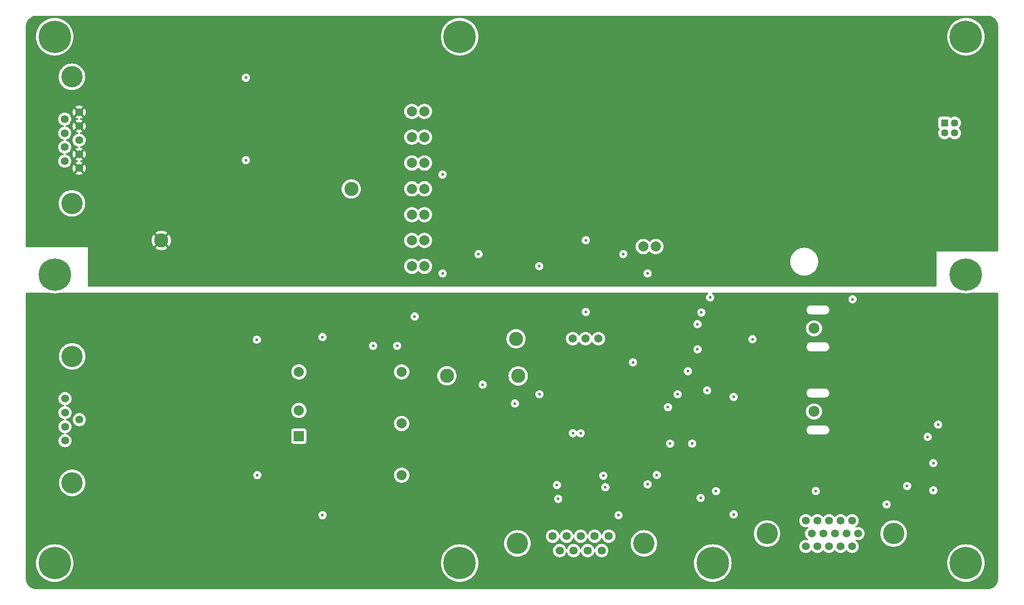
<source format=gbr>
%TF.GenerationSoftware,KiCad,Pcbnew,8.0.6*%
%TF.CreationDate,2025-05-06T15:07:16-04:00*%
%TF.ProjectId,TPC_COLD_HV_PDU,5450435f-434f-44c4-945f-48565f504455,rev?*%
%TF.SameCoordinates,Original*%
%TF.FileFunction,Copper,L2,Inr*%
%TF.FilePolarity,Positive*%
%FSLAX46Y46*%
G04 Gerber Fmt 4.6, Leading zero omitted, Abs format (unit mm)*
G04 Created by KiCad (PCBNEW 8.0.6) date 2025-05-06 15:07:16*
%MOMM*%
%LPD*%
G01*
G04 APERTURE LIST*
%TA.AperFunction,ComponentPad*%
%ADD10C,2.159000*%
%TD*%
%TA.AperFunction,ComponentPad*%
%ADD11C,6.400000*%
%TD*%
%TA.AperFunction,ComponentPad*%
%ADD12C,2.800000*%
%TD*%
%TA.AperFunction,ComponentPad*%
%ADD13C,1.575000*%
%TD*%
%TA.AperFunction,ComponentPad*%
%ADD14C,4.216000*%
%TD*%
%TA.AperFunction,ComponentPad*%
%ADD15C,1.650000*%
%TD*%
%TA.AperFunction,ComponentPad*%
%ADD16C,2.000000*%
%TD*%
%TA.AperFunction,ComponentPad*%
%ADD17R,1.447800X1.447800*%
%TD*%
%TA.AperFunction,ComponentPad*%
%ADD18C,1.447800*%
%TD*%
%TA.AperFunction,ComponentPad*%
%ADD19C,1.635000*%
%TD*%
%TA.AperFunction,ComponentPad*%
%ADD20C,1.560000*%
%TD*%
%TA.AperFunction,ComponentPad*%
%ADD21R,2.000000X2.000000*%
%TD*%
%TA.AperFunction,ViaPad*%
%ADD22C,0.600000*%
%TD*%
G04 APERTURE END LIST*
D10*
%TO.N,Net-(M3-Pad3)*%
%TO.C,P2*%
X240000000Y-115620000D03*
%TD*%
%TO.N,Net-(P1-Pad1)*%
%TO.C,P1*%
X240000000Y-132049800D03*
%TD*%
D11*
%TO.N,GNDPWR*%
%TO.C,H3*%
X270000000Y-58000000D03*
%TD*%
%TO.N,GNDPWR*%
%TO.C,H2*%
X90000000Y-105000000D03*
%TD*%
D12*
%TO.N,/V3p3_RTN*%
%TO.C,V_{GND}1*%
X167490000Y-124990000D03*
%TD*%
D11*
%TO.N,GNDPWR*%
%TO.C,H6*%
X170000000Y-58000000D03*
%TD*%
D13*
%TO.N,/TEMP_0_Telem*%
%TO.C,J3*%
X247536000Y-153630000D03*
%TO.N,/TEMP_1_Telem*%
X245246000Y-153630000D03*
%TO.N,unconnected-(J3-Pad3)*%
X242956000Y-153630000D03*
%TO.N,/HV_I_MON_Telem*%
X240666000Y-153630000D03*
%TO.N,/HV_MON_Telem*%
X238376000Y-153630000D03*
%TO.N,/V3p3_RTN*%
X248681000Y-156170000D03*
X246391000Y-156170000D03*
X244101000Y-156170000D03*
X241811000Y-156170000D03*
X239521000Y-156170000D03*
%TO.N,unconnected-(J3-Pad11)*%
X247536000Y-158710000D03*
%TO.N,unconnected-(J3-Pad12)*%
X245246000Y-158710000D03*
%TO.N,unconnected-(J3-Pad13)*%
X242956000Y-158710000D03*
%TO.N,unconnected-(J3-Pad14)*%
X240666000Y-158710000D03*
%TO.N,unconnected-(J3-Pad15)*%
X238376000Y-158710000D03*
D14*
%TO.N,GNDPWR*%
X230715000Y-156170000D03*
X255705000Y-156170000D03*
%TD*%
D12*
%TO.N,/V3p3*%
%TO.C,V_{3.3V}1*%
X181560000Y-125020000D03*
%TD*%
D15*
%TO.N,/HV_SET_INT*%
%TO.C,J5*%
X197400000Y-117660000D03*
%TO.N,/Main_DCDC_Converter/HV_SET*%
X194860000Y-117660000D03*
%TO.N,/HV_SET_EXT*%
X192320000Y-117660000D03*
%TD*%
D11*
%TO.N,GNDPWR*%
%TO.C,H9*%
X270000000Y-105000000D03*
%TD*%
D16*
%TO.N,/Main_DCDC_Converter/V_RTN*%
%TO.C,U1*%
X160560000Y-72745000D03*
%TO.N,/Main_DCDC_Converter/V_IN*%
X160560000Y-77845000D03*
%TO.N,/HV_I_MON*%
X160560000Y-82945000D03*
%TO.N,/HV_EN*%
X160560000Y-88045000D03*
%TO.N,/V3p3_RTN*%
X160560000Y-93145000D03*
%TO.N,N/C*%
X160560000Y-98245000D03*
%TO.N,/5V_REF*%
X160560000Y-103345000D03*
%TO.N,/Main_DCDC_Converter/V_RTN*%
X163060000Y-72745000D03*
%TO.N,/Main_DCDC_Converter/V_IN*%
X163060000Y-77845000D03*
%TO.N,unconnected-(U1-NC-Pad10)*%
X163060000Y-82945000D03*
%TO.N,/Main_DCDC_Converter/V_RTN*%
X163060000Y-88045000D03*
%TO.N,Net-(U1-V_MODE)*%
X163060000Y-93145000D03*
%TO.N,/Main_DCDC_Converter/HV_SET*%
X163060000Y-98245000D03*
%TO.N,/HV_MON*%
X163060000Y-103345000D03*
%TO.N,/HV_RTN*%
X206260000Y-99445000D03*
X208760000Y-99445000D03*
%TD*%
D12*
%TO.N,/V_TELEM_RTN*%
%TO.C,GND1*%
X104730000Y-118410000D03*
%TD*%
D11*
%TO.N,GNDPWR*%
%TO.C,H8*%
X170000000Y-162000000D03*
%TD*%
%TO.N,GNDPWR*%
%TO.C,H4*%
X220000000Y-162000000D03*
%TD*%
D17*
%TO.N,/HV_RTN*%
%TO.C,J6*%
X265779999Y-75009999D03*
D18*
X265779999Y-77010000D03*
X267780000Y-75009999D03*
X267780000Y-77010000D03*
%TD*%
D11*
%TO.N,GNDPWR*%
%TO.C,H7*%
X270000000Y-162000000D03*
%TD*%
D19*
%TO.N,/SYNC_n+*%
%TO.C,J4*%
X199440000Y-156690000D03*
%TO.N,/Enable-*%
X196670000Y-156690000D03*
%TO.N,unconnected-(J4-Pad3)*%
X193900000Y-156690000D03*
%TO.N,/SCLK+*%
X191130000Y-156690000D03*
%TO.N,/Data_In-*%
X188360000Y-156690000D03*
%TO.N,/SYNC_n-*%
X198055000Y-159530000D03*
%TO.N,/Enable+*%
X195285000Y-159530000D03*
%TO.N,/SCLK-*%
X192515000Y-159530000D03*
%TO.N,/Data_In+*%
X189745000Y-159530000D03*
D14*
%TO.N,GNDPWR*%
X181400000Y-158110000D03*
X206400000Y-158110000D03*
%TD*%
D20*
%TO.N,/V_TELEM_RTN*%
%TO.C,J2*%
X94880000Y-128120000D03*
X94880000Y-130890000D03*
%TO.N,unconnected-(J2-Pad3)*%
X94880000Y-133660000D03*
%TO.N,/V_TELEM_RTN*%
X94880000Y-136430000D03*
X94880000Y-139200000D03*
%TO.N,/V_TELEM_IN*%
X92040000Y-129505000D03*
X92040000Y-132275000D03*
X92040000Y-135045000D03*
X92040000Y-137815000D03*
D14*
%TO.N,GNDPWR*%
X93460000Y-121160000D03*
X93460000Y-146160000D03*
%TD*%
D21*
%TO.N,/Telemetry_DCDC_Converter/V_POS*%
%TO.C,U4*%
X138247500Y-136930000D03*
D16*
%TO.N,/Telemetry_DCDC_Converter/V_RTN*%
X138247500Y-131830000D03*
%TO.N,/P5V*%
X158547500Y-144630000D03*
%TO.N,unconnected-(U4-TRIM-Pad4)*%
X158547500Y-134430000D03*
%TO.N,/V3p3_RTN*%
X158547500Y-124230000D03*
%TO.N,unconnected-(U4-REMOTE-Pad6)*%
X138247500Y-124230000D03*
%TD*%
D12*
%TO.N,/HV_EN*%
%TO.C,V_{EN}1*%
X148590000Y-88075000D03*
%TD*%
D11*
%TO.N,GNDPWR*%
%TO.C,H5*%
X90000000Y-162000000D03*
%TD*%
%TO.N,GNDPWR*%
%TO.C,H1*%
X90000000Y-58000000D03*
%TD*%
D20*
%TO.N,/V_SEC_RTN*%
%TO.C,J1*%
X94830000Y-72880000D03*
X94830000Y-75650000D03*
%TO.N,unconnected-(J1-Pad3)*%
X94830000Y-78420000D03*
%TO.N,/V_SEC_RTN*%
X94830000Y-81190000D03*
X94830000Y-83960000D03*
%TO.N,/V_SEC_IN*%
X91990000Y-74265000D03*
X91990000Y-77035000D03*
X91990000Y-79805000D03*
X91990000Y-82575000D03*
D14*
%TO.N,GNDPWR*%
X93410000Y-65920000D03*
X93410000Y-90920000D03*
%TD*%
D12*
%TO.N,/V_SEC_RTN*%
%TO.C,GND2*%
X111060000Y-98240000D03*
%TD*%
%TO.N,/HV_SET_EXT*%
%TO.C,HV_SET_{-EXT}1*%
X181130000Y-117680000D03*
%TD*%
D22*
%TO.N,/V_SEC_RTN*%
X101572000Y-81869000D03*
X273050000Y-95250000D03*
X254000000Y-88900000D03*
X184150000Y-57150000D03*
X266700000Y-95250000D03*
X228600000Y-57150000D03*
X254000000Y-76200000D03*
X133350000Y-88900000D03*
X146050000Y-63500000D03*
X146050000Y-101600000D03*
X120650000Y-101600000D03*
X228600000Y-63500000D03*
X139700000Y-95250000D03*
X120650000Y-82550000D03*
X203200000Y-63500000D03*
X133350000Y-57150000D03*
X234950000Y-57150000D03*
X266700000Y-69850000D03*
X133350000Y-63500000D03*
X260350000Y-63500000D03*
X152400000Y-95250000D03*
X101600000Y-88900000D03*
X137668000Y-74168000D03*
X222250000Y-63500000D03*
X139700000Y-74168000D03*
X273050000Y-63500000D03*
X254000000Y-69850000D03*
X209550000Y-57150000D03*
X131572000Y-74168000D03*
X101600000Y-101600000D03*
X133350000Y-95250000D03*
X114300000Y-88900000D03*
X100556000Y-81869000D03*
X254000000Y-82550000D03*
X132730000Y-99745000D03*
X177800000Y-57150000D03*
X247650000Y-57150000D03*
X241300000Y-57150000D03*
X152400000Y-101600000D03*
X120650000Y-95250000D03*
X215900000Y-63500000D03*
X127000000Y-63500000D03*
X102588000Y-81869000D03*
X139700000Y-101600000D03*
X260350000Y-57150000D03*
X139700000Y-82550000D03*
X152400000Y-63500000D03*
X95250000Y-57150000D03*
X146360000Y-105350000D03*
X120650000Y-63500000D03*
X114300000Y-101600000D03*
X254000000Y-95250000D03*
X260350000Y-76200000D03*
X146050000Y-82550000D03*
X254000000Y-101600000D03*
X139700000Y-63500000D03*
X139700000Y-57150000D03*
X260350000Y-88900000D03*
X152400000Y-88900000D03*
X209550000Y-63500000D03*
X254000000Y-63500000D03*
X100556000Y-82885000D03*
X254000000Y-57150000D03*
X234950000Y-63500000D03*
X120650000Y-57150000D03*
X273050000Y-76200000D03*
X135636000Y-74168000D03*
X215900000Y-57150000D03*
X129540000Y-74168000D03*
X114300000Y-63500000D03*
X266700000Y-88900000D03*
X260350000Y-95250000D03*
X102588000Y-82885000D03*
X273050000Y-88900000D03*
X247650000Y-63500000D03*
X152400000Y-82550000D03*
X146050000Y-95250000D03*
X107950000Y-101600000D03*
X107950000Y-95250000D03*
X260350000Y-69850000D03*
X101572000Y-82885000D03*
X114300000Y-82550000D03*
X158750000Y-63500000D03*
X101600000Y-57150000D03*
X146050000Y-57150000D03*
X241300000Y-63500000D03*
X127000000Y-95250000D03*
X127000000Y-57150000D03*
X158750000Y-57150000D03*
X88900000Y-95250000D03*
X184150000Y-63500000D03*
X260350000Y-82550000D03*
X127000000Y-101600000D03*
X107950000Y-88900000D03*
X260350000Y-101600000D03*
X114300000Y-57150000D03*
X196850000Y-57150000D03*
X266700000Y-63500000D03*
X266700000Y-82550000D03*
X114300000Y-95250000D03*
X133604000Y-74168000D03*
X190500000Y-57150000D03*
X273050000Y-82550000D03*
X196850000Y-63500000D03*
X144390000Y-105350000D03*
X127000000Y-88900000D03*
X95250000Y-95250000D03*
X139700000Y-88900000D03*
X152400000Y-57150000D03*
X190500000Y-63500000D03*
X273050000Y-69850000D03*
X165100000Y-63500000D03*
X177800000Y-63500000D03*
X203200000Y-57150000D03*
X120650000Y-88900000D03*
X165100000Y-57150000D03*
X101600000Y-95250000D03*
X107950000Y-57150000D03*
X222250000Y-57150000D03*
%TO.N,GNDPWR*%
X152908000Y-119070000D03*
X127780000Y-66095000D03*
X127770000Y-82395000D03*
%TO.N,/V3p3*%
X198385000Y-144740000D03*
X216980000Y-114810000D03*
X263560000Y-147630000D03*
X174550000Y-126740000D03*
X189205000Y-146580000D03*
X215935000Y-138383800D03*
%TO.N,/V3p3_RTN*%
X218895000Y-127873800D03*
X227840000Y-117770000D03*
X157660000Y-119080000D03*
X211565000Y-138393800D03*
X180910000Y-130470000D03*
X217605000Y-149123800D03*
X258380000Y-146770000D03*
X217735000Y-112490000D03*
X198775000Y-147000000D03*
X161115000Y-113270000D03*
%TO.N,unconnected-(R27-Pad2)*%
X215090000Y-124100000D03*
%TO.N,/V3p3_RTN*%
X264510000Y-134640000D03*
X263570000Y-142250000D03*
X211155000Y-131183800D03*
X208935000Y-144593800D03*
X193915000Y-136350000D03*
X216980000Y-119770000D03*
X189455000Y-149310000D03*
%TO.N,/V_TELEM_RTN*%
X260350000Y-158750000D03*
X102000000Y-131000000D03*
X127000000Y-165100000D03*
X114300000Y-114300000D03*
X107950000Y-158750000D03*
X190500000Y-114300000D03*
X146050000Y-114300000D03*
X192300000Y-126260000D03*
X127000000Y-158750000D03*
X184150000Y-146050000D03*
X171450000Y-120650000D03*
X273050000Y-158750000D03*
X152400000Y-158750000D03*
X222250000Y-127000000D03*
X177800000Y-146050000D03*
X139700000Y-120650000D03*
X190500000Y-120650000D03*
X101600000Y-114300000D03*
X127000000Y-133350000D03*
X100000000Y-131000000D03*
X273050000Y-133350000D03*
X144400000Y-110600000D03*
X209550000Y-127000000D03*
X120650000Y-133350000D03*
X139700000Y-165100000D03*
X241300000Y-139700000D03*
X273050000Y-139700000D03*
X273050000Y-146050000D03*
X133350000Y-158750000D03*
X234950000Y-139700000D03*
X114300000Y-158750000D03*
X101600000Y-152400000D03*
X254000000Y-120650000D03*
X139700000Y-158750000D03*
X146050000Y-165100000D03*
X158750000Y-114300000D03*
X100000000Y-132000000D03*
X196850000Y-133350000D03*
X234950000Y-120650000D03*
X254000000Y-114300000D03*
X228600000Y-146050000D03*
X101600000Y-127000000D03*
X133350000Y-127000000D03*
X203200000Y-127000000D03*
X234950000Y-133350000D03*
X133350000Y-146050000D03*
X101000000Y-131000000D03*
X266700000Y-127000000D03*
X95250000Y-158750000D03*
X215900000Y-158750000D03*
X102000000Y-132000000D03*
X266700000Y-158750000D03*
X146050000Y-120650000D03*
X101600000Y-120650000D03*
X177800000Y-120650000D03*
X133350000Y-152400000D03*
X266700000Y-152400000D03*
X120650000Y-114300000D03*
X171450000Y-139700000D03*
X266700000Y-165100000D03*
X273050000Y-120650000D03*
X101000000Y-132000000D03*
X171450000Y-146050000D03*
X215900000Y-127000000D03*
X114300000Y-165100000D03*
X241300000Y-146050000D03*
X260350000Y-127000000D03*
X165100000Y-120650000D03*
X215900000Y-152400000D03*
X171450000Y-114300000D03*
X228600000Y-127000000D03*
X165100000Y-158750000D03*
X107950000Y-152400000D03*
X158750000Y-158750000D03*
X215900000Y-165100000D03*
X127000000Y-114300000D03*
X209550000Y-139700000D03*
X228600000Y-139700000D03*
X146360000Y-110600000D03*
X254000000Y-127000000D03*
X165100000Y-139700000D03*
X234950000Y-127000000D03*
X120650000Y-152400000D03*
X107950000Y-120650000D03*
X133350000Y-120650000D03*
X190500000Y-139700000D03*
X177800000Y-139700000D03*
X260350000Y-165100000D03*
X133350000Y-165100000D03*
X133350000Y-139700000D03*
X196850000Y-127000000D03*
X95250000Y-152400000D03*
X165100000Y-165100000D03*
X120650000Y-158750000D03*
X190500000Y-133350000D03*
X152400000Y-165100000D03*
X260350000Y-114300000D03*
X107950000Y-165100000D03*
X184150000Y-114300000D03*
X203200000Y-114300000D03*
X273050000Y-114300000D03*
X203200000Y-133350000D03*
X228600000Y-120650000D03*
X165100000Y-114300000D03*
X273050000Y-152400000D03*
X158750000Y-165100000D03*
X101600000Y-158750000D03*
X203200000Y-146050000D03*
X273050000Y-127000000D03*
X114300000Y-152400000D03*
X101600000Y-165100000D03*
X260350000Y-120650000D03*
X177800000Y-114300000D03*
X222250000Y-139700000D03*
X127000000Y-152400000D03*
X203200000Y-120650000D03*
X140500000Y-114475000D03*
X114300000Y-133350000D03*
X266700000Y-114300000D03*
X209550000Y-133350000D03*
X234950000Y-146050000D03*
X152400000Y-114300000D03*
X184150000Y-139700000D03*
X196850000Y-114300000D03*
X203200000Y-139700000D03*
X165100000Y-146050000D03*
X228600000Y-133350000D03*
X266700000Y-120650000D03*
X95250000Y-165100000D03*
X209550000Y-152400000D03*
X146050000Y-158750000D03*
X120650000Y-165100000D03*
X184150000Y-120650000D03*
X88900000Y-152400000D03*
X107950000Y-114300000D03*
%TO.N,/P5V*%
X129950000Y-117870000D03*
X262450000Y-137070000D03*
X254360000Y-150400000D03*
X130040000Y-144630000D03*
X192365000Y-136340000D03*
%TO.N,/5V_REF*%
X173720000Y-100945000D03*
X204240000Y-122350000D03*
X202320000Y-100950000D03*
%TO.N,/HV_I_MON_Telem*%
X240331193Y-147760234D03*
X220625000Y-147778800D03*
%TO.N,/HV_MON_Telem*%
X224130000Y-129170000D03*
X224130000Y-152390000D03*
%TO.N,/TEMP_0_Telem*%
X247610000Y-109880000D03*
X219470000Y-109500000D03*
%TO.N,/Enable_SIG*%
X201380000Y-152530000D03*
X142910000Y-117340000D03*
X142910000Y-152530000D03*
%TO.N,/HV_MON*%
X185780000Y-128650000D03*
X185710000Y-103320000D03*
X213060000Y-128650000D03*
%TO.N,/HV_I_MON*%
X166640000Y-104760000D03*
X207130000Y-146440000D03*
X207130000Y-104760000D03*
X166630000Y-85230000D03*
%TO.N,/Main_DCDC_Converter/HV_SET*%
X194920000Y-98220000D03*
X194910000Y-112380000D03*
%TD*%
%TA.AperFunction,Conductor*%
%TO.N,/V_TELEM_RTN*%
G36*
X89041557Y-108574225D02*
G01*
X89229567Y-108624602D01*
X89612662Y-108685278D01*
X89978576Y-108704455D01*
X89999999Y-108705578D01*
X90000000Y-108705578D01*
X90000001Y-108705578D01*
X90020301Y-108704514D01*
X90387338Y-108685278D01*
X90770433Y-108624602D01*
X90958443Y-108574225D01*
X90990536Y-108570000D01*
X219015064Y-108570000D01*
X219082103Y-108589685D01*
X219127858Y-108642489D01*
X219137802Y-108711647D01*
X219108777Y-108775203D01*
X219081036Y-108798994D01*
X218967737Y-108870184D01*
X218840184Y-108997737D01*
X218744211Y-109150476D01*
X218684631Y-109320745D01*
X218684630Y-109320750D01*
X218664435Y-109499996D01*
X218664435Y-109500003D01*
X218684630Y-109679249D01*
X218684631Y-109679254D01*
X218744211Y-109849523D01*
X218840184Y-110002262D01*
X218967738Y-110129816D01*
X219120478Y-110225789D01*
X219290745Y-110285368D01*
X219290750Y-110285369D01*
X219469996Y-110305565D01*
X219470000Y-110305565D01*
X219470004Y-110305565D01*
X219649249Y-110285369D01*
X219649252Y-110285368D01*
X219649255Y-110285368D01*
X219819522Y-110225789D01*
X219972262Y-110129816D01*
X220099816Y-110002262D01*
X220176641Y-109879996D01*
X246804435Y-109879996D01*
X246804435Y-109880003D01*
X246824630Y-110059249D01*
X246824631Y-110059254D01*
X246884211Y-110229523D01*
X246919301Y-110285368D01*
X246980184Y-110382262D01*
X247107738Y-110509816D01*
X247260478Y-110605789D01*
X247430745Y-110665368D01*
X247430750Y-110665369D01*
X247609996Y-110685565D01*
X247610000Y-110685565D01*
X247610004Y-110685565D01*
X247789249Y-110665369D01*
X247789252Y-110665368D01*
X247789255Y-110665368D01*
X247959522Y-110605789D01*
X248112262Y-110509816D01*
X248239816Y-110382262D01*
X248335789Y-110229522D01*
X248395368Y-110059255D01*
X248415565Y-109880000D01*
X248412131Y-109849523D01*
X248395369Y-109700750D01*
X248395368Y-109700745D01*
X248335788Y-109530476D01*
X248239815Y-109377737D01*
X248112262Y-109250184D01*
X247959523Y-109154211D01*
X247789254Y-109094631D01*
X247789249Y-109094630D01*
X247610004Y-109074435D01*
X247609996Y-109074435D01*
X247430750Y-109094630D01*
X247430745Y-109094631D01*
X247260476Y-109154211D01*
X247107737Y-109250184D01*
X246980184Y-109377737D01*
X246884211Y-109530476D01*
X246824631Y-109700745D01*
X246824630Y-109700750D01*
X246804435Y-109879996D01*
X220176641Y-109879996D01*
X220195789Y-109849522D01*
X220255368Y-109679255D01*
X220272131Y-109530478D01*
X220275565Y-109500003D01*
X220275565Y-109499996D01*
X220255369Y-109320750D01*
X220255368Y-109320745D01*
X220195788Y-109150476D01*
X220099815Y-108997737D01*
X219972262Y-108870184D01*
X219858964Y-108798994D01*
X219812673Y-108746659D01*
X219802025Y-108677605D01*
X219830400Y-108613757D01*
X219888790Y-108575385D01*
X219924936Y-108570000D01*
X269009464Y-108570000D01*
X269041557Y-108574225D01*
X269229567Y-108624602D01*
X269612662Y-108685278D01*
X269978576Y-108704455D01*
X269999999Y-108705578D01*
X270000000Y-108705578D01*
X270000001Y-108705578D01*
X270020301Y-108704514D01*
X270387338Y-108685278D01*
X270770433Y-108624602D01*
X270958443Y-108574225D01*
X270990536Y-108570000D01*
X276235500Y-108570000D01*
X276302539Y-108589685D01*
X276348294Y-108642489D01*
X276359500Y-108694000D01*
X276359500Y-165095933D01*
X276359235Y-165104043D01*
X276342583Y-165358104D01*
X276340465Y-165374186D01*
X276291591Y-165619888D01*
X276287393Y-165635554D01*
X276206864Y-165872786D01*
X276200657Y-165887772D01*
X276089853Y-166112460D01*
X276081743Y-166126507D01*
X275942559Y-166334811D01*
X275932685Y-166347679D01*
X275767502Y-166536033D01*
X275756033Y-166547502D01*
X275567679Y-166712685D01*
X275554811Y-166722559D01*
X275346507Y-166861743D01*
X275332460Y-166869853D01*
X275107772Y-166980657D01*
X275092786Y-166986864D01*
X274855554Y-167067393D01*
X274839888Y-167071591D01*
X274594186Y-167120465D01*
X274578104Y-167122583D01*
X274324043Y-167139235D01*
X274315933Y-167139500D01*
X86364067Y-167139500D01*
X86355957Y-167139235D01*
X86101895Y-167122583D01*
X86085814Y-167120465D01*
X86050770Y-167113494D01*
X85840111Y-167071591D01*
X85824445Y-167067393D01*
X85587213Y-166986864D01*
X85572227Y-166980657D01*
X85347539Y-166869853D01*
X85333492Y-166861743D01*
X85125188Y-166722559D01*
X85112320Y-166712685D01*
X84923966Y-166547502D01*
X84912497Y-166536033D01*
X84747314Y-166347679D01*
X84737440Y-166334811D01*
X84598256Y-166126507D01*
X84590146Y-166112460D01*
X84479464Y-165888019D01*
X84479339Y-165887765D01*
X84473135Y-165872786D01*
X84392606Y-165635554D01*
X84388408Y-165619888D01*
X84369377Y-165524214D01*
X84339532Y-165374172D01*
X84337417Y-165358114D01*
X84320765Y-165104042D01*
X84320500Y-165095933D01*
X84320500Y-161999999D01*
X86294422Y-161999999D01*
X86294422Y-162000000D01*
X86314722Y-162387339D01*
X86375397Y-162770427D01*
X86375397Y-162770429D01*
X86475788Y-163145094D01*
X86614787Y-163507197D01*
X86790877Y-163852793D01*
X87002122Y-164178082D01*
X87002124Y-164178084D01*
X87246219Y-164479516D01*
X87520484Y-164753781D01*
X87520488Y-164753784D01*
X87821917Y-164997877D01*
X88147206Y-165209122D01*
X88147211Y-165209125D01*
X88492806Y-165385214D01*
X88854913Y-165524214D01*
X89229567Y-165624602D01*
X89612662Y-165685278D01*
X89978576Y-165704455D01*
X89999999Y-165705578D01*
X90000000Y-165705578D01*
X90000001Y-165705578D01*
X90020301Y-165704514D01*
X90387338Y-165685278D01*
X90770433Y-165624602D01*
X91145087Y-165524214D01*
X91507194Y-165385214D01*
X91852789Y-165209125D01*
X92178084Y-164997876D01*
X92479516Y-164753781D01*
X92753781Y-164479516D01*
X92997876Y-164178084D01*
X93209125Y-163852789D01*
X93385214Y-163507194D01*
X93524214Y-163145087D01*
X93624602Y-162770433D01*
X93685278Y-162387338D01*
X93705578Y-162000000D01*
X93705578Y-161999999D01*
X166294422Y-161999999D01*
X166294422Y-162000000D01*
X166314722Y-162387339D01*
X166375397Y-162770427D01*
X166375397Y-162770429D01*
X166475788Y-163145094D01*
X166614787Y-163507197D01*
X166790877Y-163852793D01*
X167002122Y-164178082D01*
X167002124Y-164178084D01*
X167246219Y-164479516D01*
X167520484Y-164753781D01*
X167520488Y-164753784D01*
X167821917Y-164997877D01*
X168147206Y-165209122D01*
X168147211Y-165209125D01*
X168492806Y-165385214D01*
X168854913Y-165524214D01*
X169229567Y-165624602D01*
X169612662Y-165685278D01*
X169978576Y-165704455D01*
X169999999Y-165705578D01*
X170000000Y-165705578D01*
X170000001Y-165705578D01*
X170020301Y-165704514D01*
X170387338Y-165685278D01*
X170770433Y-165624602D01*
X171145087Y-165524214D01*
X171507194Y-165385214D01*
X171852789Y-165209125D01*
X172178084Y-164997876D01*
X172479516Y-164753781D01*
X172753781Y-164479516D01*
X172997876Y-164178084D01*
X173209125Y-163852789D01*
X173385214Y-163507194D01*
X173524214Y-163145087D01*
X173624602Y-162770433D01*
X173685278Y-162387338D01*
X173705578Y-162000000D01*
X173705578Y-161999999D01*
X216294422Y-161999999D01*
X216294422Y-162000000D01*
X216314722Y-162387339D01*
X216375397Y-162770427D01*
X216375397Y-162770429D01*
X216475788Y-163145094D01*
X216614787Y-163507197D01*
X216790877Y-163852793D01*
X217002122Y-164178082D01*
X217002124Y-164178084D01*
X217246219Y-164479516D01*
X217520484Y-164753781D01*
X217520488Y-164753784D01*
X217821917Y-164997877D01*
X218147206Y-165209122D01*
X218147211Y-165209125D01*
X218492806Y-165385214D01*
X218854913Y-165524214D01*
X219229567Y-165624602D01*
X219612662Y-165685278D01*
X219978576Y-165704455D01*
X219999999Y-165705578D01*
X220000000Y-165705578D01*
X220000001Y-165705578D01*
X220020301Y-165704514D01*
X220387338Y-165685278D01*
X220770433Y-165624602D01*
X221145087Y-165524214D01*
X221507194Y-165385214D01*
X221852789Y-165209125D01*
X222178084Y-164997876D01*
X222479516Y-164753781D01*
X222753781Y-164479516D01*
X222997876Y-164178084D01*
X223209125Y-163852789D01*
X223385214Y-163507194D01*
X223524214Y-163145087D01*
X223624602Y-162770433D01*
X223685278Y-162387338D01*
X223705578Y-162000000D01*
X223705578Y-161999999D01*
X266294422Y-161999999D01*
X266294422Y-162000000D01*
X266314722Y-162387339D01*
X266375397Y-162770427D01*
X266375397Y-162770429D01*
X266475788Y-163145094D01*
X266614787Y-163507197D01*
X266790877Y-163852793D01*
X267002122Y-164178082D01*
X267002124Y-164178084D01*
X267246219Y-164479516D01*
X267520484Y-164753781D01*
X267520488Y-164753784D01*
X267821917Y-164997877D01*
X268147206Y-165209122D01*
X268147211Y-165209125D01*
X268492806Y-165385214D01*
X268854913Y-165524214D01*
X269229567Y-165624602D01*
X269612662Y-165685278D01*
X269978576Y-165704455D01*
X269999999Y-165705578D01*
X270000000Y-165705578D01*
X270000001Y-165705578D01*
X270020301Y-165704514D01*
X270387338Y-165685278D01*
X270770433Y-165624602D01*
X271145087Y-165524214D01*
X271507194Y-165385214D01*
X271852789Y-165209125D01*
X272178084Y-164997876D01*
X272479516Y-164753781D01*
X272753781Y-164479516D01*
X272997876Y-164178084D01*
X273209125Y-163852789D01*
X273385214Y-163507194D01*
X273524214Y-163145087D01*
X273624602Y-162770433D01*
X273685278Y-162387338D01*
X273705578Y-162000000D01*
X273685278Y-161612662D01*
X273624602Y-161229567D01*
X273524214Y-160854913D01*
X273385214Y-160492806D01*
X273209125Y-160147211D01*
X273209122Y-160147206D01*
X272997877Y-159821917D01*
X272770457Y-159541077D01*
X272753781Y-159520484D01*
X272479516Y-159246219D01*
X272363426Y-159152211D01*
X272178082Y-159002122D01*
X271852793Y-158790877D01*
X271507197Y-158614787D01*
X271145094Y-158475788D01*
X271145087Y-158475786D01*
X270770433Y-158375398D01*
X270770429Y-158375397D01*
X270770428Y-158375397D01*
X270387339Y-158314722D01*
X270000001Y-158294422D01*
X269999999Y-158294422D01*
X269612660Y-158314722D01*
X269229572Y-158375397D01*
X269229570Y-158375397D01*
X268854905Y-158475788D01*
X268492802Y-158614787D01*
X268147206Y-158790877D01*
X267821917Y-159002122D01*
X267520488Y-159246215D01*
X267520480Y-159246222D01*
X267246222Y-159520480D01*
X267246215Y-159520488D01*
X267002122Y-159821917D01*
X266790877Y-160147206D01*
X266614787Y-160492802D01*
X266475788Y-160854905D01*
X266375397Y-161229570D01*
X266375397Y-161229572D01*
X266314722Y-161612660D01*
X266294422Y-161999999D01*
X223705578Y-161999999D01*
X223685278Y-161612662D01*
X223624602Y-161229567D01*
X223524214Y-160854913D01*
X223385214Y-160492806D01*
X223209125Y-160147211D01*
X223209122Y-160147206D01*
X222997877Y-159821917D01*
X222770457Y-159541077D01*
X222753781Y-159520484D01*
X222479516Y-159246219D01*
X222363426Y-159152211D01*
X222178082Y-159002122D01*
X221852793Y-158790877D01*
X221507197Y-158614787D01*
X221145094Y-158475788D01*
X221145087Y-158475786D01*
X220770433Y-158375398D01*
X220770429Y-158375397D01*
X220770428Y-158375397D01*
X220387339Y-158314722D01*
X220000001Y-158294422D01*
X219999999Y-158294422D01*
X219612660Y-158314722D01*
X219229572Y-158375397D01*
X219229570Y-158375397D01*
X218854905Y-158475788D01*
X218492802Y-158614787D01*
X218147206Y-158790877D01*
X217821917Y-159002122D01*
X217520488Y-159246215D01*
X217520480Y-159246222D01*
X217246222Y-159520480D01*
X217246215Y-159520488D01*
X217002122Y-159821917D01*
X216790877Y-160147206D01*
X216614787Y-160492802D01*
X216475788Y-160854905D01*
X216375397Y-161229570D01*
X216375397Y-161229572D01*
X216314722Y-161612660D01*
X216294422Y-161999999D01*
X173705578Y-161999999D01*
X173685278Y-161612662D01*
X173624602Y-161229567D01*
X173524214Y-160854913D01*
X173385214Y-160492806D01*
X173209125Y-160147211D01*
X173209122Y-160147206D01*
X172997877Y-159821917D01*
X172770457Y-159541077D01*
X172753781Y-159520484D01*
X172479516Y-159246219D01*
X172363426Y-159152211D01*
X172178082Y-159002122D01*
X171852793Y-158790877D01*
X171507197Y-158614787D01*
X171145094Y-158475788D01*
X171145087Y-158475786D01*
X170770433Y-158375398D01*
X170770429Y-158375397D01*
X170770428Y-158375397D01*
X170387339Y-158314722D01*
X170000001Y-158294422D01*
X169999999Y-158294422D01*
X169612660Y-158314722D01*
X169229572Y-158375397D01*
X169229570Y-158375397D01*
X168854905Y-158475788D01*
X168492802Y-158614787D01*
X168147206Y-158790877D01*
X167821917Y-159002122D01*
X167520488Y-159246215D01*
X167520480Y-159246222D01*
X167246222Y-159520480D01*
X167246215Y-159520488D01*
X167002122Y-159821917D01*
X166790877Y-160147206D01*
X166614787Y-160492802D01*
X166475788Y-160854905D01*
X166375397Y-161229570D01*
X166375397Y-161229572D01*
X166314722Y-161612660D01*
X166294422Y-161999999D01*
X93705578Y-161999999D01*
X93685278Y-161612662D01*
X93624602Y-161229567D01*
X93524214Y-160854913D01*
X93385214Y-160492806D01*
X93209125Y-160147211D01*
X93209122Y-160147206D01*
X92997877Y-159821917D01*
X92770457Y-159541077D01*
X92753781Y-159520484D01*
X92479516Y-159246219D01*
X92363426Y-159152211D01*
X92178082Y-159002122D01*
X91852793Y-158790877D01*
X91507197Y-158614787D01*
X91145094Y-158475788D01*
X91145087Y-158475786D01*
X90770433Y-158375398D01*
X90770429Y-158375397D01*
X90770428Y-158375397D01*
X90387339Y-158314722D01*
X90000001Y-158294422D01*
X89999999Y-158294422D01*
X89612660Y-158314722D01*
X89229572Y-158375397D01*
X89229570Y-158375397D01*
X88854905Y-158475788D01*
X88492802Y-158614787D01*
X88147206Y-158790877D01*
X87821917Y-159002122D01*
X87520488Y-159246215D01*
X87520480Y-159246222D01*
X87246222Y-159520480D01*
X87246215Y-159520488D01*
X87002122Y-159821917D01*
X86790877Y-160147206D01*
X86614787Y-160492802D01*
X86475788Y-160854905D01*
X86375397Y-161229570D01*
X86375397Y-161229572D01*
X86314722Y-161612660D01*
X86294422Y-161999999D01*
X84320500Y-161999999D01*
X84320500Y-158110000D01*
X178786732Y-158110000D01*
X178803319Y-158384220D01*
X178805786Y-158424995D01*
X178862669Y-158735396D01*
X178862670Y-158735400D01*
X178862671Y-158735404D01*
X178956545Y-159036659D01*
X178956549Y-159036670D01*
X178956550Y-159036673D01*
X178956552Y-159036678D01*
X179028676Y-159196930D01*
X179086066Y-159324446D01*
X179249326Y-159594510D01*
X179443943Y-159842920D01*
X179667079Y-160066056D01*
X179915489Y-160260673D01*
X179915492Y-160260675D01*
X179915495Y-160260677D01*
X180185554Y-160423934D01*
X180473322Y-160553448D01*
X180473332Y-160553451D01*
X180473340Y-160553454D01*
X180674176Y-160616036D01*
X180774604Y-160647331D01*
X181085005Y-160704214D01*
X181400000Y-160723268D01*
X181714995Y-160704214D01*
X182025396Y-160647331D01*
X182326678Y-160553448D01*
X182614446Y-160423934D01*
X182884505Y-160260677D01*
X183132917Y-160066059D01*
X183356059Y-159842917D01*
X183550677Y-159594505D01*
X183589673Y-159529998D01*
X188421965Y-159529998D01*
X188421965Y-159530001D01*
X188442064Y-159759737D01*
X188442066Y-159759748D01*
X188501751Y-159982497D01*
X188501753Y-159982501D01*
X188501754Y-159982505D01*
X188540716Y-160066059D01*
X188599218Y-160191518D01*
X188599220Y-160191522D01*
X188731496Y-160380432D01*
X188894567Y-160543503D01*
X189083477Y-160675779D01*
X189083479Y-160675780D01*
X189083482Y-160675782D01*
X189292495Y-160773246D01*
X189515257Y-160832935D01*
X189679359Y-160847292D01*
X189744998Y-160853035D01*
X189745000Y-160853035D01*
X189745002Y-160853035D01*
X189802435Y-160848010D01*
X189974743Y-160832935D01*
X190197505Y-160773246D01*
X190406518Y-160675782D01*
X190595431Y-160543504D01*
X190758504Y-160380431D01*
X190890782Y-160191518D01*
X190988246Y-159982505D01*
X191003669Y-159924947D01*
X191010225Y-159900479D01*
X191046590Y-159840818D01*
X191109437Y-159810289D01*
X191178812Y-159818584D01*
X191232690Y-159863069D01*
X191249775Y-159900479D01*
X191271751Y-159982497D01*
X191271753Y-159982501D01*
X191271754Y-159982505D01*
X191310716Y-160066059D01*
X191369218Y-160191518D01*
X191369220Y-160191522D01*
X191501496Y-160380432D01*
X191664567Y-160543503D01*
X191853477Y-160675779D01*
X191853479Y-160675780D01*
X191853482Y-160675782D01*
X192062495Y-160773246D01*
X192285257Y-160832935D01*
X192449359Y-160847292D01*
X192514998Y-160853035D01*
X192515000Y-160853035D01*
X192515002Y-160853035D01*
X192572435Y-160848010D01*
X192744743Y-160832935D01*
X192967505Y-160773246D01*
X193176518Y-160675782D01*
X193365431Y-160543504D01*
X193528504Y-160380431D01*
X193660782Y-160191518D01*
X193758246Y-159982505D01*
X193773669Y-159924947D01*
X193780225Y-159900479D01*
X193816590Y-159840818D01*
X193879437Y-159810289D01*
X193948812Y-159818584D01*
X194002690Y-159863069D01*
X194019775Y-159900479D01*
X194041751Y-159982497D01*
X194041753Y-159982501D01*
X194041754Y-159982505D01*
X194080716Y-160066059D01*
X194139218Y-160191518D01*
X194139220Y-160191522D01*
X194271496Y-160380432D01*
X194434567Y-160543503D01*
X194623477Y-160675779D01*
X194623479Y-160675780D01*
X194623482Y-160675782D01*
X194832495Y-160773246D01*
X195055257Y-160832935D01*
X195219359Y-160847292D01*
X195284998Y-160853035D01*
X195285000Y-160853035D01*
X195285002Y-160853035D01*
X195342435Y-160848010D01*
X195514743Y-160832935D01*
X195737505Y-160773246D01*
X195946518Y-160675782D01*
X196135431Y-160543504D01*
X196298504Y-160380431D01*
X196430782Y-160191518D01*
X196528246Y-159982505D01*
X196543669Y-159924947D01*
X196550225Y-159900479D01*
X196586590Y-159840818D01*
X196649437Y-159810289D01*
X196718812Y-159818584D01*
X196772690Y-159863069D01*
X196789775Y-159900479D01*
X196811751Y-159982497D01*
X196811753Y-159982501D01*
X196811754Y-159982505D01*
X196850716Y-160066059D01*
X196909218Y-160191518D01*
X196909220Y-160191522D01*
X197041496Y-160380432D01*
X197204567Y-160543503D01*
X197393477Y-160675779D01*
X197393479Y-160675780D01*
X197393482Y-160675782D01*
X197602495Y-160773246D01*
X197825257Y-160832935D01*
X197989359Y-160847292D01*
X198054998Y-160853035D01*
X198055000Y-160853035D01*
X198055002Y-160853035D01*
X198112435Y-160848010D01*
X198284743Y-160832935D01*
X198507505Y-160773246D01*
X198716518Y-160675782D01*
X198905431Y-160543504D01*
X199068504Y-160380431D01*
X199200782Y-160191518D01*
X199298246Y-159982505D01*
X199357935Y-159759743D01*
X199378035Y-159530000D01*
X199377202Y-159520484D01*
X199367937Y-159414576D01*
X199357935Y-159300257D01*
X199298246Y-159077495D01*
X199200782Y-158868483D01*
X199068504Y-158679569D01*
X199068502Y-158679566D01*
X198905432Y-158516496D01*
X198716522Y-158384220D01*
X198716518Y-158384218D01*
X198580253Y-158320677D01*
X198507505Y-158286754D01*
X198507501Y-158286753D01*
X198507497Y-158286751D01*
X198284748Y-158227066D01*
X198284744Y-158227065D01*
X198284743Y-158227065D01*
X198284742Y-158227064D01*
X198284737Y-158227064D01*
X198055002Y-158206965D01*
X198054998Y-158206965D01*
X197825262Y-158227064D01*
X197825251Y-158227066D01*
X197602502Y-158286751D01*
X197602493Y-158286755D01*
X197393484Y-158384217D01*
X197393482Y-158384218D01*
X197204566Y-158516497D01*
X197041497Y-158679566D01*
X196909218Y-158868482D01*
X196909217Y-158868484D01*
X196811755Y-159077493D01*
X196811752Y-159077499D01*
X196789775Y-159159521D01*
X196753410Y-159219181D01*
X196690563Y-159249710D01*
X196621187Y-159241415D01*
X196567309Y-159196930D01*
X196550225Y-159159521D01*
X196528247Y-159077499D01*
X196528246Y-159077495D01*
X196430782Y-158868483D01*
X196298504Y-158679569D01*
X196298502Y-158679566D01*
X196135432Y-158516496D01*
X195946522Y-158384220D01*
X195946518Y-158384218D01*
X195810253Y-158320677D01*
X195737505Y-158286754D01*
X195737501Y-158286753D01*
X195737497Y-158286751D01*
X195514748Y-158227066D01*
X195514744Y-158227065D01*
X195514743Y-158227065D01*
X195514742Y-158227064D01*
X195514737Y-158227064D01*
X195285002Y-158206965D01*
X195284998Y-158206965D01*
X195055262Y-158227064D01*
X195055251Y-158227066D01*
X194832502Y-158286751D01*
X194832493Y-158286755D01*
X194623484Y-158384217D01*
X194623482Y-158384218D01*
X194434566Y-158516497D01*
X194271497Y-158679566D01*
X194139218Y-158868482D01*
X194139217Y-158868484D01*
X194041755Y-159077493D01*
X194041752Y-159077499D01*
X194019775Y-159159521D01*
X193983410Y-159219181D01*
X193920563Y-159249710D01*
X193851187Y-159241415D01*
X193797309Y-159196930D01*
X193780225Y-159159521D01*
X193758247Y-159077499D01*
X193758246Y-159077495D01*
X193660782Y-158868483D01*
X193528504Y-158679569D01*
X193528502Y-158679566D01*
X193365432Y-158516496D01*
X193176522Y-158384220D01*
X193176518Y-158384218D01*
X193040253Y-158320677D01*
X192967505Y-158286754D01*
X192967501Y-158286753D01*
X192967497Y-158286751D01*
X192744748Y-158227066D01*
X192744744Y-158227065D01*
X192744743Y-158227065D01*
X192744742Y-158227064D01*
X192744737Y-158227064D01*
X192515002Y-158206965D01*
X192514998Y-158206965D01*
X192285262Y-158227064D01*
X192285251Y-158227066D01*
X192062502Y-158286751D01*
X192062493Y-158286755D01*
X191853484Y-158384217D01*
X191853482Y-158384218D01*
X191664566Y-158516497D01*
X191501497Y-158679566D01*
X191369218Y-158868482D01*
X191369217Y-158868484D01*
X191271755Y-159077493D01*
X191271752Y-159077499D01*
X191249775Y-159159521D01*
X191213410Y-159219181D01*
X191150563Y-159249710D01*
X191081187Y-159241415D01*
X191027309Y-159196930D01*
X191010225Y-159159521D01*
X190988247Y-159077499D01*
X190988246Y-159077495D01*
X190890782Y-158868483D01*
X190758504Y-158679569D01*
X190758502Y-158679566D01*
X190595432Y-158516496D01*
X190406522Y-158384220D01*
X190406518Y-158384218D01*
X190270253Y-158320677D01*
X190197505Y-158286754D01*
X190197501Y-158286753D01*
X190197497Y-158286751D01*
X189974748Y-158227066D01*
X189974744Y-158227065D01*
X189974743Y-158227065D01*
X189974742Y-158227064D01*
X189974737Y-158227064D01*
X189745002Y-158206965D01*
X189744998Y-158206965D01*
X189515262Y-158227064D01*
X189515251Y-158227066D01*
X189292502Y-158286751D01*
X189292493Y-158286755D01*
X189083484Y-158384217D01*
X189083482Y-158384218D01*
X188894566Y-158516497D01*
X188731497Y-158679566D01*
X188599218Y-158868482D01*
X188599217Y-158868484D01*
X188501755Y-159077493D01*
X188501751Y-159077502D01*
X188442066Y-159300251D01*
X188442064Y-159300262D01*
X188421965Y-159529998D01*
X183589673Y-159529998D01*
X183713934Y-159324446D01*
X183843448Y-159036678D01*
X183937331Y-158735396D01*
X183994214Y-158424995D01*
X183996681Y-158384220D01*
X184002576Y-158286751D01*
X184013268Y-158110000D01*
X203786732Y-158110000D01*
X203803319Y-158384220D01*
X203805786Y-158424995D01*
X203862669Y-158735396D01*
X203862670Y-158735400D01*
X203862671Y-158735404D01*
X203956545Y-159036659D01*
X203956549Y-159036670D01*
X203956550Y-159036673D01*
X203956552Y-159036678D01*
X204028676Y-159196930D01*
X204086066Y-159324446D01*
X204249326Y-159594510D01*
X204443943Y-159842920D01*
X204667079Y-160066056D01*
X204915489Y-160260673D01*
X204915492Y-160260675D01*
X204915495Y-160260677D01*
X205185554Y-160423934D01*
X205473322Y-160553448D01*
X205473332Y-160553451D01*
X205473340Y-160553454D01*
X205674176Y-160616036D01*
X205774604Y-160647331D01*
X206085005Y-160704214D01*
X206400000Y-160723268D01*
X206714995Y-160704214D01*
X207025396Y-160647331D01*
X207326678Y-160553448D01*
X207614446Y-160423934D01*
X207884505Y-160260677D01*
X208132917Y-160066059D01*
X208356059Y-159842917D01*
X208550677Y-159594505D01*
X208713934Y-159324446D01*
X208843448Y-159036678D01*
X208937331Y-158735396D01*
X208994214Y-158424995D01*
X208996681Y-158384220D01*
X209002576Y-158286751D01*
X209013268Y-158110000D01*
X208994214Y-157795005D01*
X208937331Y-157484604D01*
X208879187Y-157298013D01*
X208843454Y-157183340D01*
X208843450Y-157183329D01*
X208843448Y-157183322D01*
X208713934Y-156895554D01*
X208550677Y-156625495D01*
X208550675Y-156625492D01*
X208550673Y-156625489D01*
X208356056Y-156377079D01*
X208148977Y-156170000D01*
X228101732Y-156170000D01*
X228120785Y-156484989D01*
X228120785Y-156484994D01*
X228120786Y-156484995D01*
X228177669Y-156795396D01*
X228177670Y-156795400D01*
X228177671Y-156795404D01*
X228271545Y-157096659D01*
X228271549Y-157096670D01*
X228271550Y-157096673D01*
X228271552Y-157096678D01*
X228362166Y-157298013D01*
X228401066Y-157384446D01*
X228564326Y-157654510D01*
X228758943Y-157902920D01*
X228982079Y-158126056D01*
X229230489Y-158320673D01*
X229230492Y-158320675D01*
X229230495Y-158320677D01*
X229500554Y-158483934D01*
X229788322Y-158613448D01*
X229788332Y-158613451D01*
X229788340Y-158613454D01*
X229989176Y-158676036D01*
X230089604Y-158707331D01*
X230400005Y-158764214D01*
X230715000Y-158783268D01*
X231029995Y-158764214D01*
X231340396Y-158707331D01*
X231641678Y-158613448D01*
X231929446Y-158483934D01*
X232199505Y-158320677D01*
X232447917Y-158126059D01*
X232671059Y-157902917D01*
X232865677Y-157654505D01*
X233028934Y-157384446D01*
X233158448Y-157096678D01*
X233252331Y-156795396D01*
X233309214Y-156484995D01*
X233328268Y-156170000D01*
X233309214Y-155855005D01*
X233252331Y-155544604D01*
X233188240Y-155338927D01*
X233158454Y-155243340D01*
X233158450Y-155243329D01*
X233158448Y-155243322D01*
X233028934Y-154955554D01*
X232865677Y-154685495D01*
X232865675Y-154685492D01*
X232865673Y-154685489D01*
X232671056Y-154437079D01*
X232447920Y-154213943D01*
X232199510Y-154019326D01*
X231929446Y-153856066D01*
X231925982Y-153854507D01*
X231641678Y-153726552D01*
X231641673Y-153726550D01*
X231641670Y-153726549D01*
X231641659Y-153726545D01*
X231340404Y-153632671D01*
X231340400Y-153632670D01*
X231340396Y-153632669D01*
X231325815Y-153629997D01*
X237083080Y-153629997D01*
X237083080Y-153630002D01*
X237102721Y-153854507D01*
X237102722Y-153854514D01*
X237161051Y-154072200D01*
X237161055Y-154072211D01*
X237256296Y-154276456D01*
X237256298Y-154276460D01*
X237385566Y-154461073D01*
X237544927Y-154620434D01*
X237729540Y-154749702D01*
X237852424Y-154807003D01*
X237933788Y-154844944D01*
X237933790Y-154844944D01*
X237933795Y-154844947D01*
X238151487Y-154903278D01*
X238297337Y-154916038D01*
X238375998Y-154922920D01*
X238376000Y-154922920D01*
X238376002Y-154922920D01*
X238432128Y-154918009D01*
X238600513Y-154903278D01*
X238705251Y-154875213D01*
X238775099Y-154876876D01*
X238832961Y-154916038D01*
X238860466Y-154980266D01*
X238848880Y-155049168D01*
X238808467Y-155096562D01*
X238689926Y-155179566D01*
X238530566Y-155338926D01*
X238401302Y-155523533D01*
X238401296Y-155523543D01*
X238306055Y-155727788D01*
X238306051Y-155727799D01*
X238247722Y-155945485D01*
X238247721Y-155945492D01*
X238228080Y-156169997D01*
X238228080Y-156170002D01*
X238247721Y-156394507D01*
X238247722Y-156394514D01*
X238306051Y-156612200D01*
X238306055Y-156612211D01*
X238391476Y-156795396D01*
X238401298Y-156816460D01*
X238530566Y-157001073D01*
X238689927Y-157160434D01*
X238808468Y-157243438D01*
X238852092Y-157298013D01*
X238859284Y-157367512D01*
X238827762Y-157429866D01*
X238767532Y-157465280D01*
X238705250Y-157464786D01*
X238600518Y-157436723D01*
X238600514Y-157436722D01*
X238600513Y-157436722D01*
X238600512Y-157436721D01*
X238600507Y-157436721D01*
X238376002Y-157417080D01*
X238375998Y-157417080D01*
X238151492Y-157436721D01*
X238151485Y-157436722D01*
X237933799Y-157495051D01*
X237933788Y-157495055D01*
X237729543Y-157590296D01*
X237729533Y-157590302D01*
X237544926Y-157719566D01*
X237385566Y-157878926D01*
X237256302Y-158063533D01*
X237256296Y-158063543D01*
X237161055Y-158267788D01*
X237161051Y-158267799D01*
X237102722Y-158485485D01*
X237102721Y-158485492D01*
X237083080Y-158709997D01*
X237083080Y-158710002D01*
X237102721Y-158934507D01*
X237102722Y-158934514D01*
X237161051Y-159152200D01*
X237161055Y-159152211D01*
X237256296Y-159356456D01*
X237256298Y-159356460D01*
X237385566Y-159541073D01*
X237544927Y-159700434D01*
X237729540Y-159829702D01*
X237852424Y-159887003D01*
X237933788Y-159924944D01*
X237933790Y-159924944D01*
X237933795Y-159924947D01*
X238151487Y-159983278D01*
X238311853Y-159997308D01*
X238375998Y-160002920D01*
X238376000Y-160002920D01*
X238376002Y-160002920D01*
X238432128Y-159998009D01*
X238600513Y-159983278D01*
X238818205Y-159924947D01*
X239022460Y-159829702D01*
X239207073Y-159700434D01*
X239366434Y-159541073D01*
X239419427Y-159465391D01*
X239474003Y-159421768D01*
X239543501Y-159414576D01*
X239605856Y-159446098D01*
X239622570Y-159465387D01*
X239675566Y-159541073D01*
X239834927Y-159700434D01*
X240019540Y-159829702D01*
X240142424Y-159887003D01*
X240223788Y-159924944D01*
X240223790Y-159924944D01*
X240223795Y-159924947D01*
X240441487Y-159983278D01*
X240601853Y-159997308D01*
X240665998Y-160002920D01*
X240666000Y-160002920D01*
X240666002Y-160002920D01*
X240722128Y-159998009D01*
X240890513Y-159983278D01*
X241108205Y-159924947D01*
X241312460Y-159829702D01*
X241497073Y-159700434D01*
X241656434Y-159541073D01*
X241709427Y-159465391D01*
X241764003Y-159421768D01*
X241833501Y-159414576D01*
X241895856Y-159446098D01*
X241912570Y-159465387D01*
X241965566Y-159541073D01*
X242124927Y-159700434D01*
X242309540Y-159829702D01*
X242432424Y-159887003D01*
X242513788Y-159924944D01*
X242513790Y-159924944D01*
X242513795Y-159924947D01*
X242731487Y-159983278D01*
X242891853Y-159997308D01*
X242955998Y-160002920D01*
X242956000Y-160002920D01*
X242956002Y-160002920D01*
X243012128Y-159998009D01*
X243180513Y-159983278D01*
X243398205Y-159924947D01*
X243602460Y-159829702D01*
X243787073Y-159700434D01*
X243946434Y-159541073D01*
X243999427Y-159465391D01*
X244054003Y-159421768D01*
X244123501Y-159414576D01*
X244185856Y-159446098D01*
X244202570Y-159465387D01*
X244255566Y-159541073D01*
X244414927Y-159700434D01*
X244599540Y-159829702D01*
X244722424Y-159887003D01*
X244803788Y-159924944D01*
X244803790Y-159924944D01*
X244803795Y-159924947D01*
X245021487Y-159983278D01*
X245181853Y-159997308D01*
X245245998Y-160002920D01*
X245246000Y-160002920D01*
X245246002Y-160002920D01*
X245302128Y-159998009D01*
X245470513Y-159983278D01*
X245688205Y-159924947D01*
X245892460Y-159829702D01*
X246077073Y-159700434D01*
X246236434Y-159541073D01*
X246289427Y-159465391D01*
X246344003Y-159421768D01*
X246413501Y-159414576D01*
X246475856Y-159446098D01*
X246492570Y-159465387D01*
X246545566Y-159541073D01*
X246704927Y-159700434D01*
X246889540Y-159829702D01*
X247012424Y-159887003D01*
X247093788Y-159924944D01*
X247093790Y-159924944D01*
X247093795Y-159924947D01*
X247311487Y-159983278D01*
X247471853Y-159997308D01*
X247535998Y-160002920D01*
X247536000Y-160002920D01*
X247536002Y-160002920D01*
X247592128Y-159998009D01*
X247760513Y-159983278D01*
X247978205Y-159924947D01*
X248182460Y-159829702D01*
X248367073Y-159700434D01*
X248526434Y-159541073D01*
X248655702Y-159356460D01*
X248750947Y-159152205D01*
X248809278Y-158934513D01*
X248824177Y-158764214D01*
X248828920Y-158710002D01*
X248828920Y-158709997D01*
X248809278Y-158485492D01*
X248809278Y-158485487D01*
X248750947Y-158267795D01*
X248731954Y-158227065D01*
X248681000Y-158117792D01*
X248655702Y-158063540D01*
X248526434Y-157878927D01*
X248367073Y-157719566D01*
X248248532Y-157636562D01*
X248204907Y-157581985D01*
X248197715Y-157512487D01*
X248229237Y-157450132D01*
X248289467Y-157414719D01*
X248351748Y-157415212D01*
X248456487Y-157443278D01*
X248602337Y-157456038D01*
X248680998Y-157462920D01*
X248681000Y-157462920D01*
X248681002Y-157462920D01*
X248737128Y-157458009D01*
X248905513Y-157443278D01*
X249123205Y-157384947D01*
X249327460Y-157289702D01*
X249512073Y-157160434D01*
X249671434Y-157001073D01*
X249800702Y-156816460D01*
X249895947Y-156612205D01*
X249954278Y-156394513D01*
X249973920Y-156170000D01*
X253091732Y-156170000D01*
X253110785Y-156484989D01*
X253110785Y-156484994D01*
X253110786Y-156484995D01*
X253167669Y-156795396D01*
X253167670Y-156795400D01*
X253167671Y-156795404D01*
X253261545Y-157096659D01*
X253261549Y-157096670D01*
X253261550Y-157096673D01*
X253261552Y-157096678D01*
X253352166Y-157298013D01*
X253391066Y-157384446D01*
X253554326Y-157654510D01*
X253748943Y-157902920D01*
X253972079Y-158126056D01*
X254220489Y-158320673D01*
X254220492Y-158320675D01*
X254220495Y-158320677D01*
X254490554Y-158483934D01*
X254778322Y-158613448D01*
X254778332Y-158613451D01*
X254778340Y-158613454D01*
X254979176Y-158676036D01*
X255079604Y-158707331D01*
X255390005Y-158764214D01*
X255705000Y-158783268D01*
X256019995Y-158764214D01*
X256330396Y-158707331D01*
X256631678Y-158613448D01*
X256919446Y-158483934D01*
X257189505Y-158320677D01*
X257437917Y-158126059D01*
X257661059Y-157902917D01*
X257855677Y-157654505D01*
X258018934Y-157384446D01*
X258148448Y-157096678D01*
X258242331Y-156795396D01*
X258299214Y-156484995D01*
X258318268Y-156170000D01*
X258299214Y-155855005D01*
X258242331Y-155544604D01*
X258178240Y-155338927D01*
X258148454Y-155243340D01*
X258148450Y-155243329D01*
X258148448Y-155243322D01*
X258018934Y-154955554D01*
X257855677Y-154685495D01*
X257855675Y-154685492D01*
X257855673Y-154685489D01*
X257661056Y-154437079D01*
X257437920Y-154213943D01*
X257189510Y-154019326D01*
X256919446Y-153856066D01*
X256915982Y-153854507D01*
X256631678Y-153726552D01*
X256631673Y-153726550D01*
X256631670Y-153726549D01*
X256631659Y-153726545D01*
X256330404Y-153632671D01*
X256330400Y-153632670D01*
X256330396Y-153632669D01*
X256019995Y-153575786D01*
X256019994Y-153575785D01*
X256019989Y-153575785D01*
X255705000Y-153556732D01*
X255390010Y-153575785D01*
X255390005Y-153575786D01*
X255079604Y-153632669D01*
X255079601Y-153632669D01*
X255079595Y-153632671D01*
X254778340Y-153726545D01*
X254778329Y-153726549D01*
X254490553Y-153856066D01*
X254220489Y-154019326D01*
X253972079Y-154213943D01*
X253748943Y-154437079D01*
X253554326Y-154685489D01*
X253391066Y-154955553D01*
X253261549Y-155243329D01*
X253261545Y-155243340D01*
X253167671Y-155544595D01*
X253110785Y-155855010D01*
X253091732Y-156170000D01*
X249973920Y-156170000D01*
X249954278Y-155945487D01*
X249895947Y-155727795D01*
X249800702Y-155523540D01*
X249671434Y-155338927D01*
X249512073Y-155179566D01*
X249327460Y-155050298D01*
X249309633Y-155041985D01*
X249123211Y-154955055D01*
X249123200Y-154955051D01*
X248905514Y-154896722D01*
X248905507Y-154896721D01*
X248681002Y-154877080D01*
X248680998Y-154877080D01*
X248456492Y-154896721D01*
X248456481Y-154896723D01*
X248351749Y-154924786D01*
X248281899Y-154923123D01*
X248224037Y-154883960D01*
X248196533Y-154819732D01*
X248208120Y-154750829D01*
X248248530Y-154703438D01*
X248367073Y-154620434D01*
X248526434Y-154461073D01*
X248655702Y-154276460D01*
X248750947Y-154072205D01*
X248809278Y-153854513D01*
X248828686Y-153632671D01*
X248828920Y-153630002D01*
X248828920Y-153629997D01*
X248809278Y-153405492D01*
X248809278Y-153405487D01*
X248750947Y-153187795D01*
X248655702Y-152983540D01*
X248526434Y-152798927D01*
X248367073Y-152639566D01*
X248266658Y-152569254D01*
X248182466Y-152510302D01*
X248182463Y-152510300D01*
X248182460Y-152510298D01*
X248182456Y-152510296D01*
X247978211Y-152415055D01*
X247978200Y-152415051D01*
X247760514Y-152356722D01*
X247760507Y-152356721D01*
X247536002Y-152337080D01*
X247535998Y-152337080D01*
X247311492Y-152356721D01*
X247311485Y-152356722D01*
X247093799Y-152415051D01*
X247093788Y-152415055D01*
X246889543Y-152510296D01*
X246889533Y-152510302D01*
X246704926Y-152639566D01*
X246545569Y-152798923D01*
X246492574Y-152874607D01*
X246437997Y-152918231D01*
X246368498Y-152925423D01*
X246306144Y-152893900D01*
X246289426Y-152874607D01*
X246287167Y-152871381D01*
X246236434Y-152798927D01*
X246077073Y-152639566D01*
X245976658Y-152569254D01*
X245892466Y-152510302D01*
X245892463Y-152510300D01*
X245892460Y-152510298D01*
X245892456Y-152510296D01*
X245688211Y-152415055D01*
X245688200Y-152415051D01*
X245470514Y-152356722D01*
X245470507Y-152356721D01*
X245246002Y-152337080D01*
X245245998Y-152337080D01*
X245021492Y-152356721D01*
X245021485Y-152356722D01*
X244803799Y-152415051D01*
X244803788Y-152415055D01*
X244599543Y-152510296D01*
X244599533Y-152510302D01*
X244414926Y-152639566D01*
X244255569Y-152798923D01*
X244202574Y-152874607D01*
X244147997Y-152918231D01*
X244078498Y-152925423D01*
X244016144Y-152893900D01*
X243999426Y-152874607D01*
X243997167Y-152871381D01*
X243946434Y-152798927D01*
X243787073Y-152639566D01*
X243686658Y-152569254D01*
X243602466Y-152510302D01*
X243602463Y-152510300D01*
X243602460Y-152510298D01*
X243602456Y-152510296D01*
X243398211Y-152415055D01*
X243398200Y-152415051D01*
X243180514Y-152356722D01*
X243180507Y-152356721D01*
X242956002Y-152337080D01*
X242955998Y-152337080D01*
X242731492Y-152356721D01*
X242731485Y-152356722D01*
X242513799Y-152415051D01*
X242513788Y-152415055D01*
X242309543Y-152510296D01*
X242309533Y-152510302D01*
X242124926Y-152639566D01*
X241965569Y-152798923D01*
X241912574Y-152874607D01*
X241857997Y-152918231D01*
X241788498Y-152925423D01*
X241726144Y-152893900D01*
X241709426Y-152874607D01*
X241707167Y-152871381D01*
X241656434Y-152798927D01*
X241497073Y-152639566D01*
X241396658Y-152569254D01*
X241312466Y-152510302D01*
X241312463Y-152510300D01*
X241312460Y-152510298D01*
X241312456Y-152510296D01*
X241108211Y-152415055D01*
X241108200Y-152415051D01*
X240890514Y-152356722D01*
X240890507Y-152356721D01*
X240666002Y-152337080D01*
X240665998Y-152337080D01*
X240441492Y-152356721D01*
X240441485Y-152356722D01*
X240223799Y-152415051D01*
X240223788Y-152415055D01*
X240019543Y-152510296D01*
X240019533Y-152510302D01*
X239834926Y-152639566D01*
X239675569Y-152798923D01*
X239622574Y-152874607D01*
X239567997Y-152918231D01*
X239498498Y-152925423D01*
X239436144Y-152893900D01*
X239419426Y-152874607D01*
X239417167Y-152871381D01*
X239366434Y-152798927D01*
X239207073Y-152639566D01*
X239106658Y-152569254D01*
X239022466Y-152510302D01*
X239022463Y-152510300D01*
X239022460Y-152510298D01*
X239022456Y-152510296D01*
X238818211Y-152415055D01*
X238818200Y-152415051D01*
X238600514Y-152356722D01*
X238600507Y-152356721D01*
X238376002Y-152337080D01*
X238375998Y-152337080D01*
X238151492Y-152356721D01*
X238151485Y-152356722D01*
X237933799Y-152415051D01*
X237933788Y-152415055D01*
X237729543Y-152510296D01*
X237729533Y-152510302D01*
X237544926Y-152639566D01*
X237385566Y-152798926D01*
X237256302Y-152983533D01*
X237256296Y-152983543D01*
X237161055Y-153187788D01*
X237161051Y-153187799D01*
X237102722Y-153405485D01*
X237102721Y-153405492D01*
X237083080Y-153629997D01*
X231325815Y-153629997D01*
X231029995Y-153575786D01*
X231029994Y-153575785D01*
X231029989Y-153575785D01*
X230715000Y-153556732D01*
X230400010Y-153575785D01*
X230400005Y-153575786D01*
X230089604Y-153632669D01*
X230089601Y-153632669D01*
X230089595Y-153632671D01*
X229788340Y-153726545D01*
X229788329Y-153726549D01*
X229500553Y-153856066D01*
X229230489Y-154019326D01*
X228982079Y-154213943D01*
X228758943Y-154437079D01*
X228564326Y-154685489D01*
X228401066Y-154955553D01*
X228271549Y-155243329D01*
X228271545Y-155243340D01*
X228177671Y-155544595D01*
X228120785Y-155855010D01*
X228101732Y-156170000D01*
X208148977Y-156170000D01*
X208132920Y-156153943D01*
X207884510Y-155959326D01*
X207614446Y-155796066D01*
X207326678Y-155666552D01*
X207326673Y-155666550D01*
X207326670Y-155666549D01*
X207326659Y-155666545D01*
X207025404Y-155572671D01*
X207025400Y-155572670D01*
X207025396Y-155572669D01*
X206714995Y-155515786D01*
X206714994Y-155515785D01*
X206714989Y-155515785D01*
X206400000Y-155496732D01*
X206085010Y-155515785D01*
X206085005Y-155515786D01*
X205774604Y-155572669D01*
X205774601Y-155572669D01*
X205774595Y-155572671D01*
X205473340Y-155666545D01*
X205473329Y-155666549D01*
X205473323Y-155666551D01*
X205473322Y-155666552D01*
X205451225Y-155676497D01*
X205185553Y-155796066D01*
X204915489Y-155959326D01*
X204667079Y-156153943D01*
X204443943Y-156377079D01*
X204249326Y-156625489D01*
X204086066Y-156895553D01*
X203956549Y-157183329D01*
X203956545Y-157183340D01*
X203862671Y-157484595D01*
X203862669Y-157484601D01*
X203862669Y-157484604D01*
X203843507Y-157589168D01*
X203805785Y-157795010D01*
X203786732Y-158110000D01*
X184013268Y-158110000D01*
X183994214Y-157795005D01*
X183937331Y-157484604D01*
X183879187Y-157298013D01*
X183843454Y-157183340D01*
X183843450Y-157183329D01*
X183843448Y-157183322D01*
X183713934Y-156895554D01*
X183589671Y-156689998D01*
X187036965Y-156689998D01*
X187036965Y-156690001D01*
X187057064Y-156919737D01*
X187057066Y-156919748D01*
X187116751Y-157142497D01*
X187116753Y-157142501D01*
X187116754Y-157142505D01*
X187189268Y-157298013D01*
X187214218Y-157351518D01*
X187214220Y-157351522D01*
X187346496Y-157540432D01*
X187509567Y-157703503D01*
X187698477Y-157835779D01*
X187698479Y-157835780D01*
X187698482Y-157835782D01*
X187907495Y-157933246D01*
X188130257Y-157992935D01*
X188272995Y-158005423D01*
X188359998Y-158013035D01*
X188360000Y-158013035D01*
X188360002Y-158013035D01*
X188417435Y-158008010D01*
X188589743Y-157992935D01*
X188812505Y-157933246D01*
X189021518Y-157835782D01*
X189210431Y-157703504D01*
X189373504Y-157540431D01*
X189505782Y-157351518D01*
X189603246Y-157142505D01*
X189625225Y-157060479D01*
X189661590Y-157000818D01*
X189724437Y-156970289D01*
X189793812Y-156978584D01*
X189847690Y-157023069D01*
X189864775Y-157060479D01*
X189886751Y-157142497D01*
X189886753Y-157142501D01*
X189886754Y-157142505D01*
X189959268Y-157298013D01*
X189984218Y-157351518D01*
X189984220Y-157351522D01*
X190116496Y-157540432D01*
X190279567Y-157703503D01*
X190468477Y-157835779D01*
X190468479Y-157835780D01*
X190468482Y-157835782D01*
X190677495Y-157933246D01*
X190900257Y-157992935D01*
X191042995Y-158005423D01*
X191129998Y-158013035D01*
X191130000Y-158013035D01*
X191130002Y-158013035D01*
X191187435Y-158008010D01*
X191359743Y-157992935D01*
X191582505Y-157933246D01*
X191791518Y-157835782D01*
X191980431Y-157703504D01*
X192143504Y-157540431D01*
X192275782Y-157351518D01*
X192373246Y-157142505D01*
X192395225Y-157060479D01*
X192431590Y-157000818D01*
X192494437Y-156970289D01*
X192563812Y-156978584D01*
X192617690Y-157023069D01*
X192634775Y-157060479D01*
X192656751Y-157142497D01*
X192656753Y-157142501D01*
X192656754Y-157142505D01*
X192729268Y-157298013D01*
X192754218Y-157351518D01*
X192754220Y-157351522D01*
X192886496Y-157540432D01*
X193049567Y-157703503D01*
X193238477Y-157835779D01*
X193238479Y-157835780D01*
X193238482Y-157835782D01*
X193447495Y-157933246D01*
X193670257Y-157992935D01*
X193812995Y-158005423D01*
X193899998Y-158013035D01*
X193900000Y-158013035D01*
X193900002Y-158013035D01*
X193957435Y-158008010D01*
X194129743Y-157992935D01*
X194352505Y-157933246D01*
X194561518Y-157835782D01*
X194750431Y-157703504D01*
X194913504Y-157540431D01*
X195045782Y-157351518D01*
X195143246Y-157142505D01*
X195165225Y-157060479D01*
X195201590Y-157000818D01*
X195264437Y-156970289D01*
X195333812Y-156978584D01*
X195387690Y-157023069D01*
X195404775Y-157060479D01*
X195426751Y-157142497D01*
X195426753Y-157142501D01*
X195426754Y-157142505D01*
X195499268Y-157298013D01*
X195524218Y-157351518D01*
X195524220Y-157351522D01*
X195656496Y-157540432D01*
X195819567Y-157703503D01*
X196008477Y-157835779D01*
X196008479Y-157835780D01*
X196008482Y-157835782D01*
X196217495Y-157933246D01*
X196440257Y-157992935D01*
X196582995Y-158005423D01*
X196669998Y-158013035D01*
X196670000Y-158013035D01*
X196670002Y-158013035D01*
X196727435Y-158008010D01*
X196899743Y-157992935D01*
X197122505Y-157933246D01*
X197331518Y-157835782D01*
X197520431Y-157703504D01*
X197683504Y-157540431D01*
X197815782Y-157351518D01*
X197913246Y-157142505D01*
X197935225Y-157060479D01*
X197971590Y-157000818D01*
X198034437Y-156970289D01*
X198103812Y-156978584D01*
X198157690Y-157023069D01*
X198174775Y-157060479D01*
X198196751Y-157142497D01*
X198196753Y-157142501D01*
X198196754Y-157142505D01*
X198269268Y-157298013D01*
X198294218Y-157351518D01*
X198294220Y-157351522D01*
X198426496Y-157540432D01*
X198589567Y-157703503D01*
X198778477Y-157835779D01*
X198778479Y-157835780D01*
X198778482Y-157835782D01*
X198987495Y-157933246D01*
X199210257Y-157992935D01*
X199352995Y-158005423D01*
X199439998Y-158013035D01*
X199440000Y-158013035D01*
X199440002Y-158013035D01*
X199497435Y-158008010D01*
X199669743Y-157992935D01*
X199892505Y-157933246D01*
X200101518Y-157835782D01*
X200290431Y-157703504D01*
X200453504Y-157540431D01*
X200585782Y-157351518D01*
X200683246Y-157142505D01*
X200742935Y-156919743D01*
X200763035Y-156690000D01*
X200742935Y-156460257D01*
X200683246Y-156237495D01*
X200585782Y-156028483D01*
X200453504Y-155839569D01*
X200453502Y-155839566D01*
X200290432Y-155676496D01*
X200101522Y-155544220D01*
X200101518Y-155544218D01*
X200057180Y-155523543D01*
X199892505Y-155446754D01*
X199892501Y-155446753D01*
X199892497Y-155446751D01*
X199669748Y-155387066D01*
X199669744Y-155387065D01*
X199669743Y-155387065D01*
X199669742Y-155387064D01*
X199669737Y-155387064D01*
X199440002Y-155366965D01*
X199439998Y-155366965D01*
X199210262Y-155387064D01*
X199210251Y-155387066D01*
X198987502Y-155446751D01*
X198987493Y-155446755D01*
X198778484Y-155544217D01*
X198778482Y-155544218D01*
X198589566Y-155676497D01*
X198426497Y-155839566D01*
X198294218Y-156028482D01*
X198294217Y-156028484D01*
X198196755Y-156237493D01*
X198196752Y-156237499D01*
X198174775Y-156319521D01*
X198138410Y-156379181D01*
X198075563Y-156409710D01*
X198006187Y-156401415D01*
X197952309Y-156356930D01*
X197935225Y-156319521D01*
X197913247Y-156237499D01*
X197913246Y-156237495D01*
X197815782Y-156028483D01*
X197683504Y-155839569D01*
X197683502Y-155839566D01*
X197520432Y-155676496D01*
X197331522Y-155544220D01*
X197331518Y-155544218D01*
X197287180Y-155523543D01*
X197122505Y-155446754D01*
X197122501Y-155446753D01*
X197122497Y-155446751D01*
X196899748Y-155387066D01*
X196899744Y-155387065D01*
X196899743Y-155387065D01*
X196899742Y-155387064D01*
X196899737Y-155387064D01*
X196670002Y-155366965D01*
X196669998Y-155366965D01*
X196440262Y-155387064D01*
X196440251Y-155387066D01*
X196217502Y-155446751D01*
X196217493Y-155446755D01*
X196008484Y-155544217D01*
X196008482Y-155544218D01*
X195819566Y-155676497D01*
X195656497Y-155839566D01*
X195524218Y-156028482D01*
X195524217Y-156028484D01*
X195426755Y-156237493D01*
X195426752Y-156237499D01*
X195404775Y-156319521D01*
X195368410Y-156379181D01*
X195305563Y-156409710D01*
X195236187Y-156401415D01*
X195182309Y-156356930D01*
X195165225Y-156319521D01*
X195143247Y-156237499D01*
X195143246Y-156237495D01*
X195045782Y-156028483D01*
X194913504Y-155839569D01*
X194913502Y-155839566D01*
X194750432Y-155676496D01*
X194561522Y-155544220D01*
X194561518Y-155544218D01*
X194517180Y-155523543D01*
X194352505Y-155446754D01*
X194352501Y-155446753D01*
X194352497Y-155446751D01*
X194129748Y-155387066D01*
X194129744Y-155387065D01*
X194129743Y-155387065D01*
X194129742Y-155387064D01*
X194129737Y-155387064D01*
X193900002Y-155366965D01*
X193899998Y-155366965D01*
X193670262Y-155387064D01*
X193670251Y-155387066D01*
X193447502Y-155446751D01*
X193447493Y-155446755D01*
X193238484Y-155544217D01*
X193238482Y-155544218D01*
X193049566Y-155676497D01*
X192886497Y-155839566D01*
X192754218Y-156028482D01*
X192754217Y-156028484D01*
X192656755Y-156237493D01*
X192656752Y-156237499D01*
X192634775Y-156319521D01*
X192598410Y-156379181D01*
X192535563Y-156409710D01*
X192466187Y-156401415D01*
X192412309Y-156356930D01*
X192395225Y-156319521D01*
X192373247Y-156237499D01*
X192373246Y-156237495D01*
X192275782Y-156028483D01*
X192143504Y-155839569D01*
X192143502Y-155839566D01*
X191980432Y-155676496D01*
X191791522Y-155544220D01*
X191791518Y-155544218D01*
X191747180Y-155523543D01*
X191582505Y-155446754D01*
X191582501Y-155446753D01*
X191582497Y-155446751D01*
X191359748Y-155387066D01*
X191359744Y-155387065D01*
X191359743Y-155387065D01*
X191359742Y-155387064D01*
X191359737Y-155387064D01*
X191130002Y-155366965D01*
X191129998Y-155366965D01*
X190900262Y-155387064D01*
X190900251Y-155387066D01*
X190677502Y-155446751D01*
X190677493Y-155446755D01*
X190468484Y-155544217D01*
X190468482Y-155544218D01*
X190279566Y-155676497D01*
X190116497Y-155839566D01*
X189984218Y-156028482D01*
X189984217Y-156028484D01*
X189886755Y-156237493D01*
X189886752Y-156237499D01*
X189864775Y-156319521D01*
X189828410Y-156379181D01*
X189765563Y-156409710D01*
X189696187Y-156401415D01*
X189642309Y-156356930D01*
X189625225Y-156319521D01*
X189603247Y-156237499D01*
X189603246Y-156237495D01*
X189505782Y-156028483D01*
X189373504Y-155839569D01*
X189373502Y-155839566D01*
X189210432Y-155676496D01*
X189021522Y-155544220D01*
X189021518Y-155544218D01*
X188977180Y-155523543D01*
X188812505Y-155446754D01*
X188812501Y-155446753D01*
X188812497Y-155446751D01*
X188589748Y-155387066D01*
X188589744Y-155387065D01*
X188589743Y-155387065D01*
X188589742Y-155387064D01*
X188589737Y-155387064D01*
X188360002Y-155366965D01*
X188359998Y-155366965D01*
X188130262Y-155387064D01*
X188130251Y-155387066D01*
X187907502Y-155446751D01*
X187907493Y-155446755D01*
X187698484Y-155544217D01*
X187698482Y-155544218D01*
X187509566Y-155676497D01*
X187346497Y-155839566D01*
X187214218Y-156028482D01*
X187214217Y-156028484D01*
X187116755Y-156237493D01*
X187116751Y-156237502D01*
X187057066Y-156460251D01*
X187057064Y-156460262D01*
X187036965Y-156689998D01*
X183589671Y-156689998D01*
X183550677Y-156625495D01*
X183550675Y-156625492D01*
X183550673Y-156625489D01*
X183356056Y-156377079D01*
X183132920Y-156153943D01*
X182884510Y-155959326D01*
X182614446Y-155796066D01*
X182326678Y-155666552D01*
X182326673Y-155666550D01*
X182326670Y-155666549D01*
X182326659Y-155666545D01*
X182025404Y-155572671D01*
X182025400Y-155572670D01*
X182025396Y-155572669D01*
X181714995Y-155515786D01*
X181714994Y-155515785D01*
X181714989Y-155515785D01*
X181400000Y-155496732D01*
X181085010Y-155515785D01*
X181085005Y-155515786D01*
X180774604Y-155572669D01*
X180774601Y-155572669D01*
X180774595Y-155572671D01*
X180473340Y-155666545D01*
X180473329Y-155666549D01*
X180473323Y-155666551D01*
X180473322Y-155666552D01*
X180451225Y-155676497D01*
X180185553Y-155796066D01*
X179915489Y-155959326D01*
X179667079Y-156153943D01*
X179443943Y-156377079D01*
X179249326Y-156625489D01*
X179086066Y-156895553D01*
X178956549Y-157183329D01*
X178956545Y-157183340D01*
X178862671Y-157484595D01*
X178862669Y-157484601D01*
X178862669Y-157484604D01*
X178843507Y-157589168D01*
X178805785Y-157795010D01*
X178786732Y-158110000D01*
X84320500Y-158110000D01*
X84320500Y-152529996D01*
X142104435Y-152529996D01*
X142104435Y-152530003D01*
X142124630Y-152709249D01*
X142124631Y-152709254D01*
X142184211Y-152879523D01*
X142249570Y-152983540D01*
X142280184Y-153032262D01*
X142407738Y-153159816D01*
X142560478Y-153255789D01*
X142730745Y-153315368D01*
X142730750Y-153315369D01*
X142909996Y-153335565D01*
X142910000Y-153335565D01*
X142910004Y-153335565D01*
X143089249Y-153315369D01*
X143089252Y-153315368D01*
X143089255Y-153315368D01*
X143259522Y-153255789D01*
X143412262Y-153159816D01*
X143539816Y-153032262D01*
X143635789Y-152879522D01*
X143695368Y-152709255D01*
X143711142Y-152569255D01*
X143715565Y-152530003D01*
X143715565Y-152529996D01*
X200574435Y-152529996D01*
X200574435Y-152530003D01*
X200594630Y-152709249D01*
X200594631Y-152709254D01*
X200654211Y-152879523D01*
X200719570Y-152983540D01*
X200750184Y-153032262D01*
X200877738Y-153159816D01*
X201030478Y-153255789D01*
X201200745Y-153315368D01*
X201200750Y-153315369D01*
X201379996Y-153335565D01*
X201380000Y-153335565D01*
X201380004Y-153335565D01*
X201559249Y-153315369D01*
X201559252Y-153315368D01*
X201559255Y-153315368D01*
X201729522Y-153255789D01*
X201882262Y-153159816D01*
X202009816Y-153032262D01*
X202105789Y-152879522D01*
X202165368Y-152709255D01*
X202181142Y-152569255D01*
X202185565Y-152530003D01*
X202185565Y-152529996D01*
X202169791Y-152389996D01*
X223324435Y-152389996D01*
X223324435Y-152390003D01*
X223344630Y-152569249D01*
X223344631Y-152569254D01*
X223404211Y-152739523D01*
X223500184Y-152892262D01*
X223627738Y-153019816D01*
X223780478Y-153115789D01*
X223906297Y-153159815D01*
X223950745Y-153175368D01*
X223950750Y-153175369D01*
X224129996Y-153195565D01*
X224130000Y-153195565D01*
X224130004Y-153195565D01*
X224309249Y-153175369D01*
X224309252Y-153175368D01*
X224309255Y-153175368D01*
X224479522Y-153115789D01*
X224632262Y-153019816D01*
X224759816Y-152892262D01*
X224855789Y-152739522D01*
X224915368Y-152569255D01*
X224919791Y-152530000D01*
X224935565Y-152390003D01*
X224935565Y-152389996D01*
X224915369Y-152210750D01*
X224915368Y-152210745D01*
X224855788Y-152040476D01*
X224759815Y-151887737D01*
X224632262Y-151760184D01*
X224479523Y-151664211D01*
X224309254Y-151604631D01*
X224309249Y-151604630D01*
X224130004Y-151584435D01*
X224129996Y-151584435D01*
X223950750Y-151604630D01*
X223950745Y-151604631D01*
X223780476Y-151664211D01*
X223627737Y-151760184D01*
X223500184Y-151887737D01*
X223404211Y-152040476D01*
X223344631Y-152210745D01*
X223344630Y-152210750D01*
X223324435Y-152389996D01*
X202169791Y-152389996D01*
X202165369Y-152350750D01*
X202165368Y-152350745D01*
X202160586Y-152337080D01*
X202105789Y-152180478D01*
X202009816Y-152027738D01*
X201882262Y-151900184D01*
X201862453Y-151887737D01*
X201729523Y-151804211D01*
X201559254Y-151744631D01*
X201559249Y-151744630D01*
X201380004Y-151724435D01*
X201379996Y-151724435D01*
X201200750Y-151744630D01*
X201200745Y-151744631D01*
X201030476Y-151804211D01*
X200877737Y-151900184D01*
X200750184Y-152027737D01*
X200654211Y-152180476D01*
X200594631Y-152350745D01*
X200594630Y-152350750D01*
X200574435Y-152529996D01*
X143715565Y-152529996D01*
X143695369Y-152350750D01*
X143695368Y-152350745D01*
X143690586Y-152337080D01*
X143635789Y-152180478D01*
X143539816Y-152027738D01*
X143412262Y-151900184D01*
X143392453Y-151887737D01*
X143259523Y-151804211D01*
X143089254Y-151744631D01*
X143089249Y-151744630D01*
X142910004Y-151724435D01*
X142909996Y-151724435D01*
X142730750Y-151744630D01*
X142730745Y-151744631D01*
X142560476Y-151804211D01*
X142407737Y-151900184D01*
X142280184Y-152027737D01*
X142184211Y-152180476D01*
X142124631Y-152350745D01*
X142124630Y-152350750D01*
X142104435Y-152529996D01*
X84320500Y-152529996D01*
X84320500Y-150399996D01*
X253554435Y-150399996D01*
X253554435Y-150400003D01*
X253574630Y-150579249D01*
X253574631Y-150579254D01*
X253634211Y-150749523D01*
X253730184Y-150902262D01*
X253857738Y-151029816D01*
X254010478Y-151125789D01*
X254180745Y-151185368D01*
X254180750Y-151185369D01*
X254359996Y-151205565D01*
X254360000Y-151205565D01*
X254360004Y-151205565D01*
X254539249Y-151185369D01*
X254539252Y-151185368D01*
X254539255Y-151185368D01*
X254709522Y-151125789D01*
X254862262Y-151029816D01*
X254989816Y-150902262D01*
X255085789Y-150749522D01*
X255145368Y-150579255D01*
X255165565Y-150400000D01*
X255145368Y-150220745D01*
X255085789Y-150050478D01*
X254989816Y-149897738D01*
X254862262Y-149770184D01*
X254835893Y-149753615D01*
X254709523Y-149674211D01*
X254539254Y-149614631D01*
X254539249Y-149614630D01*
X254360004Y-149594435D01*
X254359996Y-149594435D01*
X254180750Y-149614630D01*
X254180745Y-149614631D01*
X254010476Y-149674211D01*
X253857737Y-149770184D01*
X253730184Y-149897737D01*
X253634211Y-150050476D01*
X253574631Y-150220745D01*
X253574630Y-150220750D01*
X253554435Y-150399996D01*
X84320500Y-150399996D01*
X84320500Y-149309996D01*
X188649435Y-149309996D01*
X188649435Y-149310003D01*
X188669630Y-149489249D01*
X188669631Y-149489254D01*
X188729211Y-149659523D01*
X188825184Y-149812262D01*
X188952738Y-149939816D01*
X189105478Y-150035789D01*
X189147457Y-150050478D01*
X189275745Y-150095368D01*
X189275750Y-150095369D01*
X189454996Y-150115565D01*
X189455000Y-150115565D01*
X189455004Y-150115565D01*
X189634249Y-150095369D01*
X189634252Y-150095368D01*
X189634255Y-150095368D01*
X189804522Y-150035789D01*
X189957262Y-149939816D01*
X190084816Y-149812262D01*
X190180789Y-149659522D01*
X190240368Y-149489255D01*
X190242163Y-149473323D01*
X190260565Y-149310003D01*
X190260565Y-149309996D01*
X190240369Y-149130750D01*
X190240368Y-149130745D01*
X190237936Y-149123796D01*
X216799435Y-149123796D01*
X216799435Y-149123803D01*
X216819630Y-149303049D01*
X216819631Y-149303054D01*
X216879211Y-149473323D01*
X216889222Y-149489255D01*
X216975184Y-149626062D01*
X217102738Y-149753616D01*
X217255478Y-149849589D01*
X217393077Y-149897737D01*
X217425745Y-149909168D01*
X217425750Y-149909169D01*
X217604996Y-149929365D01*
X217605000Y-149929365D01*
X217605004Y-149929365D01*
X217784249Y-149909169D01*
X217784252Y-149909168D01*
X217784255Y-149909168D01*
X217954522Y-149849589D01*
X218107262Y-149753616D01*
X218234816Y-149626062D01*
X218330789Y-149473322D01*
X218390368Y-149303055D01*
X218409782Y-149130750D01*
X218410565Y-149123803D01*
X218410565Y-149123796D01*
X218390369Y-148944550D01*
X218390368Y-148944545D01*
X218330788Y-148774276D01*
X218234815Y-148621537D01*
X218107262Y-148493984D01*
X217954523Y-148398011D01*
X217784254Y-148338431D01*
X217784249Y-148338430D01*
X217605004Y-148318235D01*
X217604996Y-148318235D01*
X217425750Y-148338430D01*
X217425745Y-148338431D01*
X217255476Y-148398011D01*
X217102737Y-148493984D01*
X216975184Y-148621537D01*
X216879211Y-148774276D01*
X216819631Y-148944545D01*
X216819630Y-148944550D01*
X216799435Y-149123796D01*
X190237936Y-149123796D01*
X190180788Y-148960476D01*
X190084815Y-148807737D01*
X189957262Y-148680184D01*
X189804523Y-148584211D01*
X189634254Y-148524631D01*
X189634249Y-148524630D01*
X189455004Y-148504435D01*
X189454996Y-148504435D01*
X189275750Y-148524630D01*
X189275745Y-148524631D01*
X189105476Y-148584211D01*
X188952737Y-148680184D01*
X188825184Y-148807737D01*
X188729211Y-148960476D01*
X188669631Y-149130745D01*
X188669630Y-149130750D01*
X188649435Y-149309996D01*
X84320500Y-149309996D01*
X84320500Y-146160000D01*
X90846732Y-146160000D01*
X90865785Y-146474989D01*
X90865785Y-146474994D01*
X90865786Y-146474995D01*
X90922669Y-146785396D01*
X90922670Y-146785400D01*
X90922671Y-146785404D01*
X91016545Y-147086659D01*
X91016549Y-147086670D01*
X91016550Y-147086673D01*
X91016552Y-147086678D01*
X91115166Y-147305788D01*
X91146066Y-147374446D01*
X91309326Y-147644510D01*
X91503943Y-147892920D01*
X91727079Y-148116056D01*
X91975489Y-148310673D01*
X91975492Y-148310675D01*
X91975495Y-148310677D01*
X92245554Y-148473934D01*
X92533322Y-148603448D01*
X92533332Y-148603451D01*
X92533340Y-148603454D01*
X92734176Y-148666036D01*
X92834604Y-148697331D01*
X93145005Y-148754214D01*
X93460000Y-148773268D01*
X93774995Y-148754214D01*
X94085396Y-148697331D01*
X94386678Y-148603448D01*
X94674446Y-148473934D01*
X94944505Y-148310677D01*
X95192917Y-148116059D01*
X95416059Y-147892917D01*
X95610677Y-147644505D01*
X95773934Y-147374446D01*
X95903448Y-147086678D01*
X95997331Y-146785396D01*
X96034972Y-146579996D01*
X188399435Y-146579996D01*
X188399435Y-146580003D01*
X188419630Y-146759249D01*
X188419631Y-146759254D01*
X188479211Y-146929523D01*
X188556804Y-147053011D01*
X188575184Y-147082262D01*
X188702738Y-147209816D01*
X188759632Y-147245565D01*
X188815192Y-147280476D01*
X188855478Y-147305789D01*
X188980460Y-147349522D01*
X189025745Y-147365368D01*
X189025750Y-147365369D01*
X189204996Y-147385565D01*
X189205000Y-147385565D01*
X189205004Y-147385565D01*
X189384249Y-147365369D01*
X189384252Y-147365368D01*
X189384255Y-147365368D01*
X189554522Y-147305789D01*
X189707262Y-147209816D01*
X189834816Y-147082262D01*
X189886507Y-146999996D01*
X197969435Y-146999996D01*
X197969435Y-147000003D01*
X197989630Y-147179249D01*
X197989631Y-147179254D01*
X198049211Y-147349523D01*
X198112817Y-147450750D01*
X198145184Y-147502262D01*
X198272738Y-147629816D01*
X198425478Y-147725789D01*
X198523925Y-147760237D01*
X198595745Y-147785368D01*
X198595750Y-147785369D01*
X198774996Y-147805565D01*
X198775000Y-147805565D01*
X198775004Y-147805565D01*
X198954249Y-147785369D01*
X198954252Y-147785368D01*
X198954255Y-147785368D01*
X198973037Y-147778796D01*
X219819435Y-147778796D01*
X219819435Y-147778803D01*
X219839630Y-147958049D01*
X219839631Y-147958054D01*
X219899211Y-148128323D01*
X219981834Y-148259815D01*
X219995184Y-148281062D01*
X220122738Y-148408616D01*
X220275478Y-148504589D01*
X220445745Y-148564168D01*
X220445750Y-148564169D01*
X220624996Y-148584365D01*
X220625000Y-148584365D01*
X220625004Y-148584365D01*
X220804249Y-148564169D01*
X220804252Y-148564168D01*
X220804255Y-148564168D01*
X220974522Y-148504589D01*
X221127262Y-148408616D01*
X221254816Y-148281062D01*
X221350789Y-148128322D01*
X221410368Y-147958055D01*
X221417707Y-147892920D01*
X221430565Y-147778803D01*
X221430565Y-147778796D01*
X221428473Y-147760230D01*
X239525628Y-147760230D01*
X239525628Y-147760237D01*
X239545823Y-147939483D01*
X239545824Y-147939488D01*
X239605404Y-148109757D01*
X239617070Y-148128323D01*
X239701377Y-148262496D01*
X239828931Y-148390050D01*
X239981671Y-148486023D01*
X240092009Y-148524632D01*
X240151938Y-148545602D01*
X240151943Y-148545603D01*
X240331189Y-148565799D01*
X240331193Y-148565799D01*
X240331197Y-148565799D01*
X240510442Y-148545603D01*
X240510445Y-148545602D01*
X240510448Y-148545602D01*
X240680715Y-148486023D01*
X240833455Y-148390050D01*
X240961009Y-148262496D01*
X241056982Y-148109756D01*
X241116561Y-147939489D01*
X241121808Y-147892920D01*
X241136758Y-147760237D01*
X241136758Y-147760230D01*
X241122084Y-147629996D01*
X262754435Y-147629996D01*
X262754435Y-147630003D01*
X262774630Y-147809249D01*
X262774631Y-147809254D01*
X262834211Y-147979523D01*
X262916043Y-148109757D01*
X262930184Y-148132262D01*
X263057738Y-148259816D01*
X263091551Y-148281062D01*
X263182854Y-148338432D01*
X263210478Y-148355789D01*
X263331142Y-148398011D01*
X263380745Y-148415368D01*
X263380750Y-148415369D01*
X263559996Y-148435565D01*
X263560000Y-148435565D01*
X263560004Y-148435565D01*
X263739249Y-148415369D01*
X263739252Y-148415368D01*
X263739255Y-148415368D01*
X263909522Y-148355789D01*
X264062262Y-148259816D01*
X264189816Y-148132262D01*
X264285789Y-147979522D01*
X264345368Y-147809255D01*
X264345784Y-147805565D01*
X264365565Y-147630003D01*
X264365565Y-147629996D01*
X264345369Y-147450750D01*
X264345368Y-147450745D01*
X264327547Y-147399815D01*
X264285789Y-147280478D01*
X264283313Y-147276538D01*
X264222186Y-147179254D01*
X264189816Y-147127738D01*
X264062262Y-147000184D01*
X264021967Y-146974865D01*
X263909523Y-146904211D01*
X263739254Y-146844631D01*
X263739249Y-146844630D01*
X263560004Y-146824435D01*
X263559996Y-146824435D01*
X263380750Y-146844630D01*
X263380745Y-146844631D01*
X263210476Y-146904211D01*
X263057737Y-147000184D01*
X262930184Y-147127737D01*
X262834211Y-147280476D01*
X262774631Y-147450745D01*
X262774630Y-147450750D01*
X262754435Y-147629996D01*
X241122084Y-147629996D01*
X241116562Y-147580984D01*
X241116561Y-147580979D01*
X241070990Y-147450745D01*
X241056982Y-147410712D01*
X241028490Y-147365368D01*
X240961008Y-147257971D01*
X240833455Y-147130418D01*
X240680716Y-147034445D01*
X240510447Y-146974865D01*
X240510442Y-146974864D01*
X240331197Y-146954669D01*
X240331189Y-146954669D01*
X240151943Y-146974864D01*
X240151938Y-146974865D01*
X239981669Y-147034445D01*
X239828930Y-147130418D01*
X239701377Y-147257971D01*
X239605404Y-147410710D01*
X239545824Y-147580979D01*
X239545823Y-147580984D01*
X239525628Y-147760230D01*
X221428473Y-147760230D01*
X221410369Y-147599550D01*
X221410368Y-147599545D01*
X221358302Y-147450750D01*
X221350789Y-147429278D01*
X221254816Y-147276538D01*
X221127262Y-147148984D01*
X220974523Y-147053011D01*
X220804254Y-146993431D01*
X220804249Y-146993430D01*
X220625004Y-146973235D01*
X220624996Y-146973235D01*
X220445750Y-146993430D01*
X220445745Y-146993431D01*
X220275476Y-147053011D01*
X220122737Y-147148984D01*
X219995184Y-147276537D01*
X219899211Y-147429276D01*
X219839631Y-147599545D01*
X219839630Y-147599550D01*
X219819435Y-147778796D01*
X198973037Y-147778796D01*
X199124522Y-147725789D01*
X199277262Y-147629816D01*
X199404816Y-147502262D01*
X199500789Y-147349522D01*
X199560368Y-147179255D01*
X199560369Y-147179249D01*
X199580565Y-147000003D01*
X199580565Y-146999996D01*
X199560369Y-146820750D01*
X199560368Y-146820745D01*
X199542613Y-146770003D01*
X199500789Y-146650478D01*
X199481166Y-146619249D01*
X199404815Y-146497737D01*
X199347074Y-146439996D01*
X206324435Y-146439996D01*
X206324435Y-146440003D01*
X206344630Y-146619249D01*
X206344631Y-146619254D01*
X206404211Y-146789523D01*
X206500184Y-146942262D01*
X206627738Y-147069816D01*
X206780478Y-147165789D01*
X206818959Y-147179254D01*
X206950745Y-147225368D01*
X206950750Y-147225369D01*
X207129996Y-147245565D01*
X207130000Y-147245565D01*
X207130004Y-147245565D01*
X207309249Y-147225369D01*
X207309252Y-147225368D01*
X207309255Y-147225368D01*
X207479522Y-147165789D01*
X207632262Y-147069816D01*
X207759816Y-146942262D01*
X207855789Y-146789522D01*
X207862621Y-146769996D01*
X257574435Y-146769996D01*
X257574435Y-146770003D01*
X257594630Y-146949249D01*
X257594631Y-146949254D01*
X257654211Y-147119523D01*
X257720719Y-147225369D01*
X257750184Y-147272262D01*
X257877738Y-147399816D01*
X258030478Y-147495789D01*
X258200745Y-147555368D01*
X258200750Y-147555369D01*
X258379996Y-147575565D01*
X258380000Y-147575565D01*
X258380004Y-147575565D01*
X258559249Y-147555369D01*
X258559252Y-147555368D01*
X258559255Y-147555368D01*
X258729522Y-147495789D01*
X258882262Y-147399816D01*
X259009816Y-147272262D01*
X259105789Y-147119522D01*
X259165368Y-146949255D01*
X259166156Y-146942262D01*
X259185565Y-146770003D01*
X259185565Y-146769996D01*
X259165369Y-146590750D01*
X259165368Y-146590745D01*
X259112620Y-146440000D01*
X259105789Y-146420478D01*
X259009816Y-146267738D01*
X258882262Y-146140184D01*
X258866850Y-146130500D01*
X258729523Y-146044211D01*
X258559254Y-145984631D01*
X258559249Y-145984630D01*
X258380004Y-145964435D01*
X258379996Y-145964435D01*
X258200750Y-145984630D01*
X258200745Y-145984631D01*
X258030476Y-146044211D01*
X257877737Y-146140184D01*
X257750184Y-146267737D01*
X257654211Y-146420476D01*
X257594631Y-146590745D01*
X257594630Y-146590750D01*
X257574435Y-146769996D01*
X207862621Y-146769996D01*
X207915368Y-146619255D01*
X207918580Y-146590750D01*
X207935565Y-146440003D01*
X207935565Y-146439996D01*
X207915369Y-146260750D01*
X207915368Y-146260745D01*
X207855788Y-146090476D01*
X207759815Y-145937737D01*
X207632262Y-145810184D01*
X207479523Y-145714211D01*
X207309254Y-145654631D01*
X207309249Y-145654630D01*
X207130004Y-145634435D01*
X207129996Y-145634435D01*
X206950750Y-145654630D01*
X206950745Y-145654631D01*
X206780476Y-145714211D01*
X206627737Y-145810184D01*
X206500184Y-145937737D01*
X206404211Y-146090476D01*
X206344631Y-146260745D01*
X206344630Y-146260750D01*
X206324435Y-146439996D01*
X199347074Y-146439996D01*
X199277262Y-146370184D01*
X199124523Y-146274211D01*
X198954254Y-146214631D01*
X198954249Y-146214630D01*
X198775004Y-146194435D01*
X198774996Y-146194435D01*
X198595750Y-146214630D01*
X198595745Y-146214631D01*
X198425476Y-146274211D01*
X198272737Y-146370184D01*
X198145184Y-146497737D01*
X198049211Y-146650476D01*
X197989631Y-146820745D01*
X197989630Y-146820750D01*
X197969435Y-146999996D01*
X189886507Y-146999996D01*
X189930789Y-146929522D01*
X189990368Y-146759255D01*
X190002624Y-146650478D01*
X190010565Y-146580003D01*
X190010565Y-146579996D01*
X189990369Y-146400750D01*
X189990368Y-146400745D01*
X189943826Y-146267737D01*
X189930789Y-146230478D01*
X189834816Y-146077738D01*
X189707262Y-145950184D01*
X189612236Y-145890475D01*
X189554523Y-145854211D01*
X189384254Y-145794631D01*
X189384249Y-145794630D01*
X189205004Y-145774435D01*
X189204996Y-145774435D01*
X189025750Y-145794630D01*
X189025745Y-145794631D01*
X188855476Y-145854211D01*
X188702737Y-145950184D01*
X188575184Y-146077737D01*
X188479211Y-146230476D01*
X188419631Y-146400745D01*
X188419630Y-146400750D01*
X188399435Y-146579996D01*
X96034972Y-146579996D01*
X96054214Y-146474995D01*
X96073268Y-146160000D01*
X96054214Y-145845005D01*
X95997331Y-145534604D01*
X95930330Y-145319589D01*
X95903454Y-145233340D01*
X95903450Y-145233329D01*
X95903448Y-145233322D01*
X95773934Y-144945554D01*
X95610677Y-144675495D01*
X95610675Y-144675492D01*
X95610673Y-144675489D01*
X95575031Y-144629996D01*
X129234435Y-144629996D01*
X129234435Y-144630003D01*
X129254630Y-144809249D01*
X129254631Y-144809254D01*
X129314211Y-144979523D01*
X129383329Y-145089523D01*
X129410184Y-145132262D01*
X129537738Y-145259816D01*
X129690478Y-145355789D01*
X129815011Y-145399365D01*
X129860745Y-145415368D01*
X129860750Y-145415369D01*
X130039996Y-145435565D01*
X130040000Y-145435565D01*
X130040004Y-145435565D01*
X130219249Y-145415369D01*
X130219252Y-145415368D01*
X130219255Y-145415368D01*
X130389522Y-145355789D01*
X130542262Y-145259816D01*
X130669816Y-145132262D01*
X130765789Y-144979522D01*
X130825368Y-144809255D01*
X130829447Y-144773054D01*
X130845565Y-144630003D01*
X130845565Y-144629996D01*
X130845565Y-144629994D01*
X157041857Y-144629994D01*
X157041857Y-144630005D01*
X157062390Y-144877812D01*
X157062392Y-144877824D01*
X157123436Y-145118881D01*
X157223326Y-145346606D01*
X157359333Y-145554782D01*
X157359336Y-145554785D01*
X157527756Y-145737738D01*
X157723991Y-145890474D01*
X157942690Y-146008828D01*
X158177886Y-146089571D01*
X158423165Y-146130500D01*
X158671835Y-146130500D01*
X158917114Y-146089571D01*
X159152310Y-146008828D01*
X159371009Y-145890474D01*
X159567244Y-145737738D01*
X159735664Y-145554785D01*
X159871673Y-145346607D01*
X159971563Y-145118881D01*
X160032608Y-144877821D01*
X160041289Y-144773055D01*
X160044028Y-144739996D01*
X197579435Y-144739996D01*
X197579435Y-144740003D01*
X197599630Y-144919249D01*
X197599631Y-144919254D01*
X197659211Y-145089523D01*
X197686066Y-145132262D01*
X197755184Y-145242262D01*
X197882738Y-145369816D01*
X198035478Y-145465789D01*
X198205745Y-145525368D01*
X198205750Y-145525369D01*
X198384996Y-145545565D01*
X198385000Y-145545565D01*
X198385004Y-145545565D01*
X198564249Y-145525369D01*
X198564252Y-145525368D01*
X198564255Y-145525368D01*
X198734522Y-145465789D01*
X198887262Y-145369816D01*
X199014816Y-145242262D01*
X199110789Y-145089522D01*
X199170368Y-144919255D01*
X199175036Y-144877824D01*
X199190565Y-144740003D01*
X199190565Y-144739996D01*
X199174092Y-144593796D01*
X208129435Y-144593796D01*
X208129435Y-144593803D01*
X208149630Y-144773049D01*
X208149631Y-144773054D01*
X208209211Y-144943323D01*
X208301075Y-145089522D01*
X208305184Y-145096062D01*
X208432738Y-145223616D01*
X208585478Y-145319589D01*
X208662691Y-145346607D01*
X208755745Y-145379168D01*
X208755750Y-145379169D01*
X208934996Y-145399365D01*
X208935000Y-145399365D01*
X208935004Y-145399365D01*
X209114249Y-145379169D01*
X209114252Y-145379168D01*
X209114255Y-145379168D01*
X209284522Y-145319589D01*
X209437262Y-145223616D01*
X209564816Y-145096062D01*
X209660789Y-144943322D01*
X209720368Y-144773055D01*
X209724092Y-144740003D01*
X209740565Y-144593803D01*
X209740565Y-144593796D01*
X209720369Y-144414550D01*
X209720368Y-144414545D01*
X209660788Y-144244276D01*
X209564815Y-144091537D01*
X209437262Y-143963984D01*
X209284523Y-143868011D01*
X209114254Y-143808431D01*
X209114249Y-143808430D01*
X208935004Y-143788235D01*
X208934996Y-143788235D01*
X208755750Y-143808430D01*
X208755745Y-143808431D01*
X208585476Y-143868011D01*
X208432737Y-143963984D01*
X208305184Y-144091537D01*
X208209211Y-144244276D01*
X208149631Y-144414545D01*
X208149630Y-144414550D01*
X208129435Y-144593796D01*
X199174092Y-144593796D01*
X199170369Y-144560750D01*
X199170368Y-144560745D01*
X199131877Y-144450745D01*
X199110789Y-144390478D01*
X199105579Y-144382187D01*
X199014815Y-144237737D01*
X198887262Y-144110184D01*
X198734523Y-144014211D01*
X198564254Y-143954631D01*
X198564249Y-143954630D01*
X198385004Y-143934435D01*
X198384996Y-143934435D01*
X198205750Y-143954630D01*
X198205745Y-143954631D01*
X198035476Y-144014211D01*
X197882737Y-144110184D01*
X197755184Y-144237737D01*
X197659211Y-144390476D01*
X197599631Y-144560745D01*
X197599630Y-144560750D01*
X197579435Y-144739996D01*
X160044028Y-144739996D01*
X160053143Y-144630005D01*
X160053143Y-144629994D01*
X160032609Y-144382187D01*
X160032607Y-144382175D01*
X159971563Y-144141118D01*
X159871673Y-143913393D01*
X159735666Y-143705217D01*
X159659675Y-143622669D01*
X159567244Y-143522262D01*
X159371009Y-143369526D01*
X159371007Y-143369525D01*
X159371006Y-143369524D01*
X159152311Y-143251172D01*
X159152302Y-143251169D01*
X158917116Y-143170429D01*
X158671835Y-143129500D01*
X158423165Y-143129500D01*
X158177883Y-143170429D01*
X157942697Y-143251169D01*
X157942688Y-143251172D01*
X157723993Y-143369524D01*
X157527757Y-143522261D01*
X157359333Y-143705217D01*
X157223326Y-143913393D01*
X157123436Y-144141118D01*
X157062392Y-144382175D01*
X157062390Y-144382187D01*
X157041857Y-144629994D01*
X130845565Y-144629994D01*
X130825369Y-144450750D01*
X130825368Y-144450745D01*
X130804279Y-144390476D01*
X130765789Y-144280478D01*
X130669816Y-144127738D01*
X130542262Y-144000184D01*
X130484650Y-143963984D01*
X130389523Y-143904211D01*
X130219254Y-143844631D01*
X130219249Y-143844630D01*
X130040004Y-143824435D01*
X130039996Y-143824435D01*
X129860750Y-143844630D01*
X129860745Y-143844631D01*
X129690476Y-143904211D01*
X129537737Y-144000184D01*
X129410184Y-144127737D01*
X129314211Y-144280476D01*
X129254631Y-144450745D01*
X129254630Y-144450750D01*
X129234435Y-144629996D01*
X95575031Y-144629996D01*
X95416056Y-144427079D01*
X95192920Y-144203943D01*
X94944510Y-144009326D01*
X94674446Y-143846066D01*
X94626384Y-143824435D01*
X94386678Y-143716552D01*
X94386673Y-143716550D01*
X94386670Y-143716549D01*
X94386659Y-143716545D01*
X94085404Y-143622671D01*
X94085400Y-143622670D01*
X94085396Y-143622669D01*
X93774995Y-143565786D01*
X93774994Y-143565785D01*
X93774989Y-143565785D01*
X93460000Y-143546732D01*
X93145010Y-143565785D01*
X93145005Y-143565786D01*
X92834604Y-143622669D01*
X92834601Y-143622669D01*
X92834595Y-143622671D01*
X92533340Y-143716545D01*
X92533329Y-143716549D01*
X92245553Y-143846066D01*
X91975489Y-144009326D01*
X91727079Y-144203943D01*
X91503943Y-144427079D01*
X91309326Y-144675489D01*
X91146066Y-144945553D01*
X91016549Y-145233329D01*
X91016545Y-145233340D01*
X90922671Y-145534595D01*
X90922669Y-145534601D01*
X90922669Y-145534604D01*
X90900673Y-145654631D01*
X90865785Y-145845010D01*
X90846732Y-146160000D01*
X84320500Y-146160000D01*
X84320500Y-142249996D01*
X262764435Y-142249996D01*
X262764435Y-142250003D01*
X262784630Y-142429249D01*
X262784631Y-142429254D01*
X262844211Y-142599523D01*
X262940184Y-142752262D01*
X263067738Y-142879816D01*
X263220478Y-142975789D01*
X263390745Y-143035368D01*
X263390750Y-143035369D01*
X263569996Y-143055565D01*
X263570000Y-143055565D01*
X263570004Y-143055565D01*
X263749249Y-143035369D01*
X263749252Y-143035368D01*
X263749255Y-143035368D01*
X263919522Y-142975789D01*
X264072262Y-142879816D01*
X264199816Y-142752262D01*
X264295789Y-142599522D01*
X264355368Y-142429255D01*
X264375565Y-142250000D01*
X264355368Y-142070745D01*
X264295789Y-141900478D01*
X264199816Y-141747738D01*
X264072262Y-141620184D01*
X263919523Y-141524211D01*
X263749254Y-141464631D01*
X263749249Y-141464630D01*
X263570004Y-141444435D01*
X263569996Y-141444435D01*
X263390750Y-141464630D01*
X263390745Y-141464631D01*
X263220476Y-141524211D01*
X263067737Y-141620184D01*
X262940184Y-141747737D01*
X262844211Y-141900476D01*
X262784631Y-142070745D01*
X262784630Y-142070750D01*
X262764435Y-142249996D01*
X84320500Y-142249996D01*
X84320500Y-129504998D01*
X90754609Y-129504998D01*
X90754609Y-129505001D01*
X90774136Y-129728200D01*
X90774137Y-129728208D01*
X90832126Y-129944625D01*
X90832127Y-129944627D01*
X90832128Y-129944630D01*
X90914126Y-130120476D01*
X90926819Y-130147696D01*
X90926821Y-130147700D01*
X91055329Y-130331228D01*
X91055334Y-130331234D01*
X91213765Y-130489665D01*
X91213771Y-130489670D01*
X91397299Y-130618178D01*
X91397301Y-130618179D01*
X91397304Y-130618181D01*
X91600370Y-130712872D01*
X91814414Y-130770225D01*
X91874074Y-130806590D01*
X91904603Y-130869437D01*
X91896308Y-130938813D01*
X91851823Y-130992691D01*
X91814415Y-131009774D01*
X91765230Y-131022953D01*
X91600374Y-131067126D01*
X91600368Y-131067129D01*
X91397306Y-131161818D01*
X91397304Y-131161819D01*
X91213764Y-131290334D01*
X91055334Y-131448764D01*
X90926819Y-131632304D01*
X90926818Y-131632306D01*
X90832129Y-131835368D01*
X90832126Y-131835374D01*
X90774137Y-132051791D01*
X90774136Y-132051799D01*
X90754609Y-132274998D01*
X90754609Y-132275001D01*
X90774136Y-132498200D01*
X90774137Y-132498208D01*
X90832126Y-132714625D01*
X90832127Y-132714627D01*
X90832128Y-132714630D01*
X90887683Y-132833768D01*
X90926819Y-132917696D01*
X90926821Y-132917700D01*
X91055329Y-133101228D01*
X91055334Y-133101234D01*
X91213765Y-133259665D01*
X91213771Y-133259670D01*
X91397299Y-133388178D01*
X91397301Y-133388179D01*
X91397304Y-133388181D01*
X91600370Y-133482872D01*
X91814414Y-133540225D01*
X91874074Y-133576590D01*
X91904603Y-133639437D01*
X91896308Y-133708813D01*
X91851823Y-133762691D01*
X91814415Y-133779774D01*
X91765230Y-133792953D01*
X91600374Y-133837126D01*
X91600368Y-133837129D01*
X91397306Y-133931818D01*
X91397304Y-133931819D01*
X91213764Y-134060334D01*
X91055334Y-134218764D01*
X90926819Y-134402304D01*
X90926818Y-134402306D01*
X90832129Y-134605368D01*
X90832126Y-134605374D01*
X90774137Y-134821791D01*
X90774136Y-134821799D01*
X90754609Y-135044998D01*
X90754609Y-135045001D01*
X90774136Y-135268200D01*
X90774137Y-135268208D01*
X90832126Y-135484625D01*
X90832127Y-135484627D01*
X90832128Y-135484630D01*
X90926804Y-135687664D01*
X90926819Y-135687696D01*
X90926821Y-135687700D01*
X91055329Y-135871228D01*
X91055334Y-135871234D01*
X91213765Y-136029665D01*
X91213771Y-136029670D01*
X91397299Y-136158178D01*
X91397301Y-136158179D01*
X91397304Y-136158181D01*
X91600370Y-136252872D01*
X91814414Y-136310225D01*
X91874074Y-136346590D01*
X91904603Y-136409437D01*
X91896308Y-136478813D01*
X91851823Y-136532691D01*
X91814415Y-136549774D01*
X91765230Y-136562953D01*
X91600374Y-136607126D01*
X91600368Y-136607129D01*
X91397306Y-136701818D01*
X91397304Y-136701819D01*
X91213764Y-136830334D01*
X91055334Y-136988764D01*
X90926819Y-137172304D01*
X90926818Y-137172306D01*
X90832129Y-137375368D01*
X90832126Y-137375374D01*
X90774137Y-137591791D01*
X90774136Y-137591799D01*
X90754609Y-137814998D01*
X90754609Y-137815001D01*
X90774136Y-138038200D01*
X90774137Y-138038208D01*
X90832126Y-138254625D01*
X90832127Y-138254627D01*
X90832128Y-138254630D01*
X90892359Y-138383796D01*
X90926819Y-138457696D01*
X90926821Y-138457700D01*
X91055329Y-138641228D01*
X91055334Y-138641234D01*
X91213765Y-138799665D01*
X91213771Y-138799670D01*
X91397299Y-138928178D01*
X91397301Y-138928179D01*
X91397304Y-138928181D01*
X91600370Y-139022872D01*
X91816794Y-139080863D01*
X91976226Y-139094811D01*
X92039998Y-139100391D01*
X92040000Y-139100391D01*
X92040002Y-139100391D01*
X92095801Y-139095509D01*
X92263206Y-139080863D01*
X92479630Y-139022872D01*
X92682696Y-138928181D01*
X92866233Y-138799667D01*
X93024667Y-138641233D01*
X93153181Y-138457696D01*
X93247872Y-138254630D01*
X93305863Y-138038206D01*
X93325391Y-137815000D01*
X93305863Y-137591794D01*
X93247872Y-137375370D01*
X93153181Y-137172305D01*
X93024667Y-136988767D01*
X92866233Y-136830333D01*
X92866229Y-136830330D01*
X92866228Y-136830329D01*
X92682700Y-136701821D01*
X92682696Y-136701819D01*
X92656325Y-136689522D01*
X92479630Y-136607128D01*
X92479626Y-136607127D01*
X92479622Y-136607125D01*
X92317884Y-136563788D01*
X92265585Y-136549774D01*
X92205925Y-136513410D01*
X92175396Y-136450563D01*
X92183691Y-136381188D01*
X92228176Y-136327310D01*
X92265584Y-136310225D01*
X92479630Y-136252872D01*
X92682696Y-136158181D01*
X92866233Y-136029667D01*
X93013765Y-135882135D01*
X136747000Y-135882135D01*
X136747000Y-137977870D01*
X136747001Y-137977876D01*
X136753408Y-138037483D01*
X136803702Y-138172328D01*
X136803706Y-138172335D01*
X136889952Y-138287544D01*
X136889955Y-138287547D01*
X137005164Y-138373793D01*
X137005171Y-138373797D01*
X137140017Y-138424091D01*
X137140016Y-138424091D01*
X137146944Y-138424835D01*
X137199627Y-138430500D01*
X139295372Y-138430499D01*
X139354983Y-138424091D01*
X139436208Y-138393796D01*
X210759435Y-138393796D01*
X210759435Y-138393803D01*
X210779630Y-138573049D01*
X210779631Y-138573054D01*
X210839211Y-138743323D01*
X210928901Y-138886062D01*
X210935184Y-138896062D01*
X211062738Y-139023616D01*
X211153080Y-139080382D01*
X211199561Y-139109588D01*
X211215478Y-139119589D01*
X211385745Y-139179168D01*
X211385750Y-139179169D01*
X211564996Y-139199365D01*
X211565000Y-139199365D01*
X211565004Y-139199365D01*
X211744249Y-139179169D01*
X211744252Y-139179168D01*
X211744255Y-139179168D01*
X211914522Y-139119589D01*
X212067262Y-139023616D01*
X212194816Y-138896062D01*
X212290789Y-138743322D01*
X212350368Y-138573055D01*
X212351495Y-138563054D01*
X212370565Y-138393803D01*
X212370565Y-138393796D01*
X212369438Y-138383796D01*
X215129435Y-138383796D01*
X215129435Y-138383803D01*
X215149630Y-138563049D01*
X215149631Y-138563054D01*
X215209211Y-138733323D01*
X215250897Y-138799665D01*
X215305184Y-138886062D01*
X215432738Y-139013616D01*
X215585478Y-139109589D01*
X215755745Y-139169168D01*
X215755750Y-139169169D01*
X215934996Y-139189365D01*
X215935000Y-139189365D01*
X215935004Y-139189365D01*
X216114249Y-139169169D01*
X216114252Y-139169168D01*
X216114255Y-139169168D01*
X216284522Y-139109589D01*
X216437262Y-139013616D01*
X216564816Y-138886062D01*
X216660789Y-138733322D01*
X216720368Y-138563055D01*
X216732239Y-138457696D01*
X216740565Y-138383803D01*
X216740565Y-138383796D01*
X216720369Y-138204550D01*
X216720368Y-138204545D01*
X216660788Y-138034276D01*
X216571099Y-137891538D01*
X216564816Y-137881538D01*
X216437262Y-137753984D01*
X216284523Y-137658011D01*
X216114254Y-137598431D01*
X216114249Y-137598430D01*
X215935004Y-137578235D01*
X215934996Y-137578235D01*
X215755750Y-137598430D01*
X215755745Y-137598431D01*
X215585476Y-137658011D01*
X215432737Y-137753984D01*
X215305184Y-137881537D01*
X215209211Y-138034276D01*
X215149631Y-138204545D01*
X215149630Y-138204550D01*
X215129435Y-138383796D01*
X212369438Y-138383796D01*
X212350369Y-138214550D01*
X212350368Y-138214545D01*
X212290788Y-138044276D01*
X212194815Y-137891537D01*
X212067262Y-137763984D01*
X211914523Y-137668011D01*
X211744254Y-137608431D01*
X211744249Y-137608430D01*
X211565004Y-137588235D01*
X211564996Y-137588235D01*
X211385750Y-137608430D01*
X211385745Y-137608431D01*
X211215476Y-137668011D01*
X211062737Y-137763984D01*
X210935184Y-137891537D01*
X210839211Y-138044276D01*
X210779631Y-138214545D01*
X210779630Y-138214550D01*
X210759435Y-138393796D01*
X139436208Y-138393796D01*
X139489831Y-138373796D01*
X139605046Y-138287546D01*
X139691296Y-138172331D01*
X139741591Y-138037483D01*
X139748000Y-137977873D01*
X139747999Y-136339996D01*
X191559435Y-136339996D01*
X191559435Y-136340003D01*
X191579630Y-136519249D01*
X191579631Y-136519254D01*
X191639211Y-136689523D01*
X191727689Y-136830334D01*
X191735184Y-136842262D01*
X191862738Y-136969816D01*
X192015478Y-137065789D01*
X192185745Y-137125368D01*
X192185750Y-137125369D01*
X192364996Y-137145565D01*
X192365000Y-137145565D01*
X192365004Y-137145565D01*
X192544249Y-137125369D01*
X192544252Y-137125368D01*
X192544255Y-137125368D01*
X192714522Y-137065789D01*
X192867262Y-136969816D01*
X192994816Y-136842262D01*
X193002312Y-136830333D01*
X193031864Y-136783300D01*
X193084198Y-136737008D01*
X193153251Y-136726359D01*
X193217100Y-136754734D01*
X193241850Y-136783297D01*
X193285184Y-136852262D01*
X193412738Y-136979816D01*
X193503080Y-137036582D01*
X193556269Y-137070003D01*
X193565478Y-137075789D01*
X193735745Y-137135368D01*
X193735750Y-137135369D01*
X193914996Y-137155565D01*
X193915000Y-137155565D01*
X193915004Y-137155565D01*
X194094249Y-137135369D01*
X194094252Y-137135368D01*
X194094255Y-137135368D01*
X194264522Y-137075789D01*
X194273741Y-137069996D01*
X261644435Y-137069996D01*
X261644435Y-137070003D01*
X261664630Y-137249249D01*
X261664631Y-137249254D01*
X261724211Y-137419523D01*
X261820184Y-137572262D01*
X261947738Y-137699816D01*
X262100478Y-137795789D01*
X262155380Y-137815000D01*
X262270745Y-137855368D01*
X262270750Y-137855369D01*
X262449996Y-137875565D01*
X262450000Y-137875565D01*
X262450004Y-137875565D01*
X262629249Y-137855369D01*
X262629252Y-137855368D01*
X262629255Y-137855368D01*
X262799522Y-137795789D01*
X262952262Y-137699816D01*
X263079816Y-137572262D01*
X263175789Y-137419522D01*
X263235368Y-137249255D01*
X263244038Y-137172305D01*
X263255565Y-137070003D01*
X263255565Y-137069996D01*
X263235369Y-136890750D01*
X263235368Y-136890745D01*
X263214229Y-136830333D01*
X263175789Y-136720478D01*
X263162621Y-136699522D01*
X263104565Y-136607126D01*
X263079816Y-136567738D01*
X262952262Y-136440184D01*
X262916124Y-136417477D01*
X262799523Y-136344211D01*
X262629254Y-136284631D01*
X262629249Y-136284630D01*
X262450004Y-136264435D01*
X262449996Y-136264435D01*
X262270750Y-136284630D01*
X262270745Y-136284631D01*
X262100476Y-136344211D01*
X261947737Y-136440184D01*
X261820184Y-136567737D01*
X261724211Y-136720476D01*
X261664631Y-136890745D01*
X261664630Y-136890750D01*
X261644435Y-137069996D01*
X194273741Y-137069996D01*
X194417262Y-136979816D01*
X194544816Y-136852262D01*
X194640789Y-136699522D01*
X194700368Y-136529255D01*
X194701495Y-136519254D01*
X194720565Y-136350003D01*
X194720565Y-136349996D01*
X194700369Y-136170750D01*
X194700368Y-136170745D01*
X194688250Y-136136114D01*
X194640789Y-136000478D01*
X194634504Y-135990476D01*
X194566425Y-135882129D01*
X194544816Y-135847738D01*
X194417262Y-135720184D01*
X194401347Y-135710184D01*
X194275853Y-135631330D01*
X238509500Y-135631330D01*
X238509500Y-135808269D01*
X238544015Y-135981787D01*
X238544018Y-135981799D01*
X238611722Y-136145252D01*
X238611723Y-136145254D01*
X238710022Y-136292368D01*
X238710025Y-136292372D01*
X238835127Y-136417474D01*
X238835131Y-136417477D01*
X238982243Y-136515775D01*
X238982244Y-136515775D01*
X238982245Y-136515776D01*
X238982247Y-136515777D01*
X239107693Y-136567738D01*
X239145705Y-136583483D01*
X239319230Y-136617999D01*
X239319234Y-136618000D01*
X239319235Y-136618000D01*
X242200766Y-136618000D01*
X242200767Y-136617999D01*
X242374295Y-136583483D01*
X242537757Y-136515775D01*
X242684869Y-136417477D01*
X242809977Y-136292369D01*
X242908275Y-136145257D01*
X242975983Y-135981795D01*
X243010500Y-135808265D01*
X243010500Y-135631335D01*
X242975983Y-135457805D01*
X242970913Y-135445565D01*
X242908277Y-135294347D01*
X242908276Y-135294345D01*
X242891885Y-135269815D01*
X242809977Y-135147231D01*
X242809974Y-135147227D01*
X242684872Y-135022125D01*
X242684868Y-135022122D01*
X242537754Y-134923823D01*
X242537752Y-134923822D01*
X242374299Y-134856118D01*
X242374287Y-134856115D01*
X242200769Y-134821600D01*
X242200765Y-134821600D01*
X239319235Y-134821600D01*
X239319230Y-134821600D01*
X239145712Y-134856115D01*
X239145700Y-134856118D01*
X238982247Y-134923822D01*
X238982245Y-134923823D01*
X238835131Y-135022122D01*
X238835127Y-135022125D01*
X238710025Y-135147227D01*
X238710022Y-135147231D01*
X238611723Y-135294345D01*
X238611722Y-135294347D01*
X238544018Y-135457800D01*
X238544015Y-135457812D01*
X238509500Y-135631330D01*
X194275853Y-135631330D01*
X194264523Y-135624211D01*
X194094254Y-135564631D01*
X194094249Y-135564630D01*
X193915004Y-135544435D01*
X193914996Y-135544435D01*
X193735750Y-135564630D01*
X193735745Y-135564631D01*
X193565476Y-135624211D01*
X193412737Y-135720184D01*
X193285184Y-135847737D01*
X193285182Y-135847740D01*
X193248134Y-135906701D01*
X193195799Y-135952992D01*
X193126745Y-135963639D01*
X193062897Y-135935263D01*
X193038148Y-135906701D01*
X192994816Y-135837738D01*
X192867262Y-135710184D01*
X192714523Y-135614211D01*
X192544254Y-135554631D01*
X192544249Y-135554630D01*
X192365004Y-135534435D01*
X192364996Y-135534435D01*
X192185750Y-135554630D01*
X192185745Y-135554631D01*
X192015476Y-135614211D01*
X191862737Y-135710184D01*
X191735184Y-135837737D01*
X191639211Y-135990476D01*
X191579631Y-136160745D01*
X191579630Y-136160750D01*
X191559435Y-136339996D01*
X139747999Y-136339996D01*
X139747999Y-135882128D01*
X139741591Y-135822517D01*
X139736485Y-135808828D01*
X139691297Y-135687671D01*
X139691293Y-135687664D01*
X139605047Y-135572455D01*
X139605044Y-135572452D01*
X139489835Y-135486206D01*
X139489828Y-135486202D01*
X139354982Y-135435908D01*
X139354983Y-135435908D01*
X139295383Y-135429501D01*
X139295381Y-135429500D01*
X139295373Y-135429500D01*
X139295364Y-135429500D01*
X137199629Y-135429500D01*
X137199623Y-135429501D01*
X137140016Y-135435908D01*
X137005171Y-135486202D01*
X137005164Y-135486206D01*
X136889955Y-135572452D01*
X136889952Y-135572455D01*
X136803706Y-135687664D01*
X136803702Y-135687671D01*
X136753408Y-135822517D01*
X136748171Y-135871233D01*
X136747001Y-135882123D01*
X136747000Y-135882135D01*
X93013765Y-135882135D01*
X93024667Y-135871233D01*
X93153181Y-135687696D01*
X93247872Y-135484630D01*
X93305863Y-135268206D01*
X93325391Y-135045000D01*
X93323389Y-135022122D01*
X93314968Y-134925862D01*
X93305863Y-134821794D01*
X93247872Y-134605370D01*
X93153181Y-134402305D01*
X93024667Y-134218767D01*
X92866233Y-134060333D01*
X92866229Y-134060330D01*
X92866228Y-134060329D01*
X92682700Y-133931821D01*
X92682696Y-133931819D01*
X92578449Y-133883208D01*
X92479630Y-133837128D01*
X92479626Y-133837127D01*
X92479622Y-133837125D01*
X92317884Y-133793788D01*
X92265585Y-133779774D01*
X92205925Y-133743410D01*
X92175396Y-133680563D01*
X92177855Y-133659998D01*
X93594609Y-133659998D01*
X93594609Y-133660001D01*
X93614136Y-133883200D01*
X93614137Y-133883208D01*
X93672126Y-134099625D01*
X93672127Y-134099627D01*
X93672128Y-134099630D01*
X93727683Y-134218768D01*
X93766819Y-134302696D01*
X93766821Y-134302700D01*
X93895329Y-134486228D01*
X93895334Y-134486234D01*
X94053765Y-134644665D01*
X94053771Y-134644670D01*
X94237299Y-134773178D01*
X94237301Y-134773179D01*
X94237304Y-134773181D01*
X94440370Y-134867872D01*
X94656794Y-134925863D01*
X94816226Y-134939811D01*
X94879998Y-134945391D01*
X94880000Y-134945391D01*
X94880002Y-134945391D01*
X94935801Y-134940509D01*
X95103206Y-134925863D01*
X95319630Y-134867872D01*
X95522696Y-134773181D01*
X95706233Y-134644667D01*
X95864667Y-134486233D01*
X95904046Y-134429994D01*
X157041857Y-134429994D01*
X157041857Y-134430005D01*
X157062390Y-134677812D01*
X157062392Y-134677824D01*
X157123436Y-134918881D01*
X157223326Y-135146606D01*
X157359333Y-135354782D01*
X157359336Y-135354785D01*
X157527756Y-135537738D01*
X157723991Y-135690474D01*
X157723993Y-135690475D01*
X157941651Y-135808266D01*
X157942690Y-135808828D01*
X158177886Y-135889571D01*
X158423165Y-135930500D01*
X158671835Y-135930500D01*
X158917114Y-135889571D01*
X159152310Y-135808828D01*
X159371009Y-135690474D01*
X159567244Y-135537738D01*
X159735664Y-135354785D01*
X159871673Y-135146607D01*
X159971563Y-134918881D01*
X160032608Y-134677821D01*
X160035355Y-134644667D01*
X160035742Y-134639996D01*
X263704435Y-134639996D01*
X263704435Y-134640003D01*
X263724630Y-134819249D01*
X263724631Y-134819254D01*
X263784211Y-134989523D01*
X263880184Y-135142262D01*
X264007738Y-135269816D01*
X264160478Y-135365789D01*
X264330745Y-135425368D01*
X264330750Y-135425369D01*
X264509996Y-135445565D01*
X264510000Y-135445565D01*
X264510004Y-135445565D01*
X264689249Y-135425369D01*
X264689252Y-135425368D01*
X264689255Y-135425368D01*
X264859522Y-135365789D01*
X265012262Y-135269816D01*
X265139816Y-135142262D01*
X265235789Y-134989522D01*
X265295368Y-134819255D01*
X265295369Y-134819249D01*
X265315565Y-134640003D01*
X265315565Y-134639996D01*
X265295369Y-134460750D01*
X265295368Y-134460745D01*
X265274919Y-134402304D01*
X265235789Y-134290478D01*
X265139816Y-134137738D01*
X265012262Y-134010184D01*
X264859523Y-133914211D01*
X264689254Y-133854631D01*
X264689249Y-133854630D01*
X264510004Y-133834435D01*
X264509996Y-133834435D01*
X264330750Y-133854630D01*
X264330745Y-133854631D01*
X264160476Y-133914211D01*
X264007737Y-134010184D01*
X263880184Y-134137737D01*
X263784211Y-134290476D01*
X263724631Y-134460745D01*
X263724630Y-134460750D01*
X263704435Y-134639996D01*
X160035742Y-134639996D01*
X160053143Y-134430005D01*
X160053143Y-134429994D01*
X160032609Y-134182187D01*
X160032607Y-134182175D01*
X159971563Y-133941118D01*
X159871673Y-133713393D01*
X159735666Y-133505217D01*
X159695830Y-133461944D01*
X159567244Y-133322262D01*
X159371009Y-133169526D01*
X159371007Y-133169525D01*
X159371006Y-133169524D01*
X159152311Y-133051172D01*
X159152302Y-133051169D01*
X158917116Y-132970429D01*
X158671835Y-132929500D01*
X158423165Y-132929500D01*
X158177883Y-132970429D01*
X157942697Y-133051169D01*
X157942688Y-133051172D01*
X157723993Y-133169524D01*
X157527757Y-133322261D01*
X157359333Y-133505217D01*
X157223326Y-133713393D01*
X157123436Y-133941118D01*
X157062392Y-134182175D01*
X157062390Y-134182187D01*
X157041857Y-134429994D01*
X95904046Y-134429994D01*
X95993181Y-134302696D01*
X96087872Y-134099630D01*
X96145863Y-133883206D01*
X96165391Y-133660000D01*
X96145863Y-133436794D01*
X96087872Y-133220370D01*
X95993181Y-133017305D01*
X95864667Y-132833767D01*
X95706233Y-132675333D01*
X95706229Y-132675330D01*
X95706228Y-132675329D01*
X95522700Y-132546821D01*
X95522696Y-132546819D01*
X95507127Y-132539559D01*
X95319630Y-132452128D01*
X95319627Y-132452127D01*
X95319625Y-132452126D01*
X95103208Y-132394137D01*
X95103200Y-132394136D01*
X94880002Y-132374609D01*
X94879998Y-132374609D01*
X94656799Y-132394136D01*
X94656791Y-132394137D01*
X94440374Y-132452126D01*
X94440368Y-132452129D01*
X94237306Y-132546818D01*
X94237304Y-132546819D01*
X94053764Y-132675334D01*
X93895334Y-132833764D01*
X93766819Y-133017304D01*
X93766818Y-133017306D01*
X93672129Y-133220368D01*
X93672126Y-133220374D01*
X93614137Y-133436791D01*
X93614136Y-133436799D01*
X93594609Y-133659998D01*
X92177855Y-133659998D01*
X92183691Y-133611188D01*
X92228176Y-133557310D01*
X92265584Y-133540225D01*
X92479630Y-133482872D01*
X92682696Y-133388181D01*
X92866233Y-133259667D01*
X93024667Y-133101233D01*
X93153181Y-132917696D01*
X93247872Y-132714630D01*
X93305863Y-132498206D01*
X93325391Y-132275000D01*
X93305863Y-132051794D01*
X93247872Y-131835370D01*
X93245365Y-131829994D01*
X136741857Y-131829994D01*
X136741857Y-131830005D01*
X136762390Y-132077812D01*
X136762392Y-132077824D01*
X136823436Y-132318881D01*
X136923326Y-132546606D01*
X137059333Y-132754782D01*
X137059336Y-132754785D01*
X137227756Y-132937738D01*
X137423991Y-133090474D01*
X137423993Y-133090475D01*
X137571836Y-133170484D01*
X137642690Y-133208828D01*
X137877886Y-133289571D01*
X138123165Y-133330500D01*
X138371835Y-133330500D01*
X138617114Y-133289571D01*
X138852310Y-133208828D01*
X139071009Y-133090474D01*
X139267244Y-132937738D01*
X139435664Y-132754785D01*
X139571673Y-132546607D01*
X139671563Y-132318881D01*
X139732608Y-132077821D01*
X139732609Y-132077812D01*
X139734930Y-132049800D01*
X238415114Y-132049800D01*
X238434627Y-132297734D01*
X238492684Y-132539559D01*
X238587855Y-132769323D01*
X238717796Y-132981368D01*
X238717797Y-132981370D01*
X238772530Y-133045453D01*
X238879316Y-133170484D01*
X239018748Y-133289570D01*
X239068429Y-133332002D01*
X239068431Y-133332003D01*
X239280476Y-133461944D01*
X239510240Y-133557115D01*
X239510241Y-133557115D01*
X239510243Y-133557116D01*
X239752069Y-133615173D01*
X240000000Y-133634686D01*
X240247931Y-133615173D01*
X240489757Y-133557116D01*
X240719523Y-133461944D01*
X240931573Y-133332000D01*
X241120684Y-133170484D01*
X241282200Y-132981373D01*
X241412144Y-132769323D01*
X241507316Y-132539557D01*
X241565373Y-132297731D01*
X241584886Y-132049800D01*
X241565373Y-131801869D01*
X241507316Y-131560043D01*
X241496248Y-131533322D01*
X241412144Y-131330276D01*
X241282203Y-131118231D01*
X241282202Y-131118229D01*
X241189028Y-131009137D01*
X241120684Y-130929116D01*
X240992366Y-130819522D01*
X240931570Y-130767597D01*
X240931568Y-130767596D01*
X240719523Y-130637655D01*
X240489759Y-130542484D01*
X240247934Y-130484427D01*
X240000000Y-130464914D01*
X239752065Y-130484427D01*
X239510240Y-130542484D01*
X239280476Y-130637655D01*
X239068431Y-130767596D01*
X239068429Y-130767597D01*
X238879316Y-130929116D01*
X238717797Y-131118229D01*
X238717796Y-131118231D01*
X238587855Y-131330276D01*
X238492684Y-131560040D01*
X238434627Y-131801865D01*
X238415114Y-132049800D01*
X139734930Y-132049800D01*
X139753143Y-131830005D01*
X139753143Y-131829994D01*
X139732609Y-131582187D01*
X139732607Y-131582175D01*
X139671563Y-131341118D01*
X139571673Y-131113393D01*
X139435666Y-130905217D01*
X139329961Y-130790391D01*
X139267244Y-130722262D01*
X139071009Y-130569526D01*
X139071007Y-130569525D01*
X139071006Y-130569524D01*
X138887095Y-130469996D01*
X180104435Y-130469996D01*
X180104435Y-130470003D01*
X180124630Y-130649249D01*
X180124631Y-130649254D01*
X180184211Y-130819523D01*
X180280184Y-130972262D01*
X180407738Y-131099816D01*
X180498080Y-131156582D01*
X180541397Y-131183800D01*
X180560478Y-131195789D01*
X180730745Y-131255368D01*
X180730750Y-131255369D01*
X180909996Y-131275565D01*
X180910000Y-131275565D01*
X180910004Y-131275565D01*
X181089249Y-131255369D01*
X181089252Y-131255368D01*
X181089255Y-131255368D01*
X181259522Y-131195789D01*
X181278609Y-131183796D01*
X210349435Y-131183796D01*
X210349435Y-131183803D01*
X210369630Y-131363049D01*
X210369631Y-131363054D01*
X210429211Y-131533323D01*
X210491406Y-131632305D01*
X210525184Y-131686062D01*
X210652738Y-131813616D01*
X210805478Y-131909589D01*
X210975745Y-131969168D01*
X210975750Y-131969169D01*
X211154996Y-131989365D01*
X211155000Y-131989365D01*
X211155004Y-131989365D01*
X211334249Y-131969169D01*
X211334252Y-131969168D01*
X211334255Y-131969168D01*
X211504522Y-131909589D01*
X211657262Y-131813616D01*
X211784816Y-131686062D01*
X211880789Y-131533322D01*
X211940368Y-131363055D01*
X211944061Y-131330277D01*
X211960565Y-131183803D01*
X211960565Y-131183796D01*
X211940369Y-131004550D01*
X211940368Y-131004545D01*
X211907482Y-130910563D01*
X211880789Y-130834278D01*
X211863391Y-130806590D01*
X211838892Y-130767600D01*
X211784816Y-130681538D01*
X211657262Y-130553984D01*
X211638960Y-130542484D01*
X211504523Y-130458011D01*
X211334254Y-130398431D01*
X211334249Y-130398430D01*
X211155004Y-130378235D01*
X211154996Y-130378235D01*
X210975750Y-130398430D01*
X210975745Y-130398431D01*
X210805476Y-130458011D01*
X210652737Y-130553984D01*
X210525184Y-130681537D01*
X210429211Y-130834276D01*
X210369631Y-131004545D01*
X210369630Y-131004550D01*
X210349435Y-131183796D01*
X181278609Y-131183796D01*
X181412262Y-131099816D01*
X181539816Y-130972262D01*
X181635789Y-130819522D01*
X181695368Y-130649255D01*
X181698869Y-130618181D01*
X181715565Y-130470003D01*
X181715565Y-130469996D01*
X181695369Y-130290750D01*
X181695368Y-130290745D01*
X181635788Y-130120476D01*
X181539815Y-129967737D01*
X181412262Y-129840184D01*
X181259523Y-129744211D01*
X181089254Y-129684631D01*
X181089249Y-129684630D01*
X180910004Y-129664435D01*
X180909996Y-129664435D01*
X180730750Y-129684630D01*
X180730745Y-129684631D01*
X180560476Y-129744211D01*
X180407737Y-129840184D01*
X180280184Y-129967737D01*
X180184211Y-130120476D01*
X180124631Y-130290745D01*
X180124630Y-130290750D01*
X180104435Y-130469996D01*
X138887095Y-130469996D01*
X138852311Y-130451172D01*
X138852302Y-130451169D01*
X138617116Y-130370429D01*
X138371835Y-130329500D01*
X138123165Y-130329500D01*
X137877883Y-130370429D01*
X137642697Y-130451169D01*
X137642688Y-130451172D01*
X137423993Y-130569524D01*
X137227757Y-130722261D01*
X137059333Y-130905217D01*
X136923326Y-131113393D01*
X136823436Y-131341118D01*
X136762392Y-131582175D01*
X136762390Y-131582187D01*
X136741857Y-131829994D01*
X93245365Y-131829994D01*
X93153181Y-131632305D01*
X93024667Y-131448767D01*
X92866233Y-131290333D01*
X92866229Y-131290330D01*
X92866228Y-131290329D01*
X92682700Y-131161821D01*
X92682696Y-131161819D01*
X92682694Y-131161818D01*
X92479630Y-131067128D01*
X92479626Y-131067127D01*
X92479622Y-131067125D01*
X92317884Y-131023788D01*
X92265585Y-131009774D01*
X92205925Y-130973410D01*
X92175396Y-130910563D01*
X92183691Y-130841188D01*
X92228176Y-130787310D01*
X92265584Y-130770225D01*
X92479630Y-130712872D01*
X92682696Y-130618181D01*
X92866233Y-130489667D01*
X93024667Y-130331233D01*
X93153181Y-130147696D01*
X93247872Y-129944630D01*
X93305863Y-129728206D01*
X93324120Y-129519523D01*
X93325391Y-129505001D01*
X93325391Y-129504998D01*
X93311765Y-129349254D01*
X93305863Y-129281794D01*
X93247872Y-129065370D01*
X93153181Y-128862305D01*
X93024667Y-128678767D01*
X92995896Y-128649996D01*
X184974435Y-128649996D01*
X184974435Y-128650003D01*
X184994630Y-128829249D01*
X184994631Y-128829254D01*
X185054211Y-128999523D01*
X185115758Y-129097474D01*
X185150184Y-129152262D01*
X185277738Y-129279816D01*
X185430478Y-129375789D01*
X185600745Y-129435368D01*
X185600750Y-129435369D01*
X185779996Y-129455565D01*
X185780000Y-129455565D01*
X185780004Y-129455565D01*
X185959249Y-129435369D01*
X185959252Y-129435368D01*
X185959255Y-129435368D01*
X186129522Y-129375789D01*
X186282262Y-129279816D01*
X186409816Y-129152262D01*
X186505789Y-128999522D01*
X186565368Y-128829255D01*
X186565369Y-128829249D01*
X186585565Y-128650003D01*
X186585565Y-128649996D01*
X212254435Y-128649996D01*
X212254435Y-128650003D01*
X212274630Y-128829249D01*
X212274631Y-128829254D01*
X212334211Y-128999523D01*
X212395758Y-129097474D01*
X212430184Y-129152262D01*
X212557738Y-129279816D01*
X212710478Y-129375789D01*
X212880745Y-129435368D01*
X212880750Y-129435369D01*
X213059996Y-129455565D01*
X213060000Y-129455565D01*
X213060004Y-129455565D01*
X213239249Y-129435369D01*
X213239252Y-129435368D01*
X213239255Y-129435368D01*
X213409522Y-129375789D01*
X213562262Y-129279816D01*
X213672082Y-129169996D01*
X223324435Y-129169996D01*
X223324435Y-129170003D01*
X223344630Y-129349249D01*
X223344631Y-129349254D01*
X223404211Y-129519523D01*
X223495266Y-129664435D01*
X223500184Y-129672262D01*
X223627738Y-129799816D01*
X223780478Y-129895789D01*
X223950745Y-129955368D01*
X223950750Y-129955369D01*
X224129996Y-129975565D01*
X224130000Y-129975565D01*
X224130004Y-129975565D01*
X224309249Y-129955369D01*
X224309252Y-129955368D01*
X224309255Y-129955368D01*
X224479522Y-129895789D01*
X224632262Y-129799816D01*
X224759816Y-129672262D01*
X224855789Y-129519522D01*
X224915368Y-129349255D01*
X224921143Y-129297999D01*
X224935565Y-129170003D01*
X224935565Y-129169996D01*
X224915369Y-128990750D01*
X224915368Y-128990745D01*
X224870425Y-128862305D01*
X224855789Y-128820478D01*
X224759816Y-128667738D01*
X224632262Y-128540184D01*
X224600671Y-128520334D01*
X224479523Y-128444211D01*
X224309254Y-128384631D01*
X224309249Y-128384630D01*
X224130004Y-128364435D01*
X224129996Y-128364435D01*
X223950750Y-128384630D01*
X223950745Y-128384631D01*
X223780476Y-128444211D01*
X223627737Y-128540184D01*
X223500184Y-128667737D01*
X223404211Y-128820476D01*
X223344631Y-128990745D01*
X223344630Y-128990750D01*
X223324435Y-129169996D01*
X213672082Y-129169996D01*
X213689816Y-129152262D01*
X213785789Y-128999522D01*
X213845368Y-128829255D01*
X213845369Y-128829249D01*
X213865565Y-128650003D01*
X213865565Y-128649996D01*
X213845369Y-128470750D01*
X213845368Y-128470745D01*
X213817751Y-128391821D01*
X213785789Y-128300478D01*
X213689816Y-128147738D01*
X213562262Y-128020184D01*
X213489307Y-127974343D01*
X213409523Y-127924211D01*
X213265446Y-127873796D01*
X218089435Y-127873796D01*
X218089435Y-127873803D01*
X218109630Y-128053049D01*
X218109631Y-128053054D01*
X218169211Y-128223323D01*
X218224513Y-128311335D01*
X218265184Y-128376062D01*
X218392738Y-128503616D01*
X218545478Y-128599589D01*
X218689533Y-128649996D01*
X218715745Y-128659168D01*
X218715750Y-128659169D01*
X218894996Y-128679365D01*
X218895000Y-128679365D01*
X218895004Y-128679365D01*
X219074249Y-128659169D01*
X219074252Y-128659168D01*
X219074255Y-128659168D01*
X219244522Y-128599589D01*
X219397262Y-128503616D01*
X219524816Y-128376062D01*
X219565490Y-128311330D01*
X238509500Y-128311330D01*
X238509500Y-128488269D01*
X238544015Y-128661787D01*
X238544018Y-128661799D01*
X238611722Y-128825252D01*
X238611723Y-128825254D01*
X238710022Y-128972368D01*
X238710025Y-128972372D01*
X238835127Y-129097474D01*
X238835131Y-129097477D01*
X238982243Y-129195775D01*
X238982244Y-129195775D01*
X238982245Y-129195776D01*
X238982247Y-129195777D01*
X239145700Y-129263481D01*
X239145705Y-129263483D01*
X239319230Y-129297999D01*
X239319234Y-129298000D01*
X239319235Y-129298000D01*
X242200766Y-129298000D01*
X242200767Y-129297999D01*
X242374295Y-129263483D01*
X242537757Y-129195775D01*
X242684869Y-129097477D01*
X242809977Y-128972369D01*
X242908275Y-128825257D01*
X242975983Y-128661795D01*
X243010500Y-128488265D01*
X243010500Y-128311335D01*
X242975983Y-128137805D01*
X242975981Y-128137800D01*
X242908277Y-127974347D01*
X242908276Y-127974345D01*
X242874777Y-127924211D01*
X242809977Y-127827231D01*
X242809974Y-127827227D01*
X242684872Y-127702125D01*
X242684868Y-127702122D01*
X242537754Y-127603823D01*
X242537752Y-127603822D01*
X242374299Y-127536118D01*
X242374287Y-127536115D01*
X242200769Y-127501600D01*
X242200765Y-127501600D01*
X239319235Y-127501600D01*
X239319230Y-127501600D01*
X239145712Y-127536115D01*
X239145700Y-127536118D01*
X238982247Y-127603822D01*
X238982245Y-127603823D01*
X238835131Y-127702122D01*
X238835127Y-127702125D01*
X238710025Y-127827227D01*
X238710022Y-127827231D01*
X238611723Y-127974345D01*
X238611722Y-127974347D01*
X238544018Y-128137800D01*
X238544015Y-128137812D01*
X238509500Y-128311330D01*
X219565490Y-128311330D01*
X219620789Y-128223322D01*
X219680368Y-128053055D01*
X219684072Y-128020184D01*
X219700565Y-127873803D01*
X219700565Y-127873796D01*
X219680369Y-127694550D01*
X219680368Y-127694545D01*
X219648623Y-127603823D01*
X219620789Y-127524278D01*
X219606539Y-127501600D01*
X219524815Y-127371537D01*
X219397262Y-127243984D01*
X219244523Y-127148011D01*
X219074254Y-127088431D01*
X219074249Y-127088430D01*
X218895004Y-127068235D01*
X218894996Y-127068235D01*
X218715750Y-127088430D01*
X218715745Y-127088431D01*
X218545476Y-127148011D01*
X218392737Y-127243984D01*
X218265184Y-127371537D01*
X218169211Y-127524276D01*
X218109631Y-127694545D01*
X218109630Y-127694550D01*
X218089435Y-127873796D01*
X213265446Y-127873796D01*
X213239254Y-127864631D01*
X213239249Y-127864630D01*
X213060004Y-127844435D01*
X213059996Y-127844435D01*
X212880750Y-127864630D01*
X212880745Y-127864631D01*
X212710476Y-127924211D01*
X212557737Y-128020184D01*
X212430184Y-128147737D01*
X212334211Y-128300476D01*
X212274631Y-128470745D01*
X212274630Y-128470750D01*
X212254435Y-128649996D01*
X186585565Y-128649996D01*
X186565369Y-128470750D01*
X186565368Y-128470745D01*
X186537751Y-128391821D01*
X186505789Y-128300478D01*
X186409816Y-128147738D01*
X186282262Y-128020184D01*
X186209307Y-127974343D01*
X186129523Y-127924211D01*
X185959254Y-127864631D01*
X185959249Y-127864630D01*
X185780004Y-127844435D01*
X185779996Y-127844435D01*
X185600750Y-127864630D01*
X185600745Y-127864631D01*
X185430476Y-127924211D01*
X185277737Y-128020184D01*
X185150184Y-128147737D01*
X185054211Y-128300476D01*
X184994631Y-128470745D01*
X184994630Y-128470750D01*
X184974435Y-128649996D01*
X92995896Y-128649996D01*
X92866233Y-128520333D01*
X92866229Y-128520330D01*
X92866228Y-128520329D01*
X92682700Y-128391821D01*
X92682696Y-128391819D01*
X92648905Y-128376062D01*
X92479630Y-128297128D01*
X92479627Y-128297127D01*
X92479625Y-128297126D01*
X92263208Y-128239137D01*
X92263200Y-128239136D01*
X92040002Y-128219609D01*
X92039998Y-128219609D01*
X91816799Y-128239136D01*
X91816791Y-128239137D01*
X91600374Y-128297126D01*
X91600368Y-128297129D01*
X91397306Y-128391818D01*
X91397304Y-128391819D01*
X91213764Y-128520334D01*
X91055334Y-128678764D01*
X90926819Y-128862304D01*
X90926818Y-128862306D01*
X90832129Y-129065368D01*
X90832126Y-129065374D01*
X90774137Y-129281791D01*
X90774136Y-129281799D01*
X90754609Y-129504998D01*
X84320500Y-129504998D01*
X84320500Y-124229994D01*
X136741857Y-124229994D01*
X136741857Y-124230005D01*
X136762390Y-124477812D01*
X136762392Y-124477824D01*
X136823436Y-124718881D01*
X136923326Y-124946606D01*
X137059333Y-125154782D01*
X137059336Y-125154785D01*
X137227756Y-125337738D01*
X137423991Y-125490474D01*
X137642690Y-125608828D01*
X137877886Y-125689571D01*
X138123165Y-125730500D01*
X138371835Y-125730500D01*
X138617114Y-125689571D01*
X138852310Y-125608828D01*
X139071009Y-125490474D01*
X139267244Y-125337738D01*
X139435664Y-125154785D01*
X139571673Y-124946607D01*
X139671563Y-124718881D01*
X139732608Y-124477821D01*
X139734648Y-124453206D01*
X139753143Y-124230005D01*
X139753143Y-124229994D01*
X157041857Y-124229994D01*
X157041857Y-124230005D01*
X157062390Y-124477812D01*
X157062392Y-124477824D01*
X157123436Y-124718881D01*
X157223326Y-124946606D01*
X157359333Y-125154782D01*
X157359336Y-125154785D01*
X157527756Y-125337738D01*
X157723991Y-125490474D01*
X157942690Y-125608828D01*
X158177886Y-125689571D01*
X158423165Y-125730500D01*
X158671835Y-125730500D01*
X158917114Y-125689571D01*
X159152310Y-125608828D01*
X159371009Y-125490474D01*
X159567244Y-125337738D01*
X159735664Y-125154785D01*
X159843324Y-124989998D01*
X165584645Y-124989998D01*
X165584645Y-124990001D01*
X165604039Y-125261160D01*
X165604040Y-125261167D01*
X165653923Y-125490475D01*
X165661825Y-125526801D01*
X165722535Y-125689570D01*
X165756830Y-125781519D01*
X165887109Y-126020107D01*
X165887110Y-126020108D01*
X165887113Y-126020113D01*
X166050029Y-126237742D01*
X166050033Y-126237746D01*
X166050038Y-126237752D01*
X166242247Y-126429961D01*
X166242253Y-126429966D01*
X166242258Y-126429971D01*
X166459887Y-126592887D01*
X166459891Y-126592889D01*
X166459892Y-126592890D01*
X166698481Y-126723169D01*
X166698480Y-126723169D01*
X166698484Y-126723170D01*
X166698487Y-126723172D01*
X166953199Y-126818175D01*
X167218840Y-126875961D01*
X167470605Y-126893967D01*
X167489999Y-126895355D01*
X167490000Y-126895355D01*
X167490001Y-126895355D01*
X167508100Y-126894060D01*
X167761160Y-126875961D01*
X168026801Y-126818175D01*
X168236406Y-126739996D01*
X173744435Y-126739996D01*
X173744435Y-126740003D01*
X173764630Y-126919249D01*
X173764631Y-126919254D01*
X173824211Y-127089523D01*
X173860962Y-127148011D01*
X173920184Y-127242262D01*
X174047738Y-127369816D01*
X174200478Y-127465789D01*
X174302820Y-127501600D01*
X174370745Y-127525368D01*
X174370750Y-127525369D01*
X174549996Y-127545565D01*
X174550000Y-127545565D01*
X174550004Y-127545565D01*
X174729249Y-127525369D01*
X174729252Y-127525368D01*
X174729255Y-127525368D01*
X174899522Y-127465789D01*
X175052262Y-127369816D01*
X175179816Y-127242262D01*
X175275789Y-127089522D01*
X175335368Y-126919255D01*
X175340246Y-126875960D01*
X175355565Y-126740003D01*
X175355565Y-126739996D01*
X175335369Y-126560750D01*
X175335368Y-126560745D01*
X175275789Y-126390478D01*
X175179816Y-126237738D01*
X175052262Y-126110184D01*
X174956652Y-126050108D01*
X174899523Y-126014211D01*
X174729254Y-125954631D01*
X174729249Y-125954630D01*
X174550004Y-125934435D01*
X174549996Y-125934435D01*
X174370750Y-125954630D01*
X174370745Y-125954631D01*
X174200476Y-126014211D01*
X174047737Y-126110184D01*
X173920184Y-126237737D01*
X173824211Y-126390476D01*
X173764631Y-126560745D01*
X173764630Y-126560750D01*
X173744435Y-126739996D01*
X168236406Y-126739996D01*
X168281513Y-126723172D01*
X168281517Y-126723169D01*
X168281519Y-126723169D01*
X168465172Y-126622887D01*
X168520113Y-126592887D01*
X168737742Y-126429971D01*
X168929971Y-126237742D01*
X169092887Y-126020113D01*
X169223172Y-125781513D01*
X169318175Y-125526801D01*
X169375961Y-125261160D01*
X169393209Y-125019998D01*
X179654645Y-125019998D01*
X179654645Y-125020001D01*
X179674039Y-125291160D01*
X179674040Y-125291167D01*
X179717397Y-125490475D01*
X179731825Y-125556801D01*
X179781346Y-125689571D01*
X179826830Y-125811519D01*
X179957109Y-126050107D01*
X179957110Y-126050108D01*
X179957113Y-126050113D01*
X180120029Y-126267742D01*
X180120033Y-126267746D01*
X180120038Y-126267752D01*
X180312247Y-126459961D01*
X180312253Y-126459966D01*
X180312258Y-126459971D01*
X180529887Y-126622887D01*
X180529891Y-126622889D01*
X180529892Y-126622890D01*
X180768481Y-126753169D01*
X180768480Y-126753169D01*
X180768484Y-126753170D01*
X180768487Y-126753172D01*
X181023199Y-126848175D01*
X181288840Y-126905961D01*
X181540605Y-126923967D01*
X181559999Y-126925355D01*
X181560000Y-126925355D01*
X181560001Y-126925355D01*
X181578100Y-126924060D01*
X181831160Y-126905961D01*
X182096801Y-126848175D01*
X182351513Y-126753172D01*
X182351517Y-126753169D01*
X182351519Y-126753169D01*
X182470813Y-126688029D01*
X182590113Y-126622887D01*
X182807742Y-126459971D01*
X182999971Y-126267742D01*
X183162887Y-126050113D01*
X183293172Y-125811513D01*
X183388175Y-125556801D01*
X183445961Y-125291160D01*
X183465355Y-125020000D01*
X183445961Y-124748840D01*
X183388175Y-124483199D01*
X183293172Y-124228487D01*
X183293170Y-124228484D01*
X183293169Y-124228480D01*
X183223011Y-124099996D01*
X214284435Y-124099996D01*
X214284435Y-124100003D01*
X214304630Y-124279249D01*
X214304631Y-124279254D01*
X214364211Y-124449523D01*
X214385376Y-124483206D01*
X214460184Y-124602262D01*
X214587738Y-124729816D01*
X214740478Y-124825789D01*
X214910745Y-124885368D01*
X214910750Y-124885369D01*
X215089996Y-124905565D01*
X215090000Y-124905565D01*
X215090004Y-124905565D01*
X215269249Y-124885369D01*
X215269252Y-124885368D01*
X215269255Y-124885368D01*
X215439522Y-124825789D01*
X215592262Y-124729816D01*
X215719816Y-124602262D01*
X215815789Y-124449522D01*
X215875368Y-124279255D01*
X215880918Y-124230000D01*
X215895565Y-124100003D01*
X215895565Y-124099996D01*
X215875369Y-123920750D01*
X215875368Y-123920745D01*
X215815789Y-123750478D01*
X215809908Y-123741119D01*
X215776582Y-123688080D01*
X215719816Y-123597738D01*
X215592262Y-123470184D01*
X215439523Y-123374211D01*
X215269254Y-123314631D01*
X215269249Y-123314630D01*
X215090004Y-123294435D01*
X215089996Y-123294435D01*
X214910750Y-123314630D01*
X214910745Y-123314631D01*
X214740476Y-123374211D01*
X214587737Y-123470184D01*
X214460184Y-123597737D01*
X214364211Y-123750476D01*
X214304631Y-123920745D01*
X214304630Y-123920750D01*
X214284435Y-124099996D01*
X183223011Y-124099996D01*
X183162890Y-123989892D01*
X183162889Y-123989891D01*
X183162887Y-123989887D01*
X182999971Y-123772258D01*
X182999966Y-123772253D01*
X182999961Y-123772247D01*
X182807752Y-123580038D01*
X182807746Y-123580033D01*
X182807742Y-123580029D01*
X182590113Y-123417113D01*
X182590108Y-123417110D01*
X182590107Y-123417109D01*
X182351518Y-123286830D01*
X182351519Y-123286830D01*
X182301920Y-123268330D01*
X182096801Y-123191825D01*
X182096794Y-123191823D01*
X182096793Y-123191823D01*
X181831167Y-123134040D01*
X181831160Y-123134039D01*
X181560001Y-123114645D01*
X181559999Y-123114645D01*
X181288839Y-123134039D01*
X181288832Y-123134040D01*
X181023206Y-123191823D01*
X181023202Y-123191824D01*
X181023199Y-123191825D01*
X180895843Y-123239326D01*
X180768480Y-123286830D01*
X180529892Y-123417109D01*
X180529891Y-123417110D01*
X180312259Y-123580028D01*
X180312247Y-123580038D01*
X180120038Y-123772247D01*
X180120028Y-123772259D01*
X179957110Y-123989891D01*
X179957109Y-123989892D01*
X179826830Y-124228480D01*
X179807892Y-124279255D01*
X179731825Y-124483199D01*
X179731824Y-124483202D01*
X179731823Y-124483206D01*
X179674040Y-124748832D01*
X179674039Y-124748839D01*
X179654645Y-125019998D01*
X169393209Y-125019998D01*
X169395355Y-124990000D01*
X169375961Y-124718840D01*
X169318175Y-124453199D01*
X169223172Y-124198487D01*
X169223170Y-124198484D01*
X169223169Y-124198480D01*
X169092890Y-123959892D01*
X169092889Y-123959891D01*
X169092887Y-123959887D01*
X168929971Y-123742258D01*
X168929966Y-123742253D01*
X168929961Y-123742247D01*
X168737752Y-123550038D01*
X168737746Y-123550033D01*
X168737742Y-123550029D01*
X168520113Y-123387113D01*
X168520108Y-123387110D01*
X168520107Y-123387109D01*
X168281518Y-123256830D01*
X168281519Y-123256830D01*
X168231920Y-123238330D01*
X168026801Y-123161825D01*
X168026794Y-123161823D01*
X168026793Y-123161823D01*
X167761167Y-123104040D01*
X167761160Y-123104039D01*
X167490001Y-123084645D01*
X167489999Y-123084645D01*
X167218839Y-123104039D01*
X167218832Y-123104040D01*
X166953206Y-123161823D01*
X166953202Y-123161824D01*
X166953199Y-123161825D01*
X166825843Y-123209326D01*
X166698480Y-123256830D01*
X166459892Y-123387109D01*
X166459891Y-123387110D01*
X166242259Y-123550028D01*
X166242247Y-123550038D01*
X166050038Y-123742247D01*
X166050028Y-123742259D01*
X165887110Y-123959891D01*
X165887109Y-123959892D01*
X165756830Y-124198480D01*
X165745076Y-124229994D01*
X165661825Y-124453199D01*
X165661824Y-124453202D01*
X165661823Y-124453206D01*
X165604040Y-124718832D01*
X165604039Y-124718839D01*
X165584645Y-124989998D01*
X159843324Y-124989998D01*
X159871673Y-124946607D01*
X159971563Y-124718881D01*
X160032608Y-124477821D01*
X160034648Y-124453206D01*
X160053143Y-124230005D01*
X160053143Y-124229994D01*
X160032609Y-123982187D01*
X160032607Y-123982175D01*
X159971563Y-123741118D01*
X159871673Y-123513393D01*
X159735666Y-123305217D01*
X159691122Y-123256830D01*
X159567244Y-123122262D01*
X159371009Y-122969526D01*
X159371007Y-122969525D01*
X159371006Y-122969524D01*
X159152311Y-122851172D01*
X159152302Y-122851169D01*
X158917116Y-122770429D01*
X158671835Y-122729500D01*
X158423165Y-122729500D01*
X158177883Y-122770429D01*
X157942697Y-122851169D01*
X157942688Y-122851172D01*
X157723993Y-122969524D01*
X157527757Y-123122261D01*
X157359333Y-123305217D01*
X157223326Y-123513393D01*
X157123436Y-123741118D01*
X157062392Y-123982175D01*
X157062390Y-123982187D01*
X157041857Y-124229994D01*
X139753143Y-124229994D01*
X139732609Y-123982187D01*
X139732607Y-123982175D01*
X139671563Y-123741118D01*
X139571673Y-123513393D01*
X139435666Y-123305217D01*
X139391122Y-123256830D01*
X139267244Y-123122262D01*
X139071009Y-122969526D01*
X139071007Y-122969525D01*
X139071006Y-122969524D01*
X138852311Y-122851172D01*
X138852302Y-122851169D01*
X138617116Y-122770429D01*
X138371835Y-122729500D01*
X138123165Y-122729500D01*
X137877883Y-122770429D01*
X137642697Y-122851169D01*
X137642688Y-122851172D01*
X137423993Y-122969524D01*
X137227757Y-123122261D01*
X137059333Y-123305217D01*
X136923326Y-123513393D01*
X136823436Y-123741118D01*
X136762392Y-123982175D01*
X136762390Y-123982187D01*
X136741857Y-124229994D01*
X84320500Y-124229994D01*
X84320500Y-121160000D01*
X90846732Y-121160000D01*
X90865785Y-121474989D01*
X90865785Y-121474994D01*
X90865786Y-121474995D01*
X90922669Y-121785396D01*
X90922670Y-121785400D01*
X90922671Y-121785404D01*
X91016545Y-122086659D01*
X91016549Y-122086670D01*
X91016550Y-122086673D01*
X91016552Y-122086678D01*
X91054388Y-122170745D01*
X91146066Y-122374446D01*
X91309326Y-122644510D01*
X91503943Y-122892920D01*
X91727079Y-123116056D01*
X91975489Y-123310673D01*
X91975492Y-123310675D01*
X91975495Y-123310677D01*
X92245554Y-123473934D01*
X92533322Y-123603448D01*
X92533332Y-123603451D01*
X92533340Y-123603454D01*
X92734176Y-123666036D01*
X92834604Y-123697331D01*
X93145005Y-123754214D01*
X93460000Y-123773268D01*
X93774995Y-123754214D01*
X94085396Y-123697331D01*
X94386678Y-123603448D01*
X94674446Y-123473934D01*
X94944505Y-123310677D01*
X95192917Y-123116059D01*
X95416059Y-122892917D01*
X95610677Y-122644505D01*
X95773934Y-122374446D01*
X95784938Y-122349996D01*
X203434435Y-122349996D01*
X203434435Y-122350003D01*
X203454630Y-122529249D01*
X203454631Y-122529254D01*
X203514211Y-122699523D01*
X203533047Y-122729500D01*
X203610184Y-122852262D01*
X203737738Y-122979816D01*
X203890478Y-123075789D01*
X204023290Y-123122262D01*
X204060745Y-123135368D01*
X204060750Y-123135369D01*
X204239996Y-123155565D01*
X204240000Y-123155565D01*
X204240004Y-123155565D01*
X204419249Y-123135369D01*
X204419252Y-123135368D01*
X204419255Y-123135368D01*
X204589522Y-123075789D01*
X204742262Y-122979816D01*
X204869816Y-122852262D01*
X204965789Y-122699522D01*
X205025368Y-122529255D01*
X205045565Y-122350000D01*
X205025368Y-122170745D01*
X204965789Y-122000478D01*
X204869816Y-121847738D01*
X204742262Y-121720184D01*
X204589523Y-121624211D01*
X204419254Y-121564631D01*
X204419249Y-121564630D01*
X204240004Y-121544435D01*
X204239996Y-121544435D01*
X204060750Y-121564630D01*
X204060745Y-121564631D01*
X203890476Y-121624211D01*
X203737737Y-121720184D01*
X203610184Y-121847737D01*
X203514211Y-122000476D01*
X203454631Y-122170745D01*
X203454630Y-122170750D01*
X203434435Y-122349996D01*
X95784938Y-122349996D01*
X95903448Y-122086678D01*
X95997331Y-121785396D01*
X96054214Y-121474995D01*
X96073268Y-121160000D01*
X96054214Y-120845005D01*
X95997331Y-120534604D01*
X95966036Y-120434176D01*
X95903454Y-120233340D01*
X95903450Y-120233329D01*
X95903448Y-120233322D01*
X95773934Y-119945554D01*
X95610677Y-119675495D01*
X95610675Y-119675492D01*
X95610673Y-119675489D01*
X95416056Y-119427079D01*
X95192920Y-119203943D01*
X95021949Y-119069996D01*
X152102435Y-119069996D01*
X152102435Y-119070003D01*
X152122630Y-119249249D01*
X152122631Y-119249254D01*
X152182211Y-119419523D01*
X152237915Y-119508175D01*
X152278184Y-119572262D01*
X152405738Y-119699816D01*
X152558478Y-119795789D01*
X152728745Y-119855368D01*
X152728750Y-119855369D01*
X152907996Y-119875565D01*
X152908000Y-119875565D01*
X152908004Y-119875565D01*
X153087249Y-119855369D01*
X153087252Y-119855368D01*
X153087255Y-119855368D01*
X153257522Y-119795789D01*
X153410262Y-119699816D01*
X153537816Y-119572262D01*
X153633789Y-119419522D01*
X153693368Y-119249255D01*
X153693369Y-119249249D01*
X153712439Y-119079996D01*
X156854435Y-119079996D01*
X156854435Y-119080003D01*
X156874630Y-119259249D01*
X156874631Y-119259254D01*
X156934211Y-119429523D01*
X157011161Y-119551987D01*
X157030184Y-119582262D01*
X157157738Y-119709816D01*
X157166708Y-119715452D01*
X157294561Y-119795788D01*
X157310478Y-119805789D01*
X157480745Y-119865368D01*
X157480750Y-119865369D01*
X157659996Y-119885565D01*
X157660000Y-119885565D01*
X157660004Y-119885565D01*
X157839249Y-119865369D01*
X157839252Y-119865368D01*
X157839255Y-119865368D01*
X158009522Y-119805789D01*
X158066486Y-119769996D01*
X216174435Y-119769996D01*
X216174435Y-119770003D01*
X216194630Y-119949249D01*
X216194631Y-119949254D01*
X216254211Y-120119523D01*
X216297364Y-120188200D01*
X216350184Y-120272262D01*
X216477738Y-120399816D01*
X216630478Y-120495789D01*
X216741379Y-120534595D01*
X216800745Y-120555368D01*
X216800750Y-120555369D01*
X216979996Y-120575565D01*
X216980000Y-120575565D01*
X216980004Y-120575565D01*
X217159249Y-120555369D01*
X217159252Y-120555368D01*
X217159255Y-120555368D01*
X217329522Y-120495789D01*
X217482262Y-120399816D01*
X217609816Y-120272262D01*
X217705789Y-120119522D01*
X217765368Y-119949255D01*
X217775135Y-119862569D01*
X217785565Y-119770003D01*
X217785565Y-119769996D01*
X217765369Y-119590750D01*
X217765368Y-119590745D01*
X217762400Y-119582262D01*
X217705789Y-119420478D01*
X217705188Y-119419522D01*
X217666582Y-119358080D01*
X217609816Y-119267738D01*
X217543608Y-119201530D01*
X238509500Y-119201530D01*
X238509500Y-119378469D01*
X238544015Y-119551987D01*
X238544018Y-119551999D01*
X238611722Y-119715452D01*
X238611723Y-119715454D01*
X238710022Y-119862568D01*
X238710025Y-119862572D01*
X238835127Y-119987674D01*
X238835131Y-119987677D01*
X238982243Y-120085975D01*
X238982244Y-120085975D01*
X238982245Y-120085976D01*
X238982247Y-120085977D01*
X239063235Y-120119523D01*
X239145705Y-120153683D01*
X239319230Y-120188199D01*
X239319234Y-120188200D01*
X239319235Y-120188200D01*
X242200766Y-120188200D01*
X242200767Y-120188199D01*
X242374295Y-120153683D01*
X242537757Y-120085975D01*
X242684869Y-119987677D01*
X242809977Y-119862569D01*
X242908275Y-119715457D01*
X242975983Y-119551995D01*
X243010500Y-119378465D01*
X243010500Y-119201535D01*
X242975983Y-119028005D01*
X242960474Y-118990563D01*
X242908277Y-118864547D01*
X242908276Y-118864545D01*
X242873367Y-118812301D01*
X242809977Y-118717431D01*
X242809974Y-118717427D01*
X242684872Y-118592325D01*
X242684868Y-118592322D01*
X242537754Y-118494023D01*
X242537752Y-118494022D01*
X242374299Y-118426318D01*
X242374287Y-118426315D01*
X242200769Y-118391800D01*
X242200765Y-118391800D01*
X239319235Y-118391800D01*
X239319230Y-118391800D01*
X239145712Y-118426315D01*
X239145700Y-118426318D01*
X238982247Y-118494022D01*
X238982245Y-118494023D01*
X238835131Y-118592322D01*
X238835127Y-118592325D01*
X238710025Y-118717427D01*
X238710022Y-118717431D01*
X238611723Y-118864545D01*
X238611722Y-118864547D01*
X238544018Y-119028000D01*
X238544015Y-119028012D01*
X238509500Y-119201530D01*
X217543608Y-119201530D01*
X217482262Y-119140184D01*
X217450093Y-119119971D01*
X217329523Y-119044211D01*
X217159254Y-118984631D01*
X217159249Y-118984630D01*
X216980004Y-118964435D01*
X216979996Y-118964435D01*
X216800750Y-118984630D01*
X216800745Y-118984631D01*
X216630476Y-119044211D01*
X216477737Y-119140184D01*
X216350184Y-119267737D01*
X216254211Y-119420476D01*
X216194631Y-119590745D01*
X216194630Y-119590750D01*
X216174435Y-119769996D01*
X158066486Y-119769996D01*
X158162262Y-119709816D01*
X158289816Y-119582262D01*
X158385789Y-119429522D01*
X158445368Y-119259255D01*
X158446495Y-119249254D01*
X158465565Y-119080003D01*
X158465565Y-119079996D01*
X158445369Y-118900750D01*
X158445368Y-118900745D01*
X158385788Y-118730476D01*
X158301158Y-118595789D01*
X158289816Y-118577738D01*
X158162262Y-118450184D01*
X158082102Y-118399816D01*
X158009523Y-118354211D01*
X157839254Y-118294631D01*
X157839249Y-118294630D01*
X157660004Y-118274435D01*
X157659996Y-118274435D01*
X157480750Y-118294630D01*
X157480745Y-118294631D01*
X157310476Y-118354211D01*
X157157737Y-118450184D01*
X157030184Y-118577737D01*
X156934211Y-118730476D01*
X156874631Y-118900745D01*
X156874630Y-118900750D01*
X156854435Y-119079996D01*
X153712439Y-119079996D01*
X153713565Y-119070003D01*
X153713565Y-119069996D01*
X153693369Y-118890750D01*
X153693368Y-118890745D01*
X153684200Y-118864545D01*
X153633789Y-118720478D01*
X153631874Y-118717431D01*
X153572331Y-118622669D01*
X153537816Y-118567738D01*
X153410262Y-118440184D01*
X153257523Y-118344211D01*
X153087254Y-118284631D01*
X153087249Y-118284630D01*
X152908004Y-118264435D01*
X152907996Y-118264435D01*
X152728750Y-118284630D01*
X152728745Y-118284631D01*
X152558476Y-118344211D01*
X152405737Y-118440184D01*
X152278184Y-118567737D01*
X152182211Y-118720476D01*
X152122631Y-118890745D01*
X152122630Y-118890750D01*
X152102435Y-119069996D01*
X95021949Y-119069996D01*
X94944510Y-119009326D01*
X94674446Y-118846066D01*
X94599421Y-118812300D01*
X94386678Y-118716552D01*
X94386673Y-118716550D01*
X94386670Y-118716549D01*
X94386659Y-118716545D01*
X94085404Y-118622671D01*
X94085400Y-118622670D01*
X94085396Y-118622669D01*
X93774995Y-118565786D01*
X93774994Y-118565785D01*
X93774989Y-118565785D01*
X93460000Y-118546732D01*
X93145010Y-118565785D01*
X93134353Y-118567738D01*
X92834604Y-118622669D01*
X92834601Y-118622669D01*
X92834595Y-118622671D01*
X92533340Y-118716545D01*
X92533329Y-118716549D01*
X92533323Y-118716551D01*
X92533322Y-118716552D01*
X92524599Y-118720478D01*
X92245553Y-118846066D01*
X91975489Y-119009326D01*
X91727079Y-119203943D01*
X91503943Y-119427079D01*
X91309326Y-119675489D01*
X91146066Y-119945553D01*
X91016549Y-120233329D01*
X91016545Y-120233340D01*
X90922671Y-120534595D01*
X90865785Y-120845010D01*
X90846732Y-121160000D01*
X84320500Y-121160000D01*
X84320500Y-117869996D01*
X129144435Y-117869996D01*
X129144435Y-117870003D01*
X129164630Y-118049249D01*
X129164631Y-118049254D01*
X129224211Y-118219523D01*
X129283499Y-118313879D01*
X129320184Y-118372262D01*
X129447738Y-118499816D01*
X129522404Y-118546732D01*
X129555833Y-118567737D01*
X129600478Y-118595789D01*
X129770745Y-118655368D01*
X129770750Y-118655369D01*
X129949996Y-118675565D01*
X129950000Y-118675565D01*
X129950004Y-118675565D01*
X130129249Y-118655369D01*
X130129252Y-118655368D01*
X130129255Y-118655368D01*
X130299522Y-118595789D01*
X130452262Y-118499816D01*
X130579816Y-118372262D01*
X130675789Y-118219522D01*
X130735368Y-118049255D01*
X130746421Y-117951160D01*
X130755565Y-117870003D01*
X130755565Y-117869996D01*
X130735369Y-117690750D01*
X130735368Y-117690745D01*
X130734940Y-117689522D01*
X130675789Y-117520478D01*
X130579816Y-117367738D01*
X130552074Y-117339996D01*
X142104435Y-117339996D01*
X142104435Y-117340003D01*
X142124630Y-117519249D01*
X142124631Y-117519254D01*
X142184211Y-117689523D01*
X142280184Y-117842262D01*
X142407738Y-117969816D01*
X142498080Y-118026582D01*
X142534162Y-118049254D01*
X142560478Y-118065789D01*
X142701341Y-118115079D01*
X142730745Y-118125368D01*
X142730750Y-118125369D01*
X142909996Y-118145565D01*
X142910000Y-118145565D01*
X142910004Y-118145565D01*
X143089249Y-118125369D01*
X143089252Y-118125368D01*
X143089255Y-118125368D01*
X143259522Y-118065789D01*
X143412262Y-117969816D01*
X143539816Y-117842262D01*
X143635789Y-117689522D01*
X143639122Y-117679998D01*
X179224645Y-117679998D01*
X179224645Y-117680001D01*
X179244039Y-117951160D01*
X179244040Y-117951167D01*
X179301823Y-118216793D01*
X179301825Y-118216801D01*
X179370086Y-118399815D01*
X179396830Y-118471519D01*
X179527109Y-118710107D01*
X179527110Y-118710108D01*
X179527113Y-118710113D01*
X179690029Y-118927742D01*
X179690033Y-118927746D01*
X179690038Y-118927752D01*
X179882247Y-119119961D01*
X179882253Y-119119966D01*
X179882258Y-119119971D01*
X180099887Y-119282887D01*
X180099891Y-119282889D01*
X180099892Y-119282890D01*
X180338481Y-119413169D01*
X180338480Y-119413169D01*
X180338484Y-119413170D01*
X180338487Y-119413172D01*
X180593199Y-119508175D01*
X180858840Y-119565961D01*
X181110605Y-119583967D01*
X181129999Y-119585355D01*
X181130000Y-119585355D01*
X181130001Y-119585355D01*
X181148100Y-119584060D01*
X181401160Y-119565961D01*
X181666801Y-119508175D01*
X181921513Y-119413172D01*
X181921517Y-119413169D01*
X181921519Y-119413169D01*
X182040813Y-119348029D01*
X182160113Y-119282887D01*
X182377742Y-119119971D01*
X182569971Y-118927742D01*
X182732887Y-118710113D01*
X182817384Y-118555368D01*
X182863169Y-118471519D01*
X182863169Y-118471517D01*
X182863172Y-118471513D01*
X182958175Y-118216801D01*
X183015961Y-117951160D01*
X183034586Y-117690750D01*
X183035355Y-117680001D01*
X183035355Y-117679998D01*
X183033924Y-117659998D01*
X190989437Y-117659998D01*
X190989437Y-117660001D01*
X191009650Y-117891044D01*
X191009651Y-117891051D01*
X191069678Y-118115074D01*
X191069679Y-118115076D01*
X191069680Y-118115079D01*
X191167699Y-118325282D01*
X191300730Y-118515269D01*
X191464731Y-118679270D01*
X191654718Y-118812301D01*
X191864921Y-118910320D01*
X192088950Y-118970349D01*
X192252185Y-118984630D01*
X192319998Y-118990563D01*
X192320000Y-118990563D01*
X192320002Y-118990563D01*
X192387815Y-118984630D01*
X192551050Y-118970349D01*
X192775079Y-118910320D01*
X192985282Y-118812301D01*
X193175269Y-118679270D01*
X193339270Y-118515269D01*
X193472301Y-118325282D01*
X193477618Y-118313878D01*
X193523790Y-118261440D01*
X193590984Y-118242288D01*
X193657865Y-118262504D01*
X193702381Y-118313878D01*
X193707699Y-118325282D01*
X193840730Y-118515269D01*
X194004731Y-118679270D01*
X194194718Y-118812301D01*
X194404921Y-118910320D01*
X194628950Y-118970349D01*
X194792185Y-118984630D01*
X194859998Y-118990563D01*
X194860000Y-118990563D01*
X194860002Y-118990563D01*
X194927815Y-118984630D01*
X195091050Y-118970349D01*
X195315079Y-118910320D01*
X195525282Y-118812301D01*
X195715269Y-118679270D01*
X195879270Y-118515269D01*
X196012301Y-118325282D01*
X196017618Y-118313878D01*
X196063790Y-118261440D01*
X196130984Y-118242288D01*
X196197865Y-118262504D01*
X196242381Y-118313878D01*
X196247699Y-118325282D01*
X196380730Y-118515269D01*
X196544731Y-118679270D01*
X196734718Y-118812301D01*
X196944921Y-118910320D01*
X197168950Y-118970349D01*
X197332185Y-118984630D01*
X197399998Y-118990563D01*
X197400000Y-118990563D01*
X197400002Y-118990563D01*
X197467815Y-118984630D01*
X197631050Y-118970349D01*
X197855079Y-118910320D01*
X198065282Y-118812301D01*
X198255269Y-118679270D01*
X198419270Y-118515269D01*
X198552301Y-118325282D01*
X198650320Y-118115079D01*
X198710349Y-117891050D01*
X198720940Y-117769996D01*
X227034435Y-117769996D01*
X227034435Y-117770003D01*
X227054630Y-117949249D01*
X227054631Y-117949254D01*
X227114211Y-118119523D01*
X227177045Y-118219522D01*
X227210184Y-118272262D01*
X227337738Y-118399816D01*
X227379911Y-118426315D01*
X227487670Y-118494025D01*
X227490478Y-118495789D01*
X227501984Y-118499815D01*
X227660745Y-118555368D01*
X227660750Y-118555369D01*
X227839996Y-118575565D01*
X227840000Y-118575565D01*
X227840004Y-118575565D01*
X228019249Y-118555369D01*
X228019252Y-118555368D01*
X228019255Y-118555368D01*
X228189522Y-118495789D01*
X228342262Y-118399816D01*
X228469816Y-118272262D01*
X228565789Y-118119522D01*
X228625368Y-117949255D01*
X228631927Y-117891044D01*
X228645565Y-117770003D01*
X228645565Y-117769996D01*
X228625369Y-117590750D01*
X228625368Y-117590745D01*
X228565789Y-117420478D01*
X228558476Y-117408840D01*
X228515219Y-117339996D01*
X228469816Y-117267738D01*
X228342262Y-117140184D01*
X228253852Y-117084632D01*
X228189523Y-117044211D01*
X228019254Y-116984631D01*
X228019249Y-116984630D01*
X227840004Y-116964435D01*
X227839996Y-116964435D01*
X227660750Y-116984630D01*
X227660745Y-116984631D01*
X227490476Y-117044211D01*
X227337737Y-117140184D01*
X227210184Y-117267737D01*
X227114211Y-117420476D01*
X227054631Y-117590745D01*
X227054630Y-117590750D01*
X227034435Y-117769996D01*
X198720940Y-117769996D01*
X198730563Y-117660000D01*
X198710349Y-117428950D01*
X198650320Y-117204921D01*
X198552301Y-116994719D01*
X198552299Y-116994716D01*
X198552298Y-116994714D01*
X198419273Y-116804735D01*
X198419268Y-116804729D01*
X198255269Y-116640730D01*
X198217396Y-116614211D01*
X198065282Y-116507699D01*
X197855079Y-116409680D01*
X197855076Y-116409679D01*
X197855074Y-116409678D01*
X197631051Y-116349651D01*
X197631044Y-116349650D01*
X197400002Y-116329437D01*
X197399998Y-116329437D01*
X197168955Y-116349650D01*
X197168948Y-116349651D01*
X196944917Y-116409681D01*
X196734718Y-116507699D01*
X196734714Y-116507701D01*
X196544735Y-116640726D01*
X196544729Y-116640731D01*
X196380731Y-116804729D01*
X196380726Y-116804735D01*
X196247701Y-116994714D01*
X196247698Y-116994720D01*
X196242381Y-117006123D01*
X196196207Y-117058562D01*
X196129013Y-117077712D01*
X196062133Y-117057495D01*
X196017619Y-117006123D01*
X196012301Y-116994720D01*
X196012298Y-116994714D01*
X195879273Y-116804735D01*
X195879268Y-116804729D01*
X195715269Y-116640730D01*
X195677396Y-116614211D01*
X195525282Y-116507699D01*
X195315079Y-116409680D01*
X195315076Y-116409679D01*
X195315074Y-116409678D01*
X195091051Y-116349651D01*
X195091044Y-116349650D01*
X194860002Y-116329437D01*
X194859998Y-116329437D01*
X194628955Y-116349650D01*
X194628948Y-116349651D01*
X194404917Y-116409681D01*
X194194718Y-116507699D01*
X194194714Y-116507701D01*
X194004735Y-116640726D01*
X194004729Y-116640731D01*
X193840731Y-116804729D01*
X193840726Y-116804735D01*
X193707701Y-116994714D01*
X193707698Y-116994720D01*
X193702381Y-117006123D01*
X193656207Y-117058562D01*
X193589013Y-117077712D01*
X193522133Y-117057495D01*
X193477619Y-117006123D01*
X193472301Y-116994720D01*
X193472298Y-116994714D01*
X193339273Y-116804735D01*
X193339268Y-116804729D01*
X193175269Y-116640730D01*
X193137396Y-116614211D01*
X192985282Y-116507699D01*
X192775079Y-116409680D01*
X192775076Y-116409679D01*
X192775074Y-116409678D01*
X192551051Y-116349651D01*
X192551044Y-116349650D01*
X192320002Y-116329437D01*
X192319998Y-116329437D01*
X192088955Y-116349650D01*
X192088948Y-116349651D01*
X191864917Y-116409681D01*
X191654718Y-116507699D01*
X191654714Y-116507701D01*
X191464735Y-116640726D01*
X191464729Y-116640731D01*
X191300731Y-116804729D01*
X191300726Y-116804735D01*
X191167701Y-116994714D01*
X191167699Y-116994718D01*
X191069681Y-117204917D01*
X191009651Y-117428948D01*
X191009650Y-117428955D01*
X190989437Y-117659998D01*
X183033924Y-117659998D01*
X183032765Y-117643799D01*
X183015961Y-117408840D01*
X182958175Y-117143199D01*
X182863172Y-116888487D01*
X182863170Y-116888484D01*
X182863169Y-116888480D01*
X182732890Y-116649892D01*
X182732889Y-116649891D01*
X182732887Y-116649887D01*
X182569971Y-116432258D01*
X182569966Y-116432253D01*
X182569961Y-116432247D01*
X182377752Y-116240038D01*
X182377746Y-116240033D01*
X182377742Y-116240029D01*
X182160113Y-116077113D01*
X182160108Y-116077110D01*
X182160107Y-116077109D01*
X181921518Y-115946830D01*
X181921519Y-115946830D01*
X181871920Y-115928330D01*
X181666801Y-115851825D01*
X181666794Y-115851823D01*
X181666793Y-115851823D01*
X181401167Y-115794040D01*
X181401160Y-115794039D01*
X181130001Y-115774645D01*
X181129999Y-115774645D01*
X180858839Y-115794039D01*
X180858832Y-115794040D01*
X180593206Y-115851823D01*
X180593202Y-115851824D01*
X180593199Y-115851825D01*
X180465843Y-115899326D01*
X180338480Y-115946830D01*
X180099892Y-116077109D01*
X180099891Y-116077110D01*
X179882259Y-116240028D01*
X179882247Y-116240038D01*
X179690038Y-116432247D01*
X179690028Y-116432259D01*
X179527110Y-116649891D01*
X179527109Y-116649892D01*
X179396830Y-116888480D01*
X179358788Y-116990476D01*
X179301825Y-117143199D01*
X179301824Y-117143202D01*
X179301823Y-117143206D01*
X179244040Y-117408832D01*
X179244039Y-117408839D01*
X179224645Y-117679998D01*
X143639122Y-117679998D01*
X143695368Y-117519255D01*
X143695369Y-117519249D01*
X143715565Y-117340003D01*
X143715565Y-117339996D01*
X143695369Y-117160750D01*
X143695368Y-117160745D01*
X143635789Y-116990478D01*
X143632114Y-116984630D01*
X143539815Y-116837737D01*
X143412262Y-116710184D01*
X143259523Y-116614211D01*
X143089254Y-116554631D01*
X143089249Y-116554630D01*
X142910004Y-116534435D01*
X142909996Y-116534435D01*
X142730750Y-116554630D01*
X142730745Y-116554631D01*
X142560476Y-116614211D01*
X142407737Y-116710184D01*
X142280184Y-116837737D01*
X142184211Y-116990476D01*
X142124631Y-117160745D01*
X142124630Y-117160750D01*
X142104435Y-117339996D01*
X130552074Y-117339996D01*
X130452262Y-117240184D01*
X130299523Y-117144211D01*
X130129254Y-117084631D01*
X130129249Y-117084630D01*
X129950004Y-117064435D01*
X129949996Y-117064435D01*
X129770750Y-117084630D01*
X129770745Y-117084631D01*
X129600476Y-117144211D01*
X129447737Y-117240184D01*
X129320184Y-117367737D01*
X129224211Y-117520476D01*
X129164631Y-117690745D01*
X129164630Y-117690750D01*
X129144435Y-117869996D01*
X84320500Y-117869996D01*
X84320500Y-115620000D01*
X238415114Y-115620000D01*
X238434627Y-115867934D01*
X238492684Y-116109759D01*
X238587855Y-116339523D01*
X238717796Y-116551568D01*
X238717797Y-116551570D01*
X238771298Y-116614211D01*
X238879316Y-116740684D01*
X238992952Y-116837738D01*
X239068429Y-116902202D01*
X239068431Y-116902203D01*
X239280476Y-117032144D01*
X239510240Y-117127315D01*
X239510241Y-117127315D01*
X239510243Y-117127316D01*
X239752069Y-117185373D01*
X240000000Y-117204886D01*
X240247931Y-117185373D01*
X240489757Y-117127316D01*
X240719523Y-117032144D01*
X240931573Y-116902200D01*
X241120684Y-116740684D01*
X241282200Y-116551573D01*
X241412144Y-116339523D01*
X241507316Y-116109757D01*
X241565373Y-115867931D01*
X241584886Y-115620000D01*
X241565373Y-115372069D01*
X241507316Y-115130243D01*
X241448917Y-114989254D01*
X241412144Y-114900476D01*
X241282203Y-114688431D01*
X241282202Y-114688429D01*
X241232935Y-114630745D01*
X241120684Y-114499316D01*
X240995653Y-114392530D01*
X240931570Y-114337797D01*
X240931568Y-114337796D01*
X240719523Y-114207855D01*
X240489759Y-114112684D01*
X240247934Y-114054627D01*
X240000000Y-114035114D01*
X239752065Y-114054627D01*
X239510240Y-114112684D01*
X239280476Y-114207855D01*
X239068431Y-114337796D01*
X239068429Y-114337797D01*
X238879316Y-114499316D01*
X238717797Y-114688429D01*
X238717796Y-114688431D01*
X238587855Y-114900476D01*
X238492684Y-115130240D01*
X238434627Y-115372065D01*
X238415114Y-115620000D01*
X84320500Y-115620000D01*
X84320500Y-114809996D01*
X216174435Y-114809996D01*
X216174435Y-114810003D01*
X216194630Y-114989249D01*
X216194631Y-114989254D01*
X216254211Y-115159523D01*
X216350184Y-115312262D01*
X216477738Y-115439816D01*
X216630478Y-115535789D01*
X216800745Y-115595368D01*
X216800750Y-115595369D01*
X216979996Y-115615565D01*
X216980000Y-115615565D01*
X216980004Y-115615565D01*
X217159249Y-115595369D01*
X217159252Y-115595368D01*
X217159255Y-115595368D01*
X217329522Y-115535789D01*
X217482262Y-115439816D01*
X217609816Y-115312262D01*
X217705789Y-115159522D01*
X217765368Y-114989255D01*
X217785565Y-114810000D01*
X217771867Y-114688429D01*
X217765369Y-114630750D01*
X217765368Y-114630745D01*
X217705788Y-114460476D01*
X217628703Y-114337797D01*
X217609816Y-114307738D01*
X217482262Y-114180184D01*
X217329523Y-114084211D01*
X217159254Y-114024631D01*
X217159249Y-114024630D01*
X216980004Y-114004435D01*
X216979996Y-114004435D01*
X216800750Y-114024630D01*
X216800745Y-114024631D01*
X216630476Y-114084211D01*
X216477737Y-114180184D01*
X216350184Y-114307737D01*
X216254211Y-114460476D01*
X216194631Y-114630745D01*
X216194630Y-114630750D01*
X216174435Y-114809996D01*
X84320500Y-114809996D01*
X84320500Y-113269996D01*
X160309435Y-113269996D01*
X160309435Y-113270003D01*
X160329630Y-113449249D01*
X160329631Y-113449254D01*
X160389211Y-113619523D01*
X160485184Y-113772262D01*
X160612738Y-113899816D01*
X160765478Y-113995789D01*
X160933627Y-114054627D01*
X160935745Y-114055368D01*
X160935750Y-114055369D01*
X161114996Y-114075565D01*
X161115000Y-114075565D01*
X161115004Y-114075565D01*
X161294249Y-114055369D01*
X161294252Y-114055368D01*
X161294255Y-114055368D01*
X161464522Y-113995789D01*
X161617262Y-113899816D01*
X161744816Y-113772262D01*
X161840789Y-113619522D01*
X161900368Y-113449255D01*
X161919960Y-113275369D01*
X161920565Y-113270003D01*
X161920565Y-113269996D01*
X161900369Y-113090750D01*
X161900368Y-113090745D01*
X161840788Y-112920476D01*
X161801582Y-112858080D01*
X161744816Y-112767738D01*
X161617262Y-112640184D01*
X161464523Y-112544211D01*
X161294254Y-112484631D01*
X161294249Y-112484630D01*
X161115004Y-112464435D01*
X161114996Y-112464435D01*
X160935750Y-112484630D01*
X160935745Y-112484631D01*
X160765476Y-112544211D01*
X160612737Y-112640184D01*
X160485184Y-112767737D01*
X160389211Y-112920476D01*
X160329631Y-113090745D01*
X160329630Y-113090750D01*
X160309435Y-113269996D01*
X84320500Y-113269996D01*
X84320500Y-112379996D01*
X194104435Y-112379996D01*
X194104435Y-112380003D01*
X194124630Y-112559249D01*
X194124631Y-112559254D01*
X194184211Y-112729523D01*
X194253329Y-112839523D01*
X194280184Y-112882262D01*
X194407738Y-113009816D01*
X194498080Y-113066582D01*
X194536543Y-113090750D01*
X194560478Y-113105789D01*
X194730745Y-113165368D01*
X194730750Y-113165369D01*
X194909996Y-113185565D01*
X194910000Y-113185565D01*
X194910004Y-113185565D01*
X195089249Y-113165369D01*
X195089252Y-113165368D01*
X195089255Y-113165368D01*
X195259522Y-113105789D01*
X195412262Y-113009816D01*
X195539816Y-112882262D01*
X195635789Y-112729522D01*
X195695368Y-112559255D01*
X195703172Y-112489996D01*
X216929435Y-112489996D01*
X216929435Y-112490003D01*
X216949630Y-112669249D01*
X216949631Y-112669254D01*
X217009211Y-112839523D01*
X217036066Y-112882262D01*
X217105184Y-112992262D01*
X217232738Y-113119816D01*
X217385478Y-113215789D01*
X217540393Y-113269996D01*
X217555745Y-113275368D01*
X217555750Y-113275369D01*
X217734996Y-113295565D01*
X217735000Y-113295565D01*
X217735004Y-113295565D01*
X217914249Y-113275369D01*
X217914252Y-113275368D01*
X217914255Y-113275368D01*
X218084522Y-113215789D01*
X218237262Y-113119816D01*
X218364816Y-112992262D01*
X218460789Y-112839522D01*
X218520368Y-112669255D01*
X218520546Y-112667674D01*
X218540565Y-112490003D01*
X218540565Y-112489996D01*
X218520369Y-112310750D01*
X218520368Y-112310745D01*
X218460789Y-112140478D01*
X218364816Y-111987738D01*
X218258608Y-111881530D01*
X238509500Y-111881530D01*
X238509500Y-112058469D01*
X238544015Y-112231987D01*
X238544018Y-112231999D01*
X238611722Y-112395452D01*
X238611723Y-112395454D01*
X238710022Y-112542568D01*
X238710025Y-112542572D01*
X238835127Y-112667674D01*
X238835131Y-112667677D01*
X238982243Y-112765975D01*
X238982244Y-112765975D01*
X238982245Y-112765976D01*
X238982247Y-112765977D01*
X239145700Y-112833681D01*
X239145705Y-112833683D01*
X239319230Y-112868199D01*
X239319234Y-112868200D01*
X239319235Y-112868200D01*
X242200766Y-112868200D01*
X242200767Y-112868199D01*
X242374295Y-112833683D01*
X242537757Y-112765975D01*
X242684869Y-112667677D01*
X242809977Y-112542569D01*
X242908275Y-112395457D01*
X242975983Y-112231995D01*
X243010500Y-112058465D01*
X243010500Y-111881535D01*
X242975983Y-111708005D01*
X242974586Y-111704632D01*
X242908277Y-111544547D01*
X242908276Y-111544545D01*
X242809977Y-111397431D01*
X242809974Y-111397427D01*
X242684872Y-111272325D01*
X242684868Y-111272322D01*
X242537754Y-111174023D01*
X242537752Y-111174022D01*
X242374299Y-111106318D01*
X242374287Y-111106315D01*
X242200769Y-111071800D01*
X242200765Y-111071800D01*
X239319235Y-111071800D01*
X239319230Y-111071800D01*
X239145712Y-111106315D01*
X239145700Y-111106318D01*
X238982247Y-111174022D01*
X238982245Y-111174023D01*
X238835131Y-111272322D01*
X238835127Y-111272325D01*
X238710025Y-111397427D01*
X238710022Y-111397431D01*
X238611723Y-111544545D01*
X238611722Y-111544547D01*
X238544018Y-111708000D01*
X238544015Y-111708012D01*
X238509500Y-111881530D01*
X218258608Y-111881530D01*
X218237262Y-111860184D01*
X218084523Y-111764211D01*
X217914254Y-111704631D01*
X217914249Y-111704630D01*
X217735004Y-111684435D01*
X217734996Y-111684435D01*
X217555750Y-111704630D01*
X217555745Y-111704631D01*
X217385476Y-111764211D01*
X217232737Y-111860184D01*
X217105184Y-111987737D01*
X217009211Y-112140476D01*
X216949631Y-112310745D01*
X216949630Y-112310750D01*
X216929435Y-112489996D01*
X195703172Y-112489996D01*
X195706052Y-112464435D01*
X195715565Y-112380003D01*
X195715565Y-112379996D01*
X195695369Y-112200750D01*
X195695368Y-112200745D01*
X195635788Y-112030476D01*
X195596582Y-111968080D01*
X195539816Y-111877738D01*
X195412262Y-111750184D01*
X195345127Y-111708000D01*
X195259523Y-111654211D01*
X195089254Y-111594631D01*
X195089249Y-111594630D01*
X194910004Y-111574435D01*
X194909996Y-111574435D01*
X194730750Y-111594630D01*
X194730745Y-111594631D01*
X194560476Y-111654211D01*
X194407737Y-111750184D01*
X194280184Y-111877737D01*
X194184211Y-112030476D01*
X194124631Y-112200745D01*
X194124630Y-112200750D01*
X194104435Y-112379996D01*
X84320500Y-112379996D01*
X84320500Y-108694000D01*
X84340185Y-108626961D01*
X84392989Y-108581206D01*
X84444500Y-108570000D01*
X89009464Y-108570000D01*
X89041557Y-108574225D01*
G37*
%TD.AperFunction*%
%TD*%
%TA.AperFunction,Conductor*%
%TO.N,/V_SEC_RTN*%
G36*
X274324042Y-53840765D02*
G01*
X274346774Y-53842254D01*
X274578114Y-53857417D01*
X274594172Y-53859532D01*
X274839888Y-53908408D01*
X274855554Y-53912606D01*
X275006736Y-53963925D01*
X275092788Y-53993136D01*
X275107765Y-53999339D01*
X275325336Y-54106633D01*
X275332460Y-54110146D01*
X275346508Y-54118256D01*
X275554815Y-54257443D01*
X275567675Y-54267311D01*
X275621737Y-54314722D01*
X275756033Y-54432497D01*
X275767502Y-54443966D01*
X275932685Y-54632320D01*
X275942559Y-54645188D01*
X276081743Y-54853492D01*
X276089853Y-54867539D01*
X276200657Y-55092227D01*
X276206864Y-55107213D01*
X276287393Y-55344445D01*
X276291591Y-55360111D01*
X276340465Y-55605813D01*
X276342583Y-55621895D01*
X276359235Y-55875956D01*
X276359500Y-55884066D01*
X276359500Y-100296000D01*
X276339815Y-100363039D01*
X276287011Y-100408794D01*
X276235500Y-100420000D01*
X264160000Y-100420000D01*
X264160000Y-107256000D01*
X264140315Y-107323039D01*
X264087511Y-107368794D01*
X264036000Y-107380000D01*
X96644000Y-107380000D01*
X96576961Y-107360315D01*
X96531206Y-107307511D01*
X96520000Y-107256000D01*
X96520000Y-103344994D01*
X159054357Y-103344994D01*
X159054357Y-103345005D01*
X159074890Y-103592812D01*
X159074892Y-103592824D01*
X159135936Y-103833881D01*
X159235826Y-104061606D01*
X159371833Y-104269782D01*
X159371836Y-104269785D01*
X159540256Y-104452738D01*
X159736491Y-104605474D01*
X159955190Y-104723828D01*
X160190386Y-104804571D01*
X160435665Y-104845500D01*
X160684335Y-104845500D01*
X160929614Y-104804571D01*
X161164810Y-104723828D01*
X161383509Y-104605474D01*
X161579744Y-104452738D01*
X161718772Y-104301712D01*
X161778657Y-104265724D01*
X161848495Y-104267824D01*
X161901226Y-104301711D01*
X162040256Y-104452738D01*
X162236491Y-104605474D01*
X162455190Y-104723828D01*
X162690386Y-104804571D01*
X162935665Y-104845500D01*
X163184335Y-104845500D01*
X163429614Y-104804571D01*
X163559456Y-104759996D01*
X165834435Y-104759996D01*
X165834435Y-104760003D01*
X165854630Y-104939249D01*
X165854631Y-104939254D01*
X165914211Y-105109523D01*
X166010184Y-105262262D01*
X166137738Y-105389816D01*
X166290478Y-105485789D01*
X166460745Y-105545368D01*
X166460750Y-105545369D01*
X166639996Y-105565565D01*
X166640000Y-105565565D01*
X166640004Y-105565565D01*
X166819249Y-105545369D01*
X166819252Y-105545368D01*
X166819255Y-105545368D01*
X166989522Y-105485789D01*
X167142262Y-105389816D01*
X167269816Y-105262262D01*
X167365789Y-105109522D01*
X167425368Y-104939255D01*
X167440543Y-104804571D01*
X167445565Y-104760003D01*
X167445565Y-104759996D01*
X206324435Y-104759996D01*
X206324435Y-104760003D01*
X206344630Y-104939249D01*
X206344631Y-104939254D01*
X206404211Y-105109523D01*
X206500184Y-105262262D01*
X206627738Y-105389816D01*
X206780478Y-105485789D01*
X206950745Y-105545368D01*
X206950750Y-105545369D01*
X207129996Y-105565565D01*
X207130000Y-105565565D01*
X207130004Y-105565565D01*
X207309249Y-105545369D01*
X207309252Y-105545368D01*
X207309255Y-105545368D01*
X207479522Y-105485789D01*
X207632262Y-105389816D01*
X207759816Y-105262262D01*
X207855789Y-105109522D01*
X207915368Y-104939255D01*
X207930543Y-104804571D01*
X207935565Y-104760003D01*
X207935565Y-104759996D01*
X207915369Y-104580750D01*
X207915368Y-104580745D01*
X207855788Y-104410476D01*
X207787448Y-104301714D01*
X207759816Y-104257738D01*
X207632262Y-104130184D01*
X207592768Y-104105368D01*
X207479523Y-104034211D01*
X207309254Y-103974631D01*
X207309249Y-103974630D01*
X207130004Y-103954435D01*
X207129996Y-103954435D01*
X206950750Y-103974630D01*
X206950745Y-103974631D01*
X206780476Y-104034211D01*
X206627737Y-104130184D01*
X206500184Y-104257737D01*
X206404211Y-104410476D01*
X206344631Y-104580745D01*
X206344630Y-104580750D01*
X206324435Y-104759996D01*
X167445565Y-104759996D01*
X167425369Y-104580750D01*
X167425368Y-104580745D01*
X167365788Y-104410476D01*
X167297448Y-104301714D01*
X167269816Y-104257738D01*
X167142262Y-104130184D01*
X167102768Y-104105368D01*
X166989523Y-104034211D01*
X166819254Y-103974631D01*
X166819249Y-103974630D01*
X166640004Y-103954435D01*
X166639996Y-103954435D01*
X166460750Y-103974630D01*
X166460745Y-103974631D01*
X166290476Y-104034211D01*
X166137737Y-104130184D01*
X166010184Y-104257737D01*
X165914211Y-104410476D01*
X165854631Y-104580745D01*
X165854630Y-104580750D01*
X165834435Y-104759996D01*
X163559456Y-104759996D01*
X163664810Y-104723828D01*
X163883509Y-104605474D01*
X164079744Y-104452738D01*
X164248164Y-104269785D01*
X164384173Y-104061607D01*
X164484063Y-103833881D01*
X164545108Y-103592821D01*
X164552863Y-103499236D01*
X164565643Y-103345005D01*
X164565643Y-103344994D01*
X164563572Y-103319996D01*
X184904435Y-103319996D01*
X184904435Y-103320003D01*
X184924630Y-103499249D01*
X184924631Y-103499254D01*
X184984211Y-103669523D01*
X185052097Y-103777562D01*
X185080184Y-103822262D01*
X185207738Y-103949816D01*
X185298080Y-104006582D01*
X185349897Y-104039141D01*
X185360478Y-104045789D01*
X185530745Y-104105368D01*
X185530750Y-104105369D01*
X185709996Y-104125565D01*
X185710000Y-104125565D01*
X185710004Y-104125565D01*
X185889249Y-104105369D01*
X185889252Y-104105368D01*
X185889255Y-104105368D01*
X186059522Y-104045789D01*
X186212262Y-103949816D01*
X186339816Y-103822262D01*
X186435789Y-103669522D01*
X186495368Y-103499255D01*
X186512748Y-103345005D01*
X186515565Y-103320003D01*
X186515565Y-103319996D01*
X186495369Y-103140750D01*
X186495368Y-103140745D01*
X186435788Y-102970476D01*
X186339815Y-102817737D01*
X186212262Y-102690184D01*
X186059523Y-102594211D01*
X185889254Y-102534631D01*
X185889249Y-102534630D01*
X185710004Y-102514435D01*
X185709996Y-102514435D01*
X185530750Y-102534630D01*
X185530745Y-102534631D01*
X185360476Y-102594211D01*
X185207737Y-102690184D01*
X185080184Y-102817737D01*
X184984211Y-102970476D01*
X184924631Y-103140745D01*
X184924630Y-103140750D01*
X184904435Y-103319996D01*
X164563572Y-103319996D01*
X164545109Y-103097187D01*
X164545107Y-103097175D01*
X164484063Y-102856118D01*
X164384173Y-102628393D01*
X164248166Y-102420217D01*
X164128782Y-102290532D01*
X164128778Y-102290528D01*
X235309500Y-102290528D01*
X235309500Y-102599471D01*
X235344086Y-102906437D01*
X235344089Y-102906455D01*
X235412831Y-103207635D01*
X235412835Y-103207647D01*
X235514862Y-103499222D01*
X235514868Y-103499236D01*
X235648903Y-103777562D01*
X235648905Y-103777565D01*
X235813265Y-104039143D01*
X236005880Y-104280674D01*
X236224326Y-104499120D01*
X236465857Y-104691735D01*
X236727435Y-104856095D01*
X237005771Y-104990135D01*
X237102968Y-105024146D01*
X237297352Y-105092164D01*
X237297364Y-105092168D01*
X237598548Y-105160911D01*
X237598554Y-105160911D01*
X237598562Y-105160913D01*
X237803206Y-105183970D01*
X237905529Y-105195499D01*
X237905532Y-105195500D01*
X237905535Y-105195500D01*
X238214468Y-105195500D01*
X238214469Y-105195499D01*
X238371356Y-105177822D01*
X238521437Y-105160913D01*
X238521442Y-105160912D01*
X238521452Y-105160911D01*
X238822636Y-105092168D01*
X239114229Y-104990135D01*
X239392565Y-104856095D01*
X239654143Y-104691735D01*
X239895674Y-104499120D01*
X240114120Y-104280674D01*
X240306735Y-104039143D01*
X240471095Y-103777565D01*
X240605135Y-103499229D01*
X240707168Y-103207636D01*
X240775911Y-102906452D01*
X240810500Y-102599465D01*
X240810500Y-102290535D01*
X240798970Y-102188206D01*
X240775913Y-101983562D01*
X240775910Y-101983544D01*
X240707168Y-101682364D01*
X240707164Y-101682352D01*
X240605137Y-101390777D01*
X240605135Y-101390771D01*
X240471095Y-101112435D01*
X240306735Y-100850857D01*
X240114120Y-100609326D01*
X239895674Y-100390880D01*
X239864129Y-100365724D01*
X239800754Y-100315184D01*
X239654143Y-100198265D01*
X239392565Y-100033905D01*
X239392562Y-100033903D01*
X239114236Y-99899868D01*
X239114222Y-99899862D01*
X238822647Y-99797835D01*
X238822635Y-99797831D01*
X238521455Y-99729089D01*
X238521437Y-99729086D01*
X238214471Y-99694500D01*
X238214465Y-99694500D01*
X237905535Y-99694500D01*
X237905528Y-99694500D01*
X237598562Y-99729086D01*
X237598544Y-99729089D01*
X237297364Y-99797831D01*
X237297352Y-99797835D01*
X237005777Y-99899862D01*
X237005763Y-99899868D01*
X236727437Y-100033903D01*
X236465858Y-100198264D01*
X236224326Y-100390879D01*
X236005879Y-100609326D01*
X235813264Y-100850858D01*
X235648903Y-101112437D01*
X235514868Y-101390763D01*
X235514862Y-101390777D01*
X235412835Y-101682352D01*
X235412831Y-101682364D01*
X235344089Y-101983544D01*
X235344086Y-101983562D01*
X235309500Y-102290528D01*
X164128778Y-102290528D01*
X164079744Y-102237262D01*
X163883509Y-102084526D01*
X163883507Y-102084525D01*
X163883506Y-102084524D01*
X163664811Y-101966172D01*
X163664802Y-101966169D01*
X163429616Y-101885429D01*
X163184335Y-101844500D01*
X162935665Y-101844500D01*
X162690383Y-101885429D01*
X162455197Y-101966169D01*
X162455188Y-101966172D01*
X162236493Y-102084524D01*
X162040255Y-102237262D01*
X162040252Y-102237265D01*
X161901229Y-102388284D01*
X161841342Y-102424275D01*
X161771504Y-102422174D01*
X161718771Y-102388284D01*
X161579747Y-102237265D01*
X161579744Y-102237262D01*
X161383506Y-102084524D01*
X161164811Y-101966172D01*
X161164802Y-101966169D01*
X160929616Y-101885429D01*
X160684335Y-101844500D01*
X160435665Y-101844500D01*
X160190383Y-101885429D01*
X159955197Y-101966169D01*
X159955188Y-101966172D01*
X159736493Y-102084524D01*
X159540257Y-102237261D01*
X159371833Y-102420217D01*
X159235826Y-102628393D01*
X159135936Y-102856118D01*
X159074892Y-103097175D01*
X159074890Y-103097187D01*
X159054357Y-103344994D01*
X96520000Y-103344994D01*
X96520000Y-100944996D01*
X172914435Y-100944996D01*
X172914435Y-100945003D01*
X172934630Y-101124249D01*
X172934631Y-101124254D01*
X172994211Y-101294523D01*
X173045029Y-101375398D01*
X173090184Y-101447262D01*
X173217738Y-101574816D01*
X173370478Y-101670789D01*
X173540745Y-101730368D01*
X173540750Y-101730369D01*
X173719996Y-101750565D01*
X173720000Y-101750565D01*
X173720004Y-101750565D01*
X173899249Y-101730369D01*
X173899252Y-101730368D01*
X173899255Y-101730368D01*
X174069522Y-101670789D01*
X174222262Y-101574816D01*
X174349816Y-101447262D01*
X174445789Y-101294522D01*
X174505368Y-101124255D01*
X174506700Y-101112435D01*
X174525002Y-100949996D01*
X201514435Y-100949996D01*
X201514435Y-100950003D01*
X201534630Y-101129249D01*
X201534631Y-101129254D01*
X201594211Y-101299523D01*
X201651550Y-101390777D01*
X201690184Y-101452262D01*
X201817738Y-101579816D01*
X201908080Y-101636582D01*
X201962520Y-101670789D01*
X201970478Y-101675789D01*
X202126456Y-101730368D01*
X202140745Y-101735368D01*
X202140750Y-101735369D01*
X202319996Y-101755565D01*
X202320000Y-101755565D01*
X202320004Y-101755565D01*
X202499249Y-101735369D01*
X202499252Y-101735368D01*
X202499255Y-101735368D01*
X202669522Y-101675789D01*
X202822262Y-101579816D01*
X202949816Y-101452262D01*
X203045789Y-101299522D01*
X203105368Y-101129255D01*
X203105369Y-101129249D01*
X203125565Y-100950003D01*
X203125565Y-100949996D01*
X203105369Y-100770750D01*
X203105368Y-100770745D01*
X203045788Y-100600476D01*
X202949815Y-100447737D01*
X202822262Y-100320184D01*
X202669523Y-100224211D01*
X202499254Y-100164631D01*
X202499249Y-100164630D01*
X202320004Y-100144435D01*
X202319996Y-100144435D01*
X202140750Y-100164630D01*
X202140745Y-100164631D01*
X201970476Y-100224211D01*
X201817737Y-100320184D01*
X201690184Y-100447737D01*
X201594211Y-100600476D01*
X201534631Y-100770745D01*
X201534630Y-100770750D01*
X201514435Y-100949996D01*
X174525002Y-100949996D01*
X174525565Y-100945003D01*
X174525565Y-100944996D01*
X174505369Y-100765750D01*
X174505368Y-100765745D01*
X174484278Y-100705474D01*
X174445789Y-100595478D01*
X174349816Y-100442738D01*
X174222262Y-100315184D01*
X174158528Y-100275137D01*
X174069523Y-100219211D01*
X173899254Y-100159631D01*
X173899249Y-100159630D01*
X173720004Y-100139435D01*
X173719996Y-100139435D01*
X173540750Y-100159630D01*
X173540745Y-100159631D01*
X173370476Y-100219211D01*
X173217737Y-100315184D01*
X173090184Y-100442737D01*
X172994211Y-100595476D01*
X172934631Y-100765745D01*
X172934630Y-100765750D01*
X172914435Y-100944996D01*
X96520000Y-100944996D01*
X96520000Y-99620000D01*
X84444500Y-99620000D01*
X84377461Y-99600315D01*
X84331706Y-99547511D01*
X84320500Y-99496000D01*
X84320500Y-98239998D01*
X109155147Y-98239998D01*
X109155147Y-98240001D01*
X109174536Y-98511090D01*
X109174537Y-98511097D01*
X109232305Y-98776654D01*
X109327285Y-99031306D01*
X109327287Y-99031310D01*
X109457532Y-99269835D01*
X109457537Y-99269843D01*
X109551321Y-99395123D01*
X109551322Y-99395124D01*
X110344153Y-98602293D01*
X110351049Y-98618942D01*
X110438599Y-98749970D01*
X110550030Y-98861401D01*
X110681058Y-98948951D01*
X110697705Y-98955846D01*
X109904874Y-99748676D01*
X110030163Y-99842466D01*
X110030164Y-99842467D01*
X110268689Y-99972712D01*
X110268693Y-99972714D01*
X110523345Y-100067694D01*
X110788902Y-100125462D01*
X110788909Y-100125463D01*
X111059999Y-100144853D01*
X111060001Y-100144853D01*
X111331090Y-100125463D01*
X111331097Y-100125462D01*
X111596654Y-100067694D01*
X111851306Y-99972714D01*
X111851310Y-99972712D01*
X112089844Y-99842462D01*
X112215123Y-99748677D01*
X112215124Y-99748676D01*
X111422294Y-98955846D01*
X111438942Y-98948951D01*
X111569970Y-98861401D01*
X111681401Y-98749970D01*
X111768951Y-98618942D01*
X111775846Y-98602294D01*
X112568676Y-99395124D01*
X112568677Y-99395123D01*
X112662462Y-99269844D01*
X112792712Y-99031310D01*
X112792714Y-99031306D01*
X112887694Y-98776654D01*
X112945462Y-98511097D01*
X112945463Y-98511090D01*
X112964496Y-98244994D01*
X159054357Y-98244994D01*
X159054357Y-98245005D01*
X159074890Y-98492812D01*
X159074892Y-98492824D01*
X159135936Y-98733881D01*
X159235826Y-98961606D01*
X159371833Y-99169782D01*
X159371836Y-99169785D01*
X159540256Y-99352738D01*
X159736491Y-99505474D01*
X159955190Y-99623828D01*
X160190386Y-99704571D01*
X160435665Y-99745500D01*
X160684335Y-99745500D01*
X160929614Y-99704571D01*
X161164810Y-99623828D01*
X161383509Y-99505474D01*
X161579744Y-99352738D01*
X161718772Y-99201712D01*
X161778657Y-99165724D01*
X161848495Y-99167824D01*
X161901226Y-99201711D01*
X162040256Y-99352738D01*
X162236491Y-99505474D01*
X162455190Y-99623828D01*
X162690386Y-99704571D01*
X162935665Y-99745500D01*
X163184335Y-99745500D01*
X163429614Y-99704571D01*
X163664810Y-99623828D01*
X163883509Y-99505474D01*
X163961214Y-99444994D01*
X204754357Y-99444994D01*
X204754357Y-99445005D01*
X204774890Y-99692812D01*
X204774892Y-99692824D01*
X204835936Y-99933881D01*
X204935826Y-100161606D01*
X205071833Y-100369782D01*
X205071836Y-100369785D01*
X205240256Y-100552738D01*
X205436491Y-100705474D01*
X205655190Y-100823828D01*
X205890386Y-100904571D01*
X206135665Y-100945500D01*
X206384335Y-100945500D01*
X206629614Y-100904571D01*
X206864810Y-100823828D01*
X207083509Y-100705474D01*
X207279744Y-100552738D01*
X207418772Y-100401712D01*
X207478657Y-100365724D01*
X207548495Y-100367824D01*
X207601226Y-100401711D01*
X207740256Y-100552738D01*
X207936491Y-100705474D01*
X208155190Y-100823828D01*
X208390386Y-100904571D01*
X208635665Y-100945500D01*
X208884335Y-100945500D01*
X209129614Y-100904571D01*
X209364810Y-100823828D01*
X209583509Y-100705474D01*
X209779744Y-100552738D01*
X209948164Y-100369785D01*
X210084173Y-100161607D01*
X210184063Y-99933881D01*
X210245108Y-99692821D01*
X210251142Y-99620000D01*
X210265643Y-99445005D01*
X210265643Y-99444994D01*
X210245109Y-99197187D01*
X210245107Y-99197175D01*
X210184063Y-98956118D01*
X210084173Y-98728393D01*
X209948166Y-98520217D01*
X209905023Y-98473351D01*
X209779744Y-98337262D01*
X209583509Y-98184526D01*
X209583507Y-98184525D01*
X209583506Y-98184524D01*
X209364811Y-98066172D01*
X209364802Y-98066169D01*
X209129616Y-97985429D01*
X208884335Y-97944500D01*
X208635665Y-97944500D01*
X208390383Y-97985429D01*
X208155197Y-98066169D01*
X208155188Y-98066172D01*
X207936493Y-98184524D01*
X207740255Y-98337262D01*
X207740252Y-98337265D01*
X207601229Y-98488284D01*
X207541342Y-98524275D01*
X207471504Y-98522174D01*
X207418771Y-98488284D01*
X207279747Y-98337265D01*
X207279744Y-98337262D01*
X207154782Y-98240000D01*
X207083509Y-98184526D01*
X207083507Y-98184525D01*
X207083506Y-98184524D01*
X206864811Y-98066172D01*
X206864802Y-98066169D01*
X206629616Y-97985429D01*
X206384335Y-97944500D01*
X206135665Y-97944500D01*
X205890383Y-97985429D01*
X205655197Y-98066169D01*
X205655188Y-98066172D01*
X205436493Y-98184524D01*
X205240257Y-98337261D01*
X205071833Y-98520217D01*
X204935826Y-98728393D01*
X204835936Y-98956118D01*
X204774892Y-99197175D01*
X204774890Y-99197187D01*
X204754357Y-99444994D01*
X163961214Y-99444994D01*
X164079744Y-99352738D01*
X164248164Y-99169785D01*
X164384173Y-98961607D01*
X164484063Y-98733881D01*
X164545108Y-98492821D01*
X164545484Y-98488284D01*
X164565643Y-98245005D01*
X164565643Y-98244994D01*
X164563572Y-98219996D01*
X194114435Y-98219996D01*
X194114435Y-98220003D01*
X194134630Y-98399249D01*
X194134631Y-98399254D01*
X194194211Y-98569523D01*
X194290184Y-98722262D01*
X194417738Y-98849816D01*
X194570478Y-98945789D01*
X194740745Y-99005368D01*
X194740750Y-99005369D01*
X194919996Y-99025565D01*
X194920000Y-99025565D01*
X194920004Y-99025565D01*
X195099249Y-99005369D01*
X195099252Y-99005368D01*
X195099255Y-99005368D01*
X195269522Y-98945789D01*
X195422262Y-98849816D01*
X195549816Y-98722262D01*
X195645789Y-98569522D01*
X195705368Y-98399255D01*
X195722748Y-98245005D01*
X195725565Y-98220003D01*
X195725565Y-98219996D01*
X195705369Y-98040750D01*
X195705368Y-98040745D01*
X195645788Y-97870476D01*
X195573932Y-97756118D01*
X195549816Y-97717738D01*
X195422262Y-97590184D01*
X195269523Y-97494211D01*
X195099254Y-97434631D01*
X195099249Y-97434630D01*
X194920004Y-97414435D01*
X194919996Y-97414435D01*
X194740750Y-97434630D01*
X194740745Y-97434631D01*
X194570476Y-97494211D01*
X194417737Y-97590184D01*
X194290184Y-97717737D01*
X194194211Y-97870476D01*
X194134631Y-98040745D01*
X194134630Y-98040750D01*
X194114435Y-98219996D01*
X164563572Y-98219996D01*
X164545109Y-97997187D01*
X164545107Y-97997175D01*
X164484063Y-97756118D01*
X164384173Y-97528393D01*
X164248166Y-97320217D01*
X164218769Y-97288284D01*
X164079744Y-97137262D01*
X163883509Y-96984526D01*
X163883507Y-96984525D01*
X163883506Y-96984524D01*
X163664811Y-96866172D01*
X163664802Y-96866169D01*
X163429616Y-96785429D01*
X163184335Y-96744500D01*
X162935665Y-96744500D01*
X162690383Y-96785429D01*
X162455197Y-96866169D01*
X162455188Y-96866172D01*
X162236493Y-96984524D01*
X162040255Y-97137262D01*
X162040252Y-97137265D01*
X161901229Y-97288284D01*
X161841342Y-97324275D01*
X161771504Y-97322174D01*
X161718771Y-97288284D01*
X161579747Y-97137265D01*
X161579744Y-97137262D01*
X161383506Y-96984524D01*
X161164811Y-96866172D01*
X161164802Y-96866169D01*
X160929616Y-96785429D01*
X160684335Y-96744500D01*
X160435665Y-96744500D01*
X160190383Y-96785429D01*
X159955197Y-96866169D01*
X159955188Y-96866172D01*
X159736493Y-96984524D01*
X159540257Y-97137261D01*
X159371833Y-97320217D01*
X159235826Y-97528393D01*
X159135936Y-97756118D01*
X159074892Y-97997175D01*
X159074890Y-97997187D01*
X159054357Y-98244994D01*
X112964496Y-98244994D01*
X112964853Y-98240001D01*
X112964853Y-98239998D01*
X112945463Y-97968909D01*
X112945462Y-97968902D01*
X112887694Y-97703345D01*
X112792714Y-97448693D01*
X112792712Y-97448689D01*
X112662467Y-97210164D01*
X112662466Y-97210163D01*
X112568676Y-97084874D01*
X111775846Y-97877704D01*
X111768951Y-97861058D01*
X111681401Y-97730030D01*
X111569970Y-97618599D01*
X111438942Y-97531049D01*
X111422294Y-97524153D01*
X112215124Y-96731322D01*
X112215123Y-96731321D01*
X112089843Y-96637537D01*
X112089835Y-96637532D01*
X111851310Y-96507287D01*
X111851306Y-96507285D01*
X111596654Y-96412305D01*
X111331097Y-96354537D01*
X111331090Y-96354536D01*
X111060001Y-96335147D01*
X111059999Y-96335147D01*
X110788909Y-96354536D01*
X110788902Y-96354537D01*
X110523345Y-96412305D01*
X110268693Y-96507285D01*
X110268689Y-96507287D01*
X110030164Y-96637532D01*
X110030156Y-96637537D01*
X109904875Y-96731321D01*
X109904874Y-96731322D01*
X110697705Y-97524153D01*
X110681058Y-97531049D01*
X110550030Y-97618599D01*
X110438599Y-97730030D01*
X110351049Y-97861058D01*
X110344153Y-97877705D01*
X109551322Y-97084874D01*
X109551321Y-97084875D01*
X109457537Y-97210156D01*
X109457532Y-97210164D01*
X109327287Y-97448689D01*
X109327285Y-97448693D01*
X109232305Y-97703345D01*
X109174537Y-97968902D01*
X109174536Y-97968909D01*
X109155147Y-98239998D01*
X84320500Y-98239998D01*
X84320500Y-90920000D01*
X90796732Y-90920000D01*
X90815785Y-91234989D01*
X90815785Y-91234994D01*
X90815786Y-91234995D01*
X90872669Y-91545396D01*
X90872670Y-91545400D01*
X90872671Y-91545404D01*
X90966545Y-91846659D01*
X90966549Y-91846670D01*
X90966550Y-91846673D01*
X90966552Y-91846678D01*
X91096066Y-92134446D01*
X91259326Y-92404510D01*
X91453943Y-92652920D01*
X91677079Y-92876056D01*
X91925489Y-93070673D01*
X91925492Y-93070675D01*
X91925495Y-93070677D01*
X92195554Y-93233934D01*
X92483322Y-93363448D01*
X92483332Y-93363451D01*
X92483340Y-93363454D01*
X92577593Y-93392824D01*
X92784604Y-93457331D01*
X93095005Y-93514214D01*
X93410000Y-93533268D01*
X93724995Y-93514214D01*
X94035396Y-93457331D01*
X94336678Y-93363448D01*
X94624446Y-93233934D01*
X94771570Y-93144994D01*
X159054357Y-93144994D01*
X159054357Y-93145005D01*
X159074890Y-93392812D01*
X159074892Y-93392824D01*
X159135936Y-93633881D01*
X159235826Y-93861606D01*
X159371833Y-94069782D01*
X159371836Y-94069785D01*
X159540256Y-94252738D01*
X159736491Y-94405474D01*
X159955190Y-94523828D01*
X160190386Y-94604571D01*
X160435665Y-94645500D01*
X160684335Y-94645500D01*
X160929614Y-94604571D01*
X161164810Y-94523828D01*
X161383509Y-94405474D01*
X161579744Y-94252738D01*
X161718772Y-94101712D01*
X161778657Y-94065724D01*
X161848495Y-94067824D01*
X161901226Y-94101711D01*
X162040256Y-94252738D01*
X162236491Y-94405474D01*
X162455190Y-94523828D01*
X162690386Y-94604571D01*
X162935665Y-94645500D01*
X163184335Y-94645500D01*
X163429614Y-94604571D01*
X163664810Y-94523828D01*
X163883509Y-94405474D01*
X164079744Y-94252738D01*
X164248164Y-94069785D01*
X164384173Y-93861607D01*
X164484063Y-93633881D01*
X164545108Y-93392821D01*
X164545109Y-93392812D01*
X164565643Y-93145005D01*
X164565643Y-93144994D01*
X164545109Y-92897187D01*
X164545107Y-92897175D01*
X164484063Y-92656118D01*
X164384173Y-92428393D01*
X164248166Y-92220217D01*
X164169208Y-92134446D01*
X164079744Y-92037262D01*
X163883509Y-91884526D01*
X163883507Y-91884525D01*
X163883506Y-91884524D01*
X163664811Y-91766172D01*
X163664802Y-91766169D01*
X163429616Y-91685429D01*
X163184335Y-91644500D01*
X162935665Y-91644500D01*
X162690383Y-91685429D01*
X162455197Y-91766169D01*
X162455188Y-91766172D01*
X162236493Y-91884524D01*
X162040255Y-92037262D01*
X162040252Y-92037265D01*
X161901229Y-92188284D01*
X161841342Y-92224275D01*
X161771504Y-92222174D01*
X161718771Y-92188284D01*
X161579747Y-92037265D01*
X161579744Y-92037262D01*
X161383506Y-91884524D01*
X161164811Y-91766172D01*
X161164802Y-91766169D01*
X160929616Y-91685429D01*
X160684335Y-91644500D01*
X160435665Y-91644500D01*
X160190383Y-91685429D01*
X159955197Y-91766169D01*
X159955188Y-91766172D01*
X159736493Y-91884524D01*
X159540257Y-92037261D01*
X159371833Y-92220217D01*
X159235826Y-92428393D01*
X159135936Y-92656118D01*
X159074892Y-92897175D01*
X159074890Y-92897187D01*
X159054357Y-93144994D01*
X94771570Y-93144994D01*
X94894505Y-93070677D01*
X95142917Y-92876059D01*
X95366059Y-92652917D01*
X95560677Y-92404505D01*
X95723934Y-92134446D01*
X95853448Y-91846678D01*
X95947331Y-91545396D01*
X96004214Y-91234995D01*
X96023268Y-90920000D01*
X96004214Y-90605005D01*
X95947331Y-90294604D01*
X95853448Y-89993322D01*
X95723934Y-89705554D01*
X95560677Y-89435495D01*
X95560675Y-89435492D01*
X95560673Y-89435489D01*
X95366056Y-89187079D01*
X95142920Y-88963943D01*
X94894510Y-88769326D01*
X94624446Y-88606066D01*
X94336678Y-88476552D01*
X94336673Y-88476550D01*
X94336670Y-88476549D01*
X94336659Y-88476545D01*
X94035404Y-88382671D01*
X94035400Y-88382670D01*
X94035396Y-88382669D01*
X93724995Y-88325786D01*
X93724994Y-88325785D01*
X93724989Y-88325785D01*
X93410000Y-88306732D01*
X93095010Y-88325785D01*
X93095005Y-88325786D01*
X92784604Y-88382669D01*
X92784601Y-88382669D01*
X92784595Y-88382671D01*
X92483340Y-88476545D01*
X92483329Y-88476549D01*
X92195553Y-88606066D01*
X91925489Y-88769326D01*
X91677079Y-88963943D01*
X91453943Y-89187079D01*
X91259326Y-89435489D01*
X91096066Y-89705553D01*
X91049881Y-89808172D01*
X90981118Y-89960959D01*
X90966549Y-89993329D01*
X90966545Y-89993340D01*
X90872671Y-90294595D01*
X90815785Y-90605010D01*
X90796732Y-90920000D01*
X84320500Y-90920000D01*
X84320500Y-88074998D01*
X146684645Y-88074998D01*
X146684645Y-88075001D01*
X146704039Y-88346160D01*
X146704040Y-88346167D01*
X146760577Y-88606066D01*
X146761825Y-88611801D01*
X146817700Y-88761606D01*
X146856830Y-88866519D01*
X146987109Y-89105107D01*
X146987110Y-89105108D01*
X146987113Y-89105113D01*
X147150029Y-89322742D01*
X147150033Y-89322746D01*
X147150038Y-89322752D01*
X147342247Y-89514961D01*
X147342253Y-89514966D01*
X147342258Y-89514971D01*
X147559887Y-89677887D01*
X147559891Y-89677889D01*
X147559892Y-89677890D01*
X147798481Y-89808169D01*
X147798480Y-89808169D01*
X147798484Y-89808170D01*
X147798487Y-89808172D01*
X148053199Y-89903175D01*
X148318840Y-89960961D01*
X148570605Y-89978967D01*
X148589999Y-89980355D01*
X148590000Y-89980355D01*
X148590001Y-89980355D01*
X148608100Y-89979060D01*
X148861160Y-89960961D01*
X149126801Y-89903175D01*
X149381513Y-89808172D01*
X149381517Y-89808169D01*
X149381519Y-89808169D01*
X149569446Y-89705553D01*
X149620113Y-89677887D01*
X149837742Y-89514971D01*
X150029971Y-89322742D01*
X150192887Y-89105113D01*
X150269971Y-88963943D01*
X150323169Y-88866519D01*
X150323169Y-88866517D01*
X150323172Y-88866513D01*
X150418175Y-88611801D01*
X150475961Y-88346160D01*
X150495355Y-88075000D01*
X150493209Y-88044994D01*
X159054357Y-88044994D01*
X159054357Y-88045005D01*
X159074890Y-88292812D01*
X159074892Y-88292824D01*
X159135936Y-88533881D01*
X159235826Y-88761606D01*
X159371833Y-88969782D01*
X159371836Y-88969785D01*
X159540256Y-89152738D01*
X159736491Y-89305474D01*
X159955190Y-89423828D01*
X160190386Y-89504571D01*
X160435665Y-89545500D01*
X160684335Y-89545500D01*
X160929614Y-89504571D01*
X161164810Y-89423828D01*
X161383509Y-89305474D01*
X161579744Y-89152738D01*
X161718772Y-89001712D01*
X161778657Y-88965724D01*
X161848495Y-88967824D01*
X161901226Y-89001711D01*
X162040256Y-89152738D01*
X162236491Y-89305474D01*
X162455190Y-89423828D01*
X162690386Y-89504571D01*
X162935665Y-89545500D01*
X163184335Y-89545500D01*
X163429614Y-89504571D01*
X163664810Y-89423828D01*
X163883509Y-89305474D01*
X164079744Y-89152738D01*
X164248164Y-88969785D01*
X164384173Y-88761607D01*
X164484063Y-88533881D01*
X164545108Y-88292821D01*
X164563157Y-88075001D01*
X164565643Y-88045005D01*
X164565643Y-88044994D01*
X164545109Y-87797187D01*
X164545107Y-87797175D01*
X164484063Y-87556118D01*
X164384173Y-87328393D01*
X164248166Y-87120217D01*
X164178823Y-87044891D01*
X164079744Y-86937262D01*
X163883509Y-86784526D01*
X163883507Y-86784525D01*
X163883506Y-86784524D01*
X163664811Y-86666172D01*
X163664802Y-86666169D01*
X163429616Y-86585429D01*
X163184335Y-86544500D01*
X162935665Y-86544500D01*
X162690383Y-86585429D01*
X162455197Y-86666169D01*
X162455188Y-86666172D01*
X162236493Y-86784524D01*
X162040255Y-86937262D01*
X162040252Y-86937265D01*
X161901229Y-87088284D01*
X161841342Y-87124275D01*
X161771504Y-87122174D01*
X161718771Y-87088284D01*
X161579747Y-86937265D01*
X161579744Y-86937262D01*
X161383506Y-86784524D01*
X161164811Y-86666172D01*
X161164802Y-86666169D01*
X160929616Y-86585429D01*
X160684335Y-86544500D01*
X160435665Y-86544500D01*
X160190383Y-86585429D01*
X159955197Y-86666169D01*
X159955188Y-86666172D01*
X159736493Y-86784524D01*
X159540257Y-86937261D01*
X159371833Y-87120217D01*
X159235826Y-87328393D01*
X159135936Y-87556118D01*
X159074892Y-87797175D01*
X159074890Y-87797187D01*
X159054357Y-88044994D01*
X150493209Y-88044994D01*
X150475961Y-87803840D01*
X150418175Y-87538199D01*
X150323172Y-87283487D01*
X150323170Y-87283484D01*
X150323169Y-87283480D01*
X150192890Y-87044892D01*
X150192889Y-87044891D01*
X150192887Y-87044887D01*
X150029971Y-86827258D01*
X150029966Y-86827253D01*
X150029961Y-86827247D01*
X149837752Y-86635038D01*
X149837746Y-86635033D01*
X149837742Y-86635029D01*
X149620113Y-86472113D01*
X149620108Y-86472110D01*
X149620107Y-86472109D01*
X149381518Y-86341830D01*
X149381519Y-86341830D01*
X149331920Y-86323330D01*
X149126801Y-86246825D01*
X149126794Y-86246823D01*
X149126793Y-86246823D01*
X148861167Y-86189040D01*
X148861160Y-86189039D01*
X148590001Y-86169645D01*
X148589999Y-86169645D01*
X148318839Y-86189039D01*
X148318832Y-86189040D01*
X148053206Y-86246823D01*
X148053202Y-86246824D01*
X148053199Y-86246825D01*
X147925843Y-86294326D01*
X147798480Y-86341830D01*
X147559892Y-86472109D01*
X147559891Y-86472110D01*
X147342259Y-86635028D01*
X147342247Y-86635038D01*
X147150038Y-86827247D01*
X147150028Y-86827259D01*
X146987110Y-87044891D01*
X146987109Y-87044892D01*
X146856830Y-87283480D01*
X146809326Y-87410843D01*
X146761825Y-87538199D01*
X146761824Y-87538202D01*
X146761823Y-87538206D01*
X146704040Y-87803832D01*
X146704039Y-87803839D01*
X146684645Y-88074998D01*
X84320500Y-88074998D01*
X84320500Y-74264998D01*
X90704609Y-74264998D01*
X90704609Y-74265001D01*
X90724136Y-74488200D01*
X90724137Y-74488208D01*
X90782126Y-74704625D01*
X90782127Y-74704627D01*
X90782128Y-74704630D01*
X90825000Y-74796569D01*
X90876819Y-74907696D01*
X90876821Y-74907700D01*
X91005329Y-75091228D01*
X91005334Y-75091234D01*
X91163765Y-75249665D01*
X91163771Y-75249670D01*
X91347299Y-75378178D01*
X91347301Y-75378179D01*
X91347304Y-75378181D01*
X91550370Y-75472872D01*
X91764414Y-75530225D01*
X91824074Y-75566590D01*
X91854603Y-75629437D01*
X91846308Y-75698813D01*
X91801823Y-75752691D01*
X91764415Y-75769774D01*
X91719651Y-75781769D01*
X91550374Y-75827126D01*
X91550368Y-75827129D01*
X91347306Y-75921818D01*
X91347304Y-75921819D01*
X91163764Y-76050334D01*
X91005334Y-76208764D01*
X90876819Y-76392304D01*
X90876818Y-76392306D01*
X90782129Y-76595368D01*
X90782126Y-76595374D01*
X90724137Y-76811791D01*
X90724136Y-76811799D01*
X90704609Y-77034998D01*
X90704609Y-77035001D01*
X90724136Y-77258200D01*
X90724137Y-77258208D01*
X90782126Y-77474625D01*
X90782127Y-77474627D01*
X90782128Y-77474630D01*
X90839277Y-77597187D01*
X90876819Y-77677696D01*
X90876821Y-77677700D01*
X91005329Y-77861228D01*
X91005334Y-77861234D01*
X91163765Y-78019665D01*
X91163771Y-78019670D01*
X91347299Y-78148178D01*
X91347301Y-78148179D01*
X91347304Y-78148181D01*
X91550370Y-78242872D01*
X91764414Y-78300225D01*
X91824074Y-78336590D01*
X91854603Y-78399437D01*
X91846308Y-78468813D01*
X91801823Y-78522691D01*
X91764415Y-78539774D01*
X91715230Y-78552953D01*
X91550374Y-78597126D01*
X91550368Y-78597129D01*
X91347306Y-78691818D01*
X91347304Y-78691819D01*
X91163764Y-78820334D01*
X91005334Y-78978764D01*
X90876819Y-79162304D01*
X90876818Y-79162306D01*
X90782129Y-79365368D01*
X90782126Y-79365374D01*
X90724137Y-79581791D01*
X90724136Y-79581799D01*
X90704609Y-79804998D01*
X90704609Y-79805001D01*
X90724136Y-80028200D01*
X90724137Y-80028208D01*
X90782126Y-80244625D01*
X90782127Y-80244627D01*
X90782128Y-80244630D01*
X90876819Y-80447696D01*
X90876821Y-80447700D01*
X91005329Y-80631228D01*
X91005334Y-80631234D01*
X91163765Y-80789665D01*
X91163771Y-80789670D01*
X91347299Y-80918178D01*
X91347301Y-80918179D01*
X91347304Y-80918181D01*
X91550370Y-81012872D01*
X91764414Y-81070225D01*
X91824074Y-81106590D01*
X91854603Y-81169437D01*
X91846308Y-81238813D01*
X91801823Y-81292691D01*
X91764415Y-81309774D01*
X91715230Y-81322953D01*
X91550374Y-81367126D01*
X91550368Y-81367129D01*
X91347306Y-81461818D01*
X91347304Y-81461819D01*
X91163764Y-81590334D01*
X91005334Y-81748764D01*
X90876819Y-81932304D01*
X90876818Y-81932306D01*
X90782129Y-82135368D01*
X90782126Y-82135374D01*
X90724137Y-82351791D01*
X90724136Y-82351799D01*
X90704609Y-82574998D01*
X90704609Y-82575001D01*
X90724136Y-82798200D01*
X90724137Y-82798208D01*
X90782126Y-83014625D01*
X90782127Y-83014627D01*
X90782128Y-83014630D01*
X90786878Y-83024816D01*
X90876819Y-83217696D01*
X90876821Y-83217700D01*
X91005329Y-83401228D01*
X91005334Y-83401234D01*
X91163765Y-83559665D01*
X91163771Y-83559670D01*
X91347299Y-83688178D01*
X91347301Y-83688179D01*
X91347304Y-83688181D01*
X91550370Y-83782872D01*
X91766794Y-83840863D01*
X91926226Y-83854811D01*
X91989998Y-83860391D01*
X91990000Y-83860391D01*
X91990002Y-83860391D01*
X92045801Y-83855509D01*
X92213206Y-83840863D01*
X92429630Y-83782872D01*
X92632696Y-83688181D01*
X92816233Y-83559667D01*
X92974667Y-83401233D01*
X93103181Y-83217696D01*
X93197872Y-83014630D01*
X93255863Y-82798206D01*
X93275391Y-82575000D01*
X93255863Y-82351794D01*
X93197872Y-82135370D01*
X93103181Y-81932305D01*
X92974667Y-81748767D01*
X92816233Y-81590333D01*
X92816229Y-81590330D01*
X92816228Y-81590329D01*
X92632700Y-81461821D01*
X92632696Y-81461819D01*
X92595555Y-81444500D01*
X92429630Y-81367128D01*
X92429626Y-81367127D01*
X92429622Y-81367125D01*
X92267884Y-81323788D01*
X92215585Y-81309774D01*
X92155925Y-81273410D01*
X92125396Y-81210563D01*
X92133691Y-81141188D01*
X92178176Y-81087310D01*
X92215584Y-81070225D01*
X92429630Y-81012872D01*
X92632696Y-80918181D01*
X92816233Y-80789667D01*
X92974667Y-80631233D01*
X93103181Y-80447696D01*
X93197872Y-80244630D01*
X93255863Y-80028206D01*
X93275391Y-79805000D01*
X93255863Y-79581794D01*
X93197872Y-79365370D01*
X93103181Y-79162305D01*
X92974667Y-78978767D01*
X92816233Y-78820333D01*
X92816229Y-78820330D01*
X92816228Y-78820329D01*
X92632700Y-78691821D01*
X92632696Y-78691819D01*
X92528449Y-78643208D01*
X92429630Y-78597128D01*
X92429626Y-78597127D01*
X92429622Y-78597125D01*
X92267884Y-78553788D01*
X92215585Y-78539774D01*
X92155925Y-78503410D01*
X92125396Y-78440563D01*
X92127855Y-78419998D01*
X93544609Y-78419998D01*
X93544609Y-78420001D01*
X93564136Y-78643200D01*
X93564137Y-78643208D01*
X93622126Y-78859625D01*
X93622127Y-78859627D01*
X93622128Y-78859630D01*
X93677683Y-78978768D01*
X93716819Y-79062696D01*
X93716821Y-79062700D01*
X93845329Y-79246228D01*
X93845334Y-79246234D01*
X94003765Y-79404665D01*
X94003771Y-79404670D01*
X94187299Y-79533178D01*
X94187301Y-79533179D01*
X94187304Y-79533181D01*
X94390370Y-79627872D01*
X94605379Y-79685484D01*
X94665039Y-79721848D01*
X94695568Y-79784695D01*
X94687273Y-79854070D01*
X94642788Y-79907948D01*
X94605379Y-79925033D01*
X94390547Y-79982597D01*
X94390540Y-79982600D01*
X94187556Y-80077253D01*
X94118887Y-80125334D01*
X94684260Y-80690707D01*
X94629288Y-80705437D01*
X94510713Y-80773896D01*
X94413896Y-80870713D01*
X94345437Y-80989288D01*
X94330707Y-81044260D01*
X93765334Y-80478887D01*
X93717253Y-80547556D01*
X93622600Y-80750540D01*
X93622596Y-80750549D01*
X93564632Y-80966875D01*
X93564630Y-80966886D01*
X93545111Y-81189997D01*
X93545111Y-81190002D01*
X93564630Y-81413113D01*
X93564632Y-81413124D01*
X93622596Y-81629450D01*
X93622600Y-81629459D01*
X93717252Y-81832443D01*
X93717253Y-81832445D01*
X93765334Y-81901112D01*
X94330707Y-81335739D01*
X94345437Y-81390712D01*
X94413896Y-81509287D01*
X94510713Y-81606104D01*
X94629288Y-81674563D01*
X94684259Y-81689292D01*
X94118886Y-82254664D01*
X94187555Y-82302746D01*
X94390540Y-82397399D01*
X94390546Y-82397402D01*
X94606344Y-82455225D01*
X94666004Y-82491590D01*
X94696533Y-82554437D01*
X94688238Y-82623813D01*
X94643753Y-82677690D01*
X94606344Y-82694775D01*
X94390546Y-82752597D01*
X94390540Y-82752600D01*
X94187556Y-82847253D01*
X94118887Y-82895334D01*
X94684260Y-83460707D01*
X94629288Y-83475437D01*
X94510713Y-83543896D01*
X9441389
... [33933 chars truncated]
</source>
